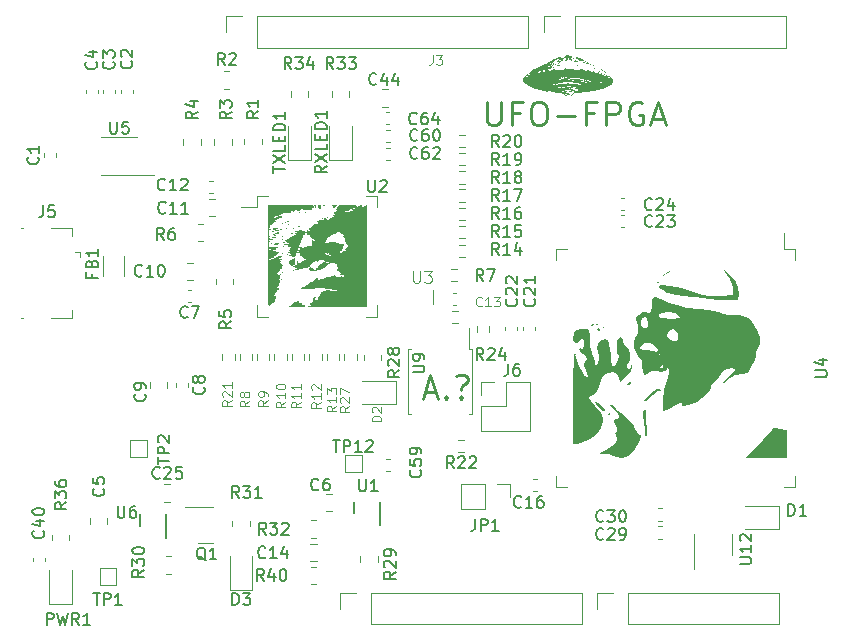
<source format=gbr>
%TF.GenerationSoftware,KiCad,Pcbnew,7.0.1*%
%TF.CreationDate,2023-05-12T19:52:32+02:00*%
%TF.ProjectId,UFO-FPGA,55464f2d-4650-4474-912e-6b696361645f,V0.8*%
%TF.SameCoordinates,Original*%
%TF.FileFunction,Legend,Top*%
%TF.FilePolarity,Positive*%
%FSLAX46Y46*%
G04 Gerber Fmt 4.6, Leading zero omitted, Abs format (unit mm)*
G04 Created by KiCad (PCBNEW 7.0.1) date 2023-05-12 19:52:32*
%MOMM*%
%LPD*%
G01*
G04 APERTURE LIST*
%ADD10C,0.250000*%
%ADD11C,0.150000*%
%ADD12C,0.125000*%
%ADD13C,0.300000*%
%ADD14C,0.100000*%
%ADD15C,0.120000*%
G04 APERTURE END LIST*
D10*
X145780952Y-81163809D02*
X146733333Y-81163809D01*
X145590476Y-81735238D02*
X146257142Y-79735238D01*
X146257142Y-79735238D02*
X146923809Y-81735238D01*
X147590476Y-81544761D02*
X147685714Y-81640000D01*
X147685714Y-81640000D02*
X147590476Y-81735238D01*
X147590476Y-81735238D02*
X147495238Y-81640000D01*
X147495238Y-81640000D02*
X147590476Y-81544761D01*
X147590476Y-81544761D02*
X147590476Y-81735238D01*
X148828571Y-81544761D02*
X148923809Y-81640000D01*
X148923809Y-81640000D02*
X148828571Y-81735238D01*
X148828571Y-81735238D02*
X148733333Y-81640000D01*
X148733333Y-81640000D02*
X148828571Y-81544761D01*
X148828571Y-81544761D02*
X148828571Y-81735238D01*
X148447619Y-79830476D02*
X148638095Y-79735238D01*
X148638095Y-79735238D02*
X149114286Y-79735238D01*
X149114286Y-79735238D02*
X149304762Y-79830476D01*
X149304762Y-79830476D02*
X149400000Y-80020952D01*
X149400000Y-80020952D02*
X149400000Y-80211428D01*
X149400000Y-80211428D02*
X149304762Y-80401904D01*
X149304762Y-80401904D02*
X149209524Y-80497142D01*
X149209524Y-80497142D02*
X149019047Y-80592380D01*
X149019047Y-80592380D02*
X148923809Y-80687619D01*
X148923809Y-80687619D02*
X148828571Y-80878095D01*
X148828571Y-80878095D02*
X148828571Y-80973333D01*
D11*
%TO.C,R4*%
X126537619Y-57416666D02*
X126061428Y-57749999D01*
X126537619Y-57988094D02*
X125537619Y-57988094D01*
X125537619Y-57988094D02*
X125537619Y-57607142D01*
X125537619Y-57607142D02*
X125585238Y-57511904D01*
X125585238Y-57511904D02*
X125632857Y-57464285D01*
X125632857Y-57464285D02*
X125728095Y-57416666D01*
X125728095Y-57416666D02*
X125870952Y-57416666D01*
X125870952Y-57416666D02*
X125966190Y-57464285D01*
X125966190Y-57464285D02*
X126013809Y-57511904D01*
X126013809Y-57511904D02*
X126061428Y-57607142D01*
X126061428Y-57607142D02*
X126061428Y-57988094D01*
X125870952Y-56559523D02*
X126537619Y-56559523D01*
X125490000Y-56797618D02*
X126204285Y-57035713D01*
X126204285Y-57035713D02*
X126204285Y-56416666D01*
%TO.C,R34*%
X134485142Y-53802619D02*
X134151809Y-53326428D01*
X133913714Y-53802619D02*
X133913714Y-52802619D01*
X133913714Y-52802619D02*
X134294666Y-52802619D01*
X134294666Y-52802619D02*
X134389904Y-52850238D01*
X134389904Y-52850238D02*
X134437523Y-52897857D01*
X134437523Y-52897857D02*
X134485142Y-52993095D01*
X134485142Y-52993095D02*
X134485142Y-53135952D01*
X134485142Y-53135952D02*
X134437523Y-53231190D01*
X134437523Y-53231190D02*
X134389904Y-53278809D01*
X134389904Y-53278809D02*
X134294666Y-53326428D01*
X134294666Y-53326428D02*
X133913714Y-53326428D01*
X134818476Y-52802619D02*
X135437523Y-52802619D01*
X135437523Y-52802619D02*
X135104190Y-53183571D01*
X135104190Y-53183571D02*
X135247047Y-53183571D01*
X135247047Y-53183571D02*
X135342285Y-53231190D01*
X135342285Y-53231190D02*
X135389904Y-53278809D01*
X135389904Y-53278809D02*
X135437523Y-53374047D01*
X135437523Y-53374047D02*
X135437523Y-53612142D01*
X135437523Y-53612142D02*
X135389904Y-53707380D01*
X135389904Y-53707380D02*
X135342285Y-53755000D01*
X135342285Y-53755000D02*
X135247047Y-53802619D01*
X135247047Y-53802619D02*
X134961333Y-53802619D01*
X134961333Y-53802619D02*
X134866095Y-53755000D01*
X134866095Y-53755000D02*
X134818476Y-53707380D01*
X136294666Y-53135952D02*
X136294666Y-53802619D01*
X136056571Y-52755000D02*
X135818476Y-53469285D01*
X135818476Y-53469285D02*
X136437523Y-53469285D01*
%TO.C,C3*%
X119417380Y-53191666D02*
X119465000Y-53239285D01*
X119465000Y-53239285D02*
X119512619Y-53382142D01*
X119512619Y-53382142D02*
X119512619Y-53477380D01*
X119512619Y-53477380D02*
X119465000Y-53620237D01*
X119465000Y-53620237D02*
X119369761Y-53715475D01*
X119369761Y-53715475D02*
X119274523Y-53763094D01*
X119274523Y-53763094D02*
X119084047Y-53810713D01*
X119084047Y-53810713D02*
X118941190Y-53810713D01*
X118941190Y-53810713D02*
X118750714Y-53763094D01*
X118750714Y-53763094D02*
X118655476Y-53715475D01*
X118655476Y-53715475D02*
X118560238Y-53620237D01*
X118560238Y-53620237D02*
X118512619Y-53477380D01*
X118512619Y-53477380D02*
X118512619Y-53382142D01*
X118512619Y-53382142D02*
X118560238Y-53239285D01*
X118560238Y-53239285D02*
X118607857Y-53191666D01*
X118512619Y-52858332D02*
X118512619Y-52239285D01*
X118512619Y-52239285D02*
X118893571Y-52572618D01*
X118893571Y-52572618D02*
X118893571Y-52429761D01*
X118893571Y-52429761D02*
X118941190Y-52334523D01*
X118941190Y-52334523D02*
X118988809Y-52286904D01*
X118988809Y-52286904D02*
X119084047Y-52239285D01*
X119084047Y-52239285D02*
X119322142Y-52239285D01*
X119322142Y-52239285D02*
X119417380Y-52286904D01*
X119417380Y-52286904D02*
X119465000Y-52334523D01*
X119465000Y-52334523D02*
X119512619Y-52429761D01*
X119512619Y-52429761D02*
X119512619Y-52715475D01*
X119512619Y-52715475D02*
X119465000Y-52810713D01*
X119465000Y-52810713D02*
X119417380Y-52858332D01*
%TO.C,RXLED1*%
X137462619Y-62000000D02*
X136986428Y-62333333D01*
X137462619Y-62571428D02*
X136462619Y-62571428D01*
X136462619Y-62571428D02*
X136462619Y-62190476D01*
X136462619Y-62190476D02*
X136510238Y-62095238D01*
X136510238Y-62095238D02*
X136557857Y-62047619D01*
X136557857Y-62047619D02*
X136653095Y-62000000D01*
X136653095Y-62000000D02*
X136795952Y-62000000D01*
X136795952Y-62000000D02*
X136891190Y-62047619D01*
X136891190Y-62047619D02*
X136938809Y-62095238D01*
X136938809Y-62095238D02*
X136986428Y-62190476D01*
X136986428Y-62190476D02*
X136986428Y-62571428D01*
X136462619Y-61666666D02*
X137462619Y-61000000D01*
X136462619Y-61000000D02*
X137462619Y-61666666D01*
X137462619Y-60142857D02*
X137462619Y-60619047D01*
X137462619Y-60619047D02*
X136462619Y-60619047D01*
X136938809Y-59809523D02*
X136938809Y-59476190D01*
X137462619Y-59333333D02*
X137462619Y-59809523D01*
X137462619Y-59809523D02*
X136462619Y-59809523D01*
X136462619Y-59809523D02*
X136462619Y-59333333D01*
X137462619Y-58904761D02*
X136462619Y-58904761D01*
X136462619Y-58904761D02*
X136462619Y-58666666D01*
X136462619Y-58666666D02*
X136510238Y-58523809D01*
X136510238Y-58523809D02*
X136605476Y-58428571D01*
X136605476Y-58428571D02*
X136700714Y-58380952D01*
X136700714Y-58380952D02*
X136891190Y-58333333D01*
X136891190Y-58333333D02*
X137034047Y-58333333D01*
X137034047Y-58333333D02*
X137224523Y-58380952D01*
X137224523Y-58380952D02*
X137319761Y-58428571D01*
X137319761Y-58428571D02*
X137415000Y-58523809D01*
X137415000Y-58523809D02*
X137462619Y-58666666D01*
X137462619Y-58666666D02*
X137462619Y-58904761D01*
X137462619Y-57380952D02*
X137462619Y-57952380D01*
X137462619Y-57666666D02*
X136462619Y-57666666D01*
X136462619Y-57666666D02*
X136605476Y-57761904D01*
X136605476Y-57761904D02*
X136700714Y-57857142D01*
X136700714Y-57857142D02*
X136748333Y-57952380D01*
%TO.C,C8*%
X127047380Y-80752918D02*
X127095000Y-80800537D01*
X127095000Y-80800537D02*
X127142619Y-80943394D01*
X127142619Y-80943394D02*
X127142619Y-81038632D01*
X127142619Y-81038632D02*
X127095000Y-81181489D01*
X127095000Y-81181489D02*
X126999761Y-81276727D01*
X126999761Y-81276727D02*
X126904523Y-81324346D01*
X126904523Y-81324346D02*
X126714047Y-81371965D01*
X126714047Y-81371965D02*
X126571190Y-81371965D01*
X126571190Y-81371965D02*
X126380714Y-81324346D01*
X126380714Y-81324346D02*
X126285476Y-81276727D01*
X126285476Y-81276727D02*
X126190238Y-81181489D01*
X126190238Y-81181489D02*
X126142619Y-81038632D01*
X126142619Y-81038632D02*
X126142619Y-80943394D01*
X126142619Y-80943394D02*
X126190238Y-80800537D01*
X126190238Y-80800537D02*
X126237857Y-80752918D01*
X126571190Y-80181489D02*
X126523571Y-80276727D01*
X126523571Y-80276727D02*
X126475952Y-80324346D01*
X126475952Y-80324346D02*
X126380714Y-80371965D01*
X126380714Y-80371965D02*
X126333095Y-80371965D01*
X126333095Y-80371965D02*
X126237857Y-80324346D01*
X126237857Y-80324346D02*
X126190238Y-80276727D01*
X126190238Y-80276727D02*
X126142619Y-80181489D01*
X126142619Y-80181489D02*
X126142619Y-79991013D01*
X126142619Y-79991013D02*
X126190238Y-79895775D01*
X126190238Y-79895775D02*
X126237857Y-79848156D01*
X126237857Y-79848156D02*
X126333095Y-79800537D01*
X126333095Y-79800537D02*
X126380714Y-79800537D01*
X126380714Y-79800537D02*
X126475952Y-79848156D01*
X126475952Y-79848156D02*
X126523571Y-79895775D01*
X126523571Y-79895775D02*
X126571190Y-79991013D01*
X126571190Y-79991013D02*
X126571190Y-80181489D01*
X126571190Y-80181489D02*
X126618809Y-80276727D01*
X126618809Y-80276727D02*
X126666428Y-80324346D01*
X126666428Y-80324346D02*
X126761666Y-80371965D01*
X126761666Y-80371965D02*
X126952142Y-80371965D01*
X126952142Y-80371965D02*
X127047380Y-80324346D01*
X127047380Y-80324346D02*
X127095000Y-80276727D01*
X127095000Y-80276727D02*
X127142619Y-80181489D01*
X127142619Y-80181489D02*
X127142619Y-79991013D01*
X127142619Y-79991013D02*
X127095000Y-79895775D01*
X127095000Y-79895775D02*
X127047380Y-79848156D01*
X127047380Y-79848156D02*
X126952142Y-79800537D01*
X126952142Y-79800537D02*
X126761666Y-79800537D01*
X126761666Y-79800537D02*
X126666428Y-79848156D01*
X126666428Y-79848156D02*
X126618809Y-79895775D01*
X126618809Y-79895775D02*
X126571190Y-79991013D01*
D12*
%TO.C,R11*%
X135270095Y-82014285D02*
X134889142Y-82280952D01*
X135270095Y-82471428D02*
X134470095Y-82471428D01*
X134470095Y-82471428D02*
X134470095Y-82166666D01*
X134470095Y-82166666D02*
X134508190Y-82090476D01*
X134508190Y-82090476D02*
X134546285Y-82052381D01*
X134546285Y-82052381D02*
X134622476Y-82014285D01*
X134622476Y-82014285D02*
X134736761Y-82014285D01*
X134736761Y-82014285D02*
X134812952Y-82052381D01*
X134812952Y-82052381D02*
X134851047Y-82090476D01*
X134851047Y-82090476D02*
X134889142Y-82166666D01*
X134889142Y-82166666D02*
X134889142Y-82471428D01*
X135270095Y-81252381D02*
X135270095Y-81709524D01*
X135270095Y-81480952D02*
X134470095Y-81480952D01*
X134470095Y-81480952D02*
X134584380Y-81557143D01*
X134584380Y-81557143D02*
X134660571Y-81633333D01*
X134660571Y-81633333D02*
X134698666Y-81709524D01*
X135270095Y-80490476D02*
X135270095Y-80947619D01*
X135270095Y-80719047D02*
X134470095Y-80719047D01*
X134470095Y-80719047D02*
X134584380Y-80795238D01*
X134584380Y-80795238D02*
X134660571Y-80871428D01*
X134660571Y-80871428D02*
X134698666Y-80947619D01*
D11*
%TO.C,TXLED1*%
X132962619Y-62595237D02*
X132962619Y-62023809D01*
X133962619Y-62309523D02*
X132962619Y-62309523D01*
X132962619Y-61785713D02*
X133962619Y-61119047D01*
X132962619Y-61119047D02*
X133962619Y-61785713D01*
X133962619Y-60261904D02*
X133962619Y-60738094D01*
X133962619Y-60738094D02*
X132962619Y-60738094D01*
X133438809Y-59928570D02*
X133438809Y-59595237D01*
X133962619Y-59452380D02*
X133962619Y-59928570D01*
X133962619Y-59928570D02*
X132962619Y-59928570D01*
X132962619Y-59928570D02*
X132962619Y-59452380D01*
X133962619Y-59023808D02*
X132962619Y-59023808D01*
X132962619Y-59023808D02*
X132962619Y-58785713D01*
X132962619Y-58785713D02*
X133010238Y-58642856D01*
X133010238Y-58642856D02*
X133105476Y-58547618D01*
X133105476Y-58547618D02*
X133200714Y-58499999D01*
X133200714Y-58499999D02*
X133391190Y-58452380D01*
X133391190Y-58452380D02*
X133534047Y-58452380D01*
X133534047Y-58452380D02*
X133724523Y-58499999D01*
X133724523Y-58499999D02*
X133819761Y-58547618D01*
X133819761Y-58547618D02*
X133915000Y-58642856D01*
X133915000Y-58642856D02*
X133962619Y-58785713D01*
X133962619Y-58785713D02*
X133962619Y-59023808D01*
X133962619Y-57499999D02*
X133962619Y-58071427D01*
X133962619Y-57785713D02*
X132962619Y-57785713D01*
X132962619Y-57785713D02*
X133105476Y-57880951D01*
X133105476Y-57880951D02*
X133200714Y-57976189D01*
X133200714Y-57976189D02*
X133248333Y-58071427D01*
%TO.C,C4*%
X117942380Y-53216666D02*
X117990000Y-53264285D01*
X117990000Y-53264285D02*
X118037619Y-53407142D01*
X118037619Y-53407142D02*
X118037619Y-53502380D01*
X118037619Y-53502380D02*
X117990000Y-53645237D01*
X117990000Y-53645237D02*
X117894761Y-53740475D01*
X117894761Y-53740475D02*
X117799523Y-53788094D01*
X117799523Y-53788094D02*
X117609047Y-53835713D01*
X117609047Y-53835713D02*
X117466190Y-53835713D01*
X117466190Y-53835713D02*
X117275714Y-53788094D01*
X117275714Y-53788094D02*
X117180476Y-53740475D01*
X117180476Y-53740475D02*
X117085238Y-53645237D01*
X117085238Y-53645237D02*
X117037619Y-53502380D01*
X117037619Y-53502380D02*
X117037619Y-53407142D01*
X117037619Y-53407142D02*
X117085238Y-53264285D01*
X117085238Y-53264285D02*
X117132857Y-53216666D01*
X117370952Y-52359523D02*
X118037619Y-52359523D01*
X116990000Y-52597618D02*
X117704285Y-52835713D01*
X117704285Y-52835713D02*
X117704285Y-52216666D01*
%TO.C,C10*%
X121837142Y-71297380D02*
X121789523Y-71345000D01*
X121789523Y-71345000D02*
X121646666Y-71392619D01*
X121646666Y-71392619D02*
X121551428Y-71392619D01*
X121551428Y-71392619D02*
X121408571Y-71345000D01*
X121408571Y-71345000D02*
X121313333Y-71249761D01*
X121313333Y-71249761D02*
X121265714Y-71154523D01*
X121265714Y-71154523D02*
X121218095Y-70964047D01*
X121218095Y-70964047D02*
X121218095Y-70821190D01*
X121218095Y-70821190D02*
X121265714Y-70630714D01*
X121265714Y-70630714D02*
X121313333Y-70535476D01*
X121313333Y-70535476D02*
X121408571Y-70440238D01*
X121408571Y-70440238D02*
X121551428Y-70392619D01*
X121551428Y-70392619D02*
X121646666Y-70392619D01*
X121646666Y-70392619D02*
X121789523Y-70440238D01*
X121789523Y-70440238D02*
X121837142Y-70487857D01*
X122789523Y-71392619D02*
X122218095Y-71392619D01*
X122503809Y-71392619D02*
X122503809Y-70392619D01*
X122503809Y-70392619D02*
X122408571Y-70535476D01*
X122408571Y-70535476D02*
X122313333Y-70630714D01*
X122313333Y-70630714D02*
X122218095Y-70678333D01*
X123408571Y-70392619D02*
X123503809Y-70392619D01*
X123503809Y-70392619D02*
X123599047Y-70440238D01*
X123599047Y-70440238D02*
X123646666Y-70487857D01*
X123646666Y-70487857D02*
X123694285Y-70583095D01*
X123694285Y-70583095D02*
X123741904Y-70773571D01*
X123741904Y-70773571D02*
X123741904Y-71011666D01*
X123741904Y-71011666D02*
X123694285Y-71202142D01*
X123694285Y-71202142D02*
X123646666Y-71297380D01*
X123646666Y-71297380D02*
X123599047Y-71345000D01*
X123599047Y-71345000D02*
X123503809Y-71392619D01*
X123503809Y-71392619D02*
X123408571Y-71392619D01*
X123408571Y-71392619D02*
X123313333Y-71345000D01*
X123313333Y-71345000D02*
X123265714Y-71297380D01*
X123265714Y-71297380D02*
X123218095Y-71202142D01*
X123218095Y-71202142D02*
X123170476Y-71011666D01*
X123170476Y-71011666D02*
X123170476Y-70773571D01*
X123170476Y-70773571D02*
X123218095Y-70583095D01*
X123218095Y-70583095D02*
X123265714Y-70487857D01*
X123265714Y-70487857D02*
X123313333Y-70440238D01*
X123313333Y-70440238D02*
X123408571Y-70392619D01*
%TO.C,C7*%
X125695833Y-74797380D02*
X125648214Y-74845000D01*
X125648214Y-74845000D02*
X125505357Y-74892619D01*
X125505357Y-74892619D02*
X125410119Y-74892619D01*
X125410119Y-74892619D02*
X125267262Y-74845000D01*
X125267262Y-74845000D02*
X125172024Y-74749761D01*
X125172024Y-74749761D02*
X125124405Y-74654523D01*
X125124405Y-74654523D02*
X125076786Y-74464047D01*
X125076786Y-74464047D02*
X125076786Y-74321190D01*
X125076786Y-74321190D02*
X125124405Y-74130714D01*
X125124405Y-74130714D02*
X125172024Y-74035476D01*
X125172024Y-74035476D02*
X125267262Y-73940238D01*
X125267262Y-73940238D02*
X125410119Y-73892619D01*
X125410119Y-73892619D02*
X125505357Y-73892619D01*
X125505357Y-73892619D02*
X125648214Y-73940238D01*
X125648214Y-73940238D02*
X125695833Y-73987857D01*
X126029167Y-73892619D02*
X126695833Y-73892619D01*
X126695833Y-73892619D02*
X126267262Y-74892619D01*
%TO.C,C5*%
X118547380Y-89336666D02*
X118595000Y-89384285D01*
X118595000Y-89384285D02*
X118642619Y-89527142D01*
X118642619Y-89527142D02*
X118642619Y-89622380D01*
X118642619Y-89622380D02*
X118595000Y-89765237D01*
X118595000Y-89765237D02*
X118499761Y-89860475D01*
X118499761Y-89860475D02*
X118404523Y-89908094D01*
X118404523Y-89908094D02*
X118214047Y-89955713D01*
X118214047Y-89955713D02*
X118071190Y-89955713D01*
X118071190Y-89955713D02*
X117880714Y-89908094D01*
X117880714Y-89908094D02*
X117785476Y-89860475D01*
X117785476Y-89860475D02*
X117690238Y-89765237D01*
X117690238Y-89765237D02*
X117642619Y-89622380D01*
X117642619Y-89622380D02*
X117642619Y-89527142D01*
X117642619Y-89527142D02*
X117690238Y-89384285D01*
X117690238Y-89384285D02*
X117737857Y-89336666D01*
X117642619Y-88431904D02*
X117642619Y-88908094D01*
X117642619Y-88908094D02*
X118118809Y-88955713D01*
X118118809Y-88955713D02*
X118071190Y-88908094D01*
X118071190Y-88908094D02*
X118023571Y-88812856D01*
X118023571Y-88812856D02*
X118023571Y-88574761D01*
X118023571Y-88574761D02*
X118071190Y-88479523D01*
X118071190Y-88479523D02*
X118118809Y-88431904D01*
X118118809Y-88431904D02*
X118214047Y-88384285D01*
X118214047Y-88384285D02*
X118452142Y-88384285D01*
X118452142Y-88384285D02*
X118547380Y-88431904D01*
X118547380Y-88431904D02*
X118595000Y-88479523D01*
X118595000Y-88479523D02*
X118642619Y-88574761D01*
X118642619Y-88574761D02*
X118642619Y-88812856D01*
X118642619Y-88812856D02*
X118595000Y-88908094D01*
X118595000Y-88908094D02*
X118547380Y-88955713D01*
D13*
%TO.C,G\u002A\u002A\u002A*%
X166053572Y-77890357D02*
X165910715Y-77818928D01*
X165910715Y-77818928D02*
X165696429Y-77818928D01*
X165696429Y-77818928D02*
X165482143Y-77890357D01*
X165482143Y-77890357D02*
X165339286Y-78033214D01*
X165339286Y-78033214D02*
X165267857Y-78176071D01*
X165267857Y-78176071D02*
X165196429Y-78461785D01*
X165196429Y-78461785D02*
X165196429Y-78676071D01*
X165196429Y-78676071D02*
X165267857Y-78961785D01*
X165267857Y-78961785D02*
X165339286Y-79104642D01*
X165339286Y-79104642D02*
X165482143Y-79247500D01*
X165482143Y-79247500D02*
X165696429Y-79318928D01*
X165696429Y-79318928D02*
X165839286Y-79318928D01*
X165839286Y-79318928D02*
X166053572Y-79247500D01*
X166053572Y-79247500D02*
X166125000Y-79176071D01*
X166125000Y-79176071D02*
X166125000Y-78676071D01*
X166125000Y-78676071D02*
X165839286Y-78676071D01*
X166982143Y-77818928D02*
X166982143Y-78176071D01*
X166625000Y-78033214D02*
X166982143Y-78176071D01*
X166982143Y-78176071D02*
X167339286Y-78033214D01*
X166767857Y-78461785D02*
X166982143Y-78176071D01*
X166982143Y-78176071D02*
X167196429Y-78461785D01*
X168125000Y-77818928D02*
X168125000Y-78176071D01*
X167767857Y-78033214D02*
X168125000Y-78176071D01*
X168125000Y-78176071D02*
X168482143Y-78033214D01*
X167910714Y-78461785D02*
X168125000Y-78176071D01*
X168125000Y-78176071D02*
X168339286Y-78461785D01*
X169267857Y-77818928D02*
X169267857Y-78176071D01*
X168910714Y-78033214D02*
X169267857Y-78176071D01*
X169267857Y-78176071D02*
X169625000Y-78033214D01*
X169053571Y-78461785D02*
X169267857Y-78176071D01*
X169267857Y-78176071D02*
X169482143Y-78461785D01*
D12*
%TO.C,J3*%
X146433333Y-52645095D02*
X146433333Y-53216523D01*
X146433333Y-53216523D02*
X146395238Y-53330809D01*
X146395238Y-53330809D02*
X146319047Y-53407000D01*
X146319047Y-53407000D02*
X146204762Y-53445095D01*
X146204762Y-53445095D02*
X146128571Y-53445095D01*
X146738095Y-52645095D02*
X147233333Y-52645095D01*
X147233333Y-52645095D02*
X146966667Y-52949857D01*
X146966667Y-52949857D02*
X147080952Y-52949857D01*
X147080952Y-52949857D02*
X147157143Y-52987952D01*
X147157143Y-52987952D02*
X147195238Y-53026047D01*
X147195238Y-53026047D02*
X147233333Y-53102238D01*
X147233333Y-53102238D02*
X147233333Y-53292714D01*
X147233333Y-53292714D02*
X147195238Y-53368904D01*
X147195238Y-53368904D02*
X147157143Y-53407000D01*
X147157143Y-53407000D02*
X147080952Y-53445095D01*
X147080952Y-53445095D02*
X146852381Y-53445095D01*
X146852381Y-53445095D02*
X146776190Y-53407000D01*
X146776190Y-53407000D02*
X146738095Y-53368904D01*
D14*
%TO.C,U3*%
X144788095Y-70912619D02*
X144788095Y-71722142D01*
X144788095Y-71722142D02*
X144835714Y-71817380D01*
X144835714Y-71817380D02*
X144883333Y-71865000D01*
X144883333Y-71865000D02*
X144978571Y-71912619D01*
X144978571Y-71912619D02*
X145169047Y-71912619D01*
X145169047Y-71912619D02*
X145264285Y-71865000D01*
X145264285Y-71865000D02*
X145311904Y-71817380D01*
X145311904Y-71817380D02*
X145359523Y-71722142D01*
X145359523Y-71722142D02*
X145359523Y-70912619D01*
X145740476Y-70912619D02*
X146359523Y-70912619D01*
X146359523Y-70912619D02*
X146026190Y-71293571D01*
X146026190Y-71293571D02*
X146169047Y-71293571D01*
X146169047Y-71293571D02*
X146264285Y-71341190D01*
X146264285Y-71341190D02*
X146311904Y-71388809D01*
X146311904Y-71388809D02*
X146359523Y-71484047D01*
X146359523Y-71484047D02*
X146359523Y-71722142D01*
X146359523Y-71722142D02*
X146311904Y-71817380D01*
X146311904Y-71817380D02*
X146264285Y-71865000D01*
X146264285Y-71865000D02*
X146169047Y-71912619D01*
X146169047Y-71912619D02*
X145883333Y-71912619D01*
X145883333Y-71912619D02*
X145788095Y-71865000D01*
X145788095Y-71865000D02*
X145740476Y-71817380D01*
D11*
%TO.C,TP12*%
X137991905Y-85234619D02*
X138563333Y-85234619D01*
X138277619Y-86234619D02*
X138277619Y-85234619D01*
X138896667Y-86234619D02*
X138896667Y-85234619D01*
X138896667Y-85234619D02*
X139277619Y-85234619D01*
X139277619Y-85234619D02*
X139372857Y-85282238D01*
X139372857Y-85282238D02*
X139420476Y-85329857D01*
X139420476Y-85329857D02*
X139468095Y-85425095D01*
X139468095Y-85425095D02*
X139468095Y-85567952D01*
X139468095Y-85567952D02*
X139420476Y-85663190D01*
X139420476Y-85663190D02*
X139372857Y-85710809D01*
X139372857Y-85710809D02*
X139277619Y-85758428D01*
X139277619Y-85758428D02*
X138896667Y-85758428D01*
X140420476Y-86234619D02*
X139849048Y-86234619D01*
X140134762Y-86234619D02*
X140134762Y-85234619D01*
X140134762Y-85234619D02*
X140039524Y-85377476D01*
X140039524Y-85377476D02*
X139944286Y-85472714D01*
X139944286Y-85472714D02*
X139849048Y-85520333D01*
X140801429Y-85329857D02*
X140849048Y-85282238D01*
X140849048Y-85282238D02*
X140944286Y-85234619D01*
X140944286Y-85234619D02*
X141182381Y-85234619D01*
X141182381Y-85234619D02*
X141277619Y-85282238D01*
X141277619Y-85282238D02*
X141325238Y-85329857D01*
X141325238Y-85329857D02*
X141372857Y-85425095D01*
X141372857Y-85425095D02*
X141372857Y-85520333D01*
X141372857Y-85520333D02*
X141325238Y-85663190D01*
X141325238Y-85663190D02*
X140753810Y-86234619D01*
X140753810Y-86234619D02*
X141372857Y-86234619D01*
D10*
%TO.C,G\u002A\u002A\u002A*%
X151047190Y-56582238D02*
X151047190Y-58201285D01*
X151047190Y-58201285D02*
X151142428Y-58391761D01*
X151142428Y-58391761D02*
X151237666Y-58487000D01*
X151237666Y-58487000D02*
X151428142Y-58582238D01*
X151428142Y-58582238D02*
X151809095Y-58582238D01*
X151809095Y-58582238D02*
X151999571Y-58487000D01*
X151999571Y-58487000D02*
X152094809Y-58391761D01*
X152094809Y-58391761D02*
X152190047Y-58201285D01*
X152190047Y-58201285D02*
X152190047Y-56582238D01*
X153809095Y-57534619D02*
X153142428Y-57534619D01*
X153142428Y-58582238D02*
X153142428Y-56582238D01*
X153142428Y-56582238D02*
X154094809Y-56582238D01*
X155237666Y-56582238D02*
X155618619Y-56582238D01*
X155618619Y-56582238D02*
X155809095Y-56677476D01*
X155809095Y-56677476D02*
X155999571Y-56867952D01*
X155999571Y-56867952D02*
X156094809Y-57248904D01*
X156094809Y-57248904D02*
X156094809Y-57915571D01*
X156094809Y-57915571D02*
X155999571Y-58296523D01*
X155999571Y-58296523D02*
X155809095Y-58487000D01*
X155809095Y-58487000D02*
X155618619Y-58582238D01*
X155618619Y-58582238D02*
X155237666Y-58582238D01*
X155237666Y-58582238D02*
X155047190Y-58487000D01*
X155047190Y-58487000D02*
X154856714Y-58296523D01*
X154856714Y-58296523D02*
X154761476Y-57915571D01*
X154761476Y-57915571D02*
X154761476Y-57248904D01*
X154761476Y-57248904D02*
X154856714Y-56867952D01*
X154856714Y-56867952D02*
X155047190Y-56677476D01*
X155047190Y-56677476D02*
X155237666Y-56582238D01*
X156951952Y-57820333D02*
X158475762Y-57820333D01*
X160094809Y-57534619D02*
X159428142Y-57534619D01*
X159428142Y-58582238D02*
X159428142Y-56582238D01*
X159428142Y-56582238D02*
X160380523Y-56582238D01*
X161142428Y-58582238D02*
X161142428Y-56582238D01*
X161142428Y-56582238D02*
X161904333Y-56582238D01*
X161904333Y-56582238D02*
X162094809Y-56677476D01*
X162094809Y-56677476D02*
X162190047Y-56772714D01*
X162190047Y-56772714D02*
X162285285Y-56963190D01*
X162285285Y-56963190D02*
X162285285Y-57248904D01*
X162285285Y-57248904D02*
X162190047Y-57439380D01*
X162190047Y-57439380D02*
X162094809Y-57534619D01*
X162094809Y-57534619D02*
X161904333Y-57629857D01*
X161904333Y-57629857D02*
X161142428Y-57629857D01*
X164190047Y-56677476D02*
X163999571Y-56582238D01*
X163999571Y-56582238D02*
X163713857Y-56582238D01*
X163713857Y-56582238D02*
X163428142Y-56677476D01*
X163428142Y-56677476D02*
X163237666Y-56867952D01*
X163237666Y-56867952D02*
X163142428Y-57058428D01*
X163142428Y-57058428D02*
X163047190Y-57439380D01*
X163047190Y-57439380D02*
X163047190Y-57725095D01*
X163047190Y-57725095D02*
X163142428Y-58106047D01*
X163142428Y-58106047D02*
X163237666Y-58296523D01*
X163237666Y-58296523D02*
X163428142Y-58487000D01*
X163428142Y-58487000D02*
X163713857Y-58582238D01*
X163713857Y-58582238D02*
X163904333Y-58582238D01*
X163904333Y-58582238D02*
X164190047Y-58487000D01*
X164190047Y-58487000D02*
X164285285Y-58391761D01*
X164285285Y-58391761D02*
X164285285Y-57725095D01*
X164285285Y-57725095D02*
X163904333Y-57725095D01*
X165047190Y-58010809D02*
X165999571Y-58010809D01*
X164856714Y-58582238D02*
X165523380Y-56582238D01*
X165523380Y-56582238D02*
X166190047Y-58582238D01*
D11*
%TO.C,C30*%
X160901142Y-92061380D02*
X160853523Y-92109000D01*
X160853523Y-92109000D02*
X160710666Y-92156619D01*
X160710666Y-92156619D02*
X160615428Y-92156619D01*
X160615428Y-92156619D02*
X160472571Y-92109000D01*
X160472571Y-92109000D02*
X160377333Y-92013761D01*
X160377333Y-92013761D02*
X160329714Y-91918523D01*
X160329714Y-91918523D02*
X160282095Y-91728047D01*
X160282095Y-91728047D02*
X160282095Y-91585190D01*
X160282095Y-91585190D02*
X160329714Y-91394714D01*
X160329714Y-91394714D02*
X160377333Y-91299476D01*
X160377333Y-91299476D02*
X160472571Y-91204238D01*
X160472571Y-91204238D02*
X160615428Y-91156619D01*
X160615428Y-91156619D02*
X160710666Y-91156619D01*
X160710666Y-91156619D02*
X160853523Y-91204238D01*
X160853523Y-91204238D02*
X160901142Y-91251857D01*
X161234476Y-91156619D02*
X161853523Y-91156619D01*
X161853523Y-91156619D02*
X161520190Y-91537571D01*
X161520190Y-91537571D02*
X161663047Y-91537571D01*
X161663047Y-91537571D02*
X161758285Y-91585190D01*
X161758285Y-91585190D02*
X161805904Y-91632809D01*
X161805904Y-91632809D02*
X161853523Y-91728047D01*
X161853523Y-91728047D02*
X161853523Y-91966142D01*
X161853523Y-91966142D02*
X161805904Y-92061380D01*
X161805904Y-92061380D02*
X161758285Y-92109000D01*
X161758285Y-92109000D02*
X161663047Y-92156619D01*
X161663047Y-92156619D02*
X161377333Y-92156619D01*
X161377333Y-92156619D02*
X161282095Y-92109000D01*
X161282095Y-92109000D02*
X161234476Y-92061380D01*
X162472571Y-91156619D02*
X162567809Y-91156619D01*
X162567809Y-91156619D02*
X162663047Y-91204238D01*
X162663047Y-91204238D02*
X162710666Y-91251857D01*
X162710666Y-91251857D02*
X162758285Y-91347095D01*
X162758285Y-91347095D02*
X162805904Y-91537571D01*
X162805904Y-91537571D02*
X162805904Y-91775666D01*
X162805904Y-91775666D02*
X162758285Y-91966142D01*
X162758285Y-91966142D02*
X162710666Y-92061380D01*
X162710666Y-92061380D02*
X162663047Y-92109000D01*
X162663047Y-92109000D02*
X162567809Y-92156619D01*
X162567809Y-92156619D02*
X162472571Y-92156619D01*
X162472571Y-92156619D02*
X162377333Y-92109000D01*
X162377333Y-92109000D02*
X162329714Y-92061380D01*
X162329714Y-92061380D02*
X162282095Y-91966142D01*
X162282095Y-91966142D02*
X162234476Y-91775666D01*
X162234476Y-91775666D02*
X162234476Y-91537571D01*
X162234476Y-91537571D02*
X162282095Y-91347095D01*
X162282095Y-91347095D02*
X162329714Y-91251857D01*
X162329714Y-91251857D02*
X162377333Y-91204238D01*
X162377333Y-91204238D02*
X162472571Y-91156619D01*
%TO.C,D1*%
X176553905Y-91648619D02*
X176553905Y-90648619D01*
X176553905Y-90648619D02*
X176792000Y-90648619D01*
X176792000Y-90648619D02*
X176934857Y-90696238D01*
X176934857Y-90696238D02*
X177030095Y-90791476D01*
X177030095Y-90791476D02*
X177077714Y-90886714D01*
X177077714Y-90886714D02*
X177125333Y-91077190D01*
X177125333Y-91077190D02*
X177125333Y-91220047D01*
X177125333Y-91220047D02*
X177077714Y-91410523D01*
X177077714Y-91410523D02*
X177030095Y-91505761D01*
X177030095Y-91505761D02*
X176934857Y-91601000D01*
X176934857Y-91601000D02*
X176792000Y-91648619D01*
X176792000Y-91648619D02*
X176553905Y-91648619D01*
X178077714Y-91648619D02*
X177506286Y-91648619D01*
X177792000Y-91648619D02*
X177792000Y-90648619D01*
X177792000Y-90648619D02*
X177696762Y-90791476D01*
X177696762Y-90791476D02*
X177601524Y-90886714D01*
X177601524Y-90886714D02*
X177506286Y-90934333D01*
%TO.C,C44*%
X141677142Y-55067380D02*
X141629523Y-55115000D01*
X141629523Y-55115000D02*
X141486666Y-55162619D01*
X141486666Y-55162619D02*
X141391428Y-55162619D01*
X141391428Y-55162619D02*
X141248571Y-55115000D01*
X141248571Y-55115000D02*
X141153333Y-55019761D01*
X141153333Y-55019761D02*
X141105714Y-54924523D01*
X141105714Y-54924523D02*
X141058095Y-54734047D01*
X141058095Y-54734047D02*
X141058095Y-54591190D01*
X141058095Y-54591190D02*
X141105714Y-54400714D01*
X141105714Y-54400714D02*
X141153333Y-54305476D01*
X141153333Y-54305476D02*
X141248571Y-54210238D01*
X141248571Y-54210238D02*
X141391428Y-54162619D01*
X141391428Y-54162619D02*
X141486666Y-54162619D01*
X141486666Y-54162619D02*
X141629523Y-54210238D01*
X141629523Y-54210238D02*
X141677142Y-54257857D01*
X142534285Y-54495952D02*
X142534285Y-55162619D01*
X142296190Y-54115000D02*
X142058095Y-54829285D01*
X142058095Y-54829285D02*
X142677142Y-54829285D01*
X143486666Y-54495952D02*
X143486666Y-55162619D01*
X143248571Y-54115000D02*
X143010476Y-54829285D01*
X143010476Y-54829285D02*
X143629523Y-54829285D01*
%TO.C,C23*%
X165032142Y-67092380D02*
X164984523Y-67140000D01*
X164984523Y-67140000D02*
X164841666Y-67187619D01*
X164841666Y-67187619D02*
X164746428Y-67187619D01*
X164746428Y-67187619D02*
X164603571Y-67140000D01*
X164603571Y-67140000D02*
X164508333Y-67044761D01*
X164508333Y-67044761D02*
X164460714Y-66949523D01*
X164460714Y-66949523D02*
X164413095Y-66759047D01*
X164413095Y-66759047D02*
X164413095Y-66616190D01*
X164413095Y-66616190D02*
X164460714Y-66425714D01*
X164460714Y-66425714D02*
X164508333Y-66330476D01*
X164508333Y-66330476D02*
X164603571Y-66235238D01*
X164603571Y-66235238D02*
X164746428Y-66187619D01*
X164746428Y-66187619D02*
X164841666Y-66187619D01*
X164841666Y-66187619D02*
X164984523Y-66235238D01*
X164984523Y-66235238D02*
X165032142Y-66282857D01*
X165413095Y-66282857D02*
X165460714Y-66235238D01*
X165460714Y-66235238D02*
X165555952Y-66187619D01*
X165555952Y-66187619D02*
X165794047Y-66187619D01*
X165794047Y-66187619D02*
X165889285Y-66235238D01*
X165889285Y-66235238D02*
X165936904Y-66282857D01*
X165936904Y-66282857D02*
X165984523Y-66378095D01*
X165984523Y-66378095D02*
X165984523Y-66473333D01*
X165984523Y-66473333D02*
X165936904Y-66616190D01*
X165936904Y-66616190D02*
X165365476Y-67187619D01*
X165365476Y-67187619D02*
X165984523Y-67187619D01*
X166317857Y-66187619D02*
X166936904Y-66187619D01*
X166936904Y-66187619D02*
X166603571Y-66568571D01*
X166603571Y-66568571D02*
X166746428Y-66568571D01*
X166746428Y-66568571D02*
X166841666Y-66616190D01*
X166841666Y-66616190D02*
X166889285Y-66663809D01*
X166889285Y-66663809D02*
X166936904Y-66759047D01*
X166936904Y-66759047D02*
X166936904Y-66997142D01*
X166936904Y-66997142D02*
X166889285Y-67092380D01*
X166889285Y-67092380D02*
X166841666Y-67140000D01*
X166841666Y-67140000D02*
X166746428Y-67187619D01*
X166746428Y-67187619D02*
X166460714Y-67187619D01*
X166460714Y-67187619D02*
X166365476Y-67140000D01*
X166365476Y-67140000D02*
X166317857Y-67092380D01*
%TO.C,C16*%
X153927142Y-90867380D02*
X153879523Y-90915000D01*
X153879523Y-90915000D02*
X153736666Y-90962619D01*
X153736666Y-90962619D02*
X153641428Y-90962619D01*
X153641428Y-90962619D02*
X153498571Y-90915000D01*
X153498571Y-90915000D02*
X153403333Y-90819761D01*
X153403333Y-90819761D02*
X153355714Y-90724523D01*
X153355714Y-90724523D02*
X153308095Y-90534047D01*
X153308095Y-90534047D02*
X153308095Y-90391190D01*
X153308095Y-90391190D02*
X153355714Y-90200714D01*
X153355714Y-90200714D02*
X153403333Y-90105476D01*
X153403333Y-90105476D02*
X153498571Y-90010238D01*
X153498571Y-90010238D02*
X153641428Y-89962619D01*
X153641428Y-89962619D02*
X153736666Y-89962619D01*
X153736666Y-89962619D02*
X153879523Y-90010238D01*
X153879523Y-90010238D02*
X153927142Y-90057857D01*
X154879523Y-90962619D02*
X154308095Y-90962619D01*
X154593809Y-90962619D02*
X154593809Y-89962619D01*
X154593809Y-89962619D02*
X154498571Y-90105476D01*
X154498571Y-90105476D02*
X154403333Y-90200714D01*
X154403333Y-90200714D02*
X154308095Y-90248333D01*
X155736666Y-89962619D02*
X155546190Y-89962619D01*
X155546190Y-89962619D02*
X155450952Y-90010238D01*
X155450952Y-90010238D02*
X155403333Y-90057857D01*
X155403333Y-90057857D02*
X155308095Y-90200714D01*
X155308095Y-90200714D02*
X155260476Y-90391190D01*
X155260476Y-90391190D02*
X155260476Y-90772142D01*
X155260476Y-90772142D02*
X155308095Y-90867380D01*
X155308095Y-90867380D02*
X155355714Y-90915000D01*
X155355714Y-90915000D02*
X155450952Y-90962619D01*
X155450952Y-90962619D02*
X155641428Y-90962619D01*
X155641428Y-90962619D02*
X155736666Y-90915000D01*
X155736666Y-90915000D02*
X155784285Y-90867380D01*
X155784285Y-90867380D02*
X155831904Y-90772142D01*
X155831904Y-90772142D02*
X155831904Y-90534047D01*
X155831904Y-90534047D02*
X155784285Y-90438809D01*
X155784285Y-90438809D02*
X155736666Y-90391190D01*
X155736666Y-90391190D02*
X155641428Y-90343571D01*
X155641428Y-90343571D02*
X155450952Y-90343571D01*
X155450952Y-90343571D02*
X155355714Y-90391190D01*
X155355714Y-90391190D02*
X155308095Y-90438809D01*
X155308095Y-90438809D02*
X155260476Y-90534047D01*
%TO.C,C9*%
X122067380Y-81341666D02*
X122115000Y-81389285D01*
X122115000Y-81389285D02*
X122162619Y-81532142D01*
X122162619Y-81532142D02*
X122162619Y-81627380D01*
X122162619Y-81627380D02*
X122115000Y-81770237D01*
X122115000Y-81770237D02*
X122019761Y-81865475D01*
X122019761Y-81865475D02*
X121924523Y-81913094D01*
X121924523Y-81913094D02*
X121734047Y-81960713D01*
X121734047Y-81960713D02*
X121591190Y-81960713D01*
X121591190Y-81960713D02*
X121400714Y-81913094D01*
X121400714Y-81913094D02*
X121305476Y-81865475D01*
X121305476Y-81865475D02*
X121210238Y-81770237D01*
X121210238Y-81770237D02*
X121162619Y-81627380D01*
X121162619Y-81627380D02*
X121162619Y-81532142D01*
X121162619Y-81532142D02*
X121210238Y-81389285D01*
X121210238Y-81389285D02*
X121257857Y-81341666D01*
X122162619Y-80865475D02*
X122162619Y-80674999D01*
X122162619Y-80674999D02*
X122115000Y-80579761D01*
X122115000Y-80579761D02*
X122067380Y-80532142D01*
X122067380Y-80532142D02*
X121924523Y-80436904D01*
X121924523Y-80436904D02*
X121734047Y-80389285D01*
X121734047Y-80389285D02*
X121353095Y-80389285D01*
X121353095Y-80389285D02*
X121257857Y-80436904D01*
X121257857Y-80436904D02*
X121210238Y-80484523D01*
X121210238Y-80484523D02*
X121162619Y-80579761D01*
X121162619Y-80579761D02*
X121162619Y-80770237D01*
X121162619Y-80770237D02*
X121210238Y-80865475D01*
X121210238Y-80865475D02*
X121257857Y-80913094D01*
X121257857Y-80913094D02*
X121353095Y-80960713D01*
X121353095Y-80960713D02*
X121591190Y-80960713D01*
X121591190Y-80960713D02*
X121686428Y-80913094D01*
X121686428Y-80913094D02*
X121734047Y-80865475D01*
X121734047Y-80865475D02*
X121781666Y-80770237D01*
X121781666Y-80770237D02*
X121781666Y-80579761D01*
X121781666Y-80579761D02*
X121734047Y-80484523D01*
X121734047Y-80484523D02*
X121686428Y-80436904D01*
X121686428Y-80436904D02*
X121591190Y-80389285D01*
%TO.C,R3*%
X129412619Y-57416666D02*
X128936428Y-57749999D01*
X129412619Y-57988094D02*
X128412619Y-57988094D01*
X128412619Y-57988094D02*
X128412619Y-57607142D01*
X128412619Y-57607142D02*
X128460238Y-57511904D01*
X128460238Y-57511904D02*
X128507857Y-57464285D01*
X128507857Y-57464285D02*
X128603095Y-57416666D01*
X128603095Y-57416666D02*
X128745952Y-57416666D01*
X128745952Y-57416666D02*
X128841190Y-57464285D01*
X128841190Y-57464285D02*
X128888809Y-57511904D01*
X128888809Y-57511904D02*
X128936428Y-57607142D01*
X128936428Y-57607142D02*
X128936428Y-57988094D01*
X128412619Y-57083332D02*
X128412619Y-56464285D01*
X128412619Y-56464285D02*
X128793571Y-56797618D01*
X128793571Y-56797618D02*
X128793571Y-56654761D01*
X128793571Y-56654761D02*
X128841190Y-56559523D01*
X128841190Y-56559523D02*
X128888809Y-56511904D01*
X128888809Y-56511904D02*
X128984047Y-56464285D01*
X128984047Y-56464285D02*
X129222142Y-56464285D01*
X129222142Y-56464285D02*
X129317380Y-56511904D01*
X129317380Y-56511904D02*
X129365000Y-56559523D01*
X129365000Y-56559523D02*
X129412619Y-56654761D01*
X129412619Y-56654761D02*
X129412619Y-56940475D01*
X129412619Y-56940475D02*
X129365000Y-57035713D01*
X129365000Y-57035713D02*
X129317380Y-57083332D01*
%TO.C,J5*%
X113466666Y-65362619D02*
X113466666Y-66076904D01*
X113466666Y-66076904D02*
X113419047Y-66219761D01*
X113419047Y-66219761D02*
X113323809Y-66315000D01*
X113323809Y-66315000D02*
X113180952Y-66362619D01*
X113180952Y-66362619D02*
X113085714Y-66362619D01*
X114419047Y-65362619D02*
X113942857Y-65362619D01*
X113942857Y-65362619D02*
X113895238Y-65838809D01*
X113895238Y-65838809D02*
X113942857Y-65791190D01*
X113942857Y-65791190D02*
X114038095Y-65743571D01*
X114038095Y-65743571D02*
X114276190Y-65743571D01*
X114276190Y-65743571D02*
X114371428Y-65791190D01*
X114371428Y-65791190D02*
X114419047Y-65838809D01*
X114419047Y-65838809D02*
X114466666Y-65934047D01*
X114466666Y-65934047D02*
X114466666Y-66172142D01*
X114466666Y-66172142D02*
X114419047Y-66267380D01*
X114419047Y-66267380D02*
X114371428Y-66315000D01*
X114371428Y-66315000D02*
X114276190Y-66362619D01*
X114276190Y-66362619D02*
X114038095Y-66362619D01*
X114038095Y-66362619D02*
X113942857Y-66315000D01*
X113942857Y-66315000D02*
X113895238Y-66267380D01*
%TO.C,R2*%
X128833333Y-53462619D02*
X128500000Y-52986428D01*
X128261905Y-53462619D02*
X128261905Y-52462619D01*
X128261905Y-52462619D02*
X128642857Y-52462619D01*
X128642857Y-52462619D02*
X128738095Y-52510238D01*
X128738095Y-52510238D02*
X128785714Y-52557857D01*
X128785714Y-52557857D02*
X128833333Y-52653095D01*
X128833333Y-52653095D02*
X128833333Y-52795952D01*
X128833333Y-52795952D02*
X128785714Y-52891190D01*
X128785714Y-52891190D02*
X128738095Y-52938809D01*
X128738095Y-52938809D02*
X128642857Y-52986428D01*
X128642857Y-52986428D02*
X128261905Y-52986428D01*
X129214286Y-52557857D02*
X129261905Y-52510238D01*
X129261905Y-52510238D02*
X129357143Y-52462619D01*
X129357143Y-52462619D02*
X129595238Y-52462619D01*
X129595238Y-52462619D02*
X129690476Y-52510238D01*
X129690476Y-52510238D02*
X129738095Y-52557857D01*
X129738095Y-52557857D02*
X129785714Y-52653095D01*
X129785714Y-52653095D02*
X129785714Y-52748333D01*
X129785714Y-52748333D02*
X129738095Y-52891190D01*
X129738095Y-52891190D02*
X129166667Y-53462619D01*
X129166667Y-53462619D02*
X129785714Y-53462619D01*
%TO.C,R19*%
X152047142Y-61930619D02*
X151713809Y-61454428D01*
X151475714Y-61930619D02*
X151475714Y-60930619D01*
X151475714Y-60930619D02*
X151856666Y-60930619D01*
X151856666Y-60930619D02*
X151951904Y-60978238D01*
X151951904Y-60978238D02*
X151999523Y-61025857D01*
X151999523Y-61025857D02*
X152047142Y-61121095D01*
X152047142Y-61121095D02*
X152047142Y-61263952D01*
X152047142Y-61263952D02*
X151999523Y-61359190D01*
X151999523Y-61359190D02*
X151951904Y-61406809D01*
X151951904Y-61406809D02*
X151856666Y-61454428D01*
X151856666Y-61454428D02*
X151475714Y-61454428D01*
X152999523Y-61930619D02*
X152428095Y-61930619D01*
X152713809Y-61930619D02*
X152713809Y-60930619D01*
X152713809Y-60930619D02*
X152618571Y-61073476D01*
X152618571Y-61073476D02*
X152523333Y-61168714D01*
X152523333Y-61168714D02*
X152428095Y-61216333D01*
X153475714Y-61930619D02*
X153666190Y-61930619D01*
X153666190Y-61930619D02*
X153761428Y-61883000D01*
X153761428Y-61883000D02*
X153809047Y-61835380D01*
X153809047Y-61835380D02*
X153904285Y-61692523D01*
X153904285Y-61692523D02*
X153951904Y-61502047D01*
X153951904Y-61502047D02*
X153951904Y-61121095D01*
X153951904Y-61121095D02*
X153904285Y-61025857D01*
X153904285Y-61025857D02*
X153856666Y-60978238D01*
X153856666Y-60978238D02*
X153761428Y-60930619D01*
X153761428Y-60930619D02*
X153570952Y-60930619D01*
X153570952Y-60930619D02*
X153475714Y-60978238D01*
X153475714Y-60978238D02*
X153428095Y-61025857D01*
X153428095Y-61025857D02*
X153380476Y-61121095D01*
X153380476Y-61121095D02*
X153380476Y-61359190D01*
X153380476Y-61359190D02*
X153428095Y-61454428D01*
X153428095Y-61454428D02*
X153475714Y-61502047D01*
X153475714Y-61502047D02*
X153570952Y-61549666D01*
X153570952Y-61549666D02*
X153761428Y-61549666D01*
X153761428Y-61549666D02*
X153856666Y-61502047D01*
X153856666Y-61502047D02*
X153904285Y-61454428D01*
X153904285Y-61454428D02*
X153951904Y-61359190D01*
%TO.C,R36*%
X115432619Y-90512857D02*
X114956428Y-90846190D01*
X115432619Y-91084285D02*
X114432619Y-91084285D01*
X114432619Y-91084285D02*
X114432619Y-90703333D01*
X114432619Y-90703333D02*
X114480238Y-90608095D01*
X114480238Y-90608095D02*
X114527857Y-90560476D01*
X114527857Y-90560476D02*
X114623095Y-90512857D01*
X114623095Y-90512857D02*
X114765952Y-90512857D01*
X114765952Y-90512857D02*
X114861190Y-90560476D01*
X114861190Y-90560476D02*
X114908809Y-90608095D01*
X114908809Y-90608095D02*
X114956428Y-90703333D01*
X114956428Y-90703333D02*
X114956428Y-91084285D01*
X114432619Y-90179523D02*
X114432619Y-89560476D01*
X114432619Y-89560476D02*
X114813571Y-89893809D01*
X114813571Y-89893809D02*
X114813571Y-89750952D01*
X114813571Y-89750952D02*
X114861190Y-89655714D01*
X114861190Y-89655714D02*
X114908809Y-89608095D01*
X114908809Y-89608095D02*
X115004047Y-89560476D01*
X115004047Y-89560476D02*
X115242142Y-89560476D01*
X115242142Y-89560476D02*
X115337380Y-89608095D01*
X115337380Y-89608095D02*
X115385000Y-89655714D01*
X115385000Y-89655714D02*
X115432619Y-89750952D01*
X115432619Y-89750952D02*
X115432619Y-90036666D01*
X115432619Y-90036666D02*
X115385000Y-90131904D01*
X115385000Y-90131904D02*
X115337380Y-90179523D01*
X114432619Y-88703333D02*
X114432619Y-88893809D01*
X114432619Y-88893809D02*
X114480238Y-88989047D01*
X114480238Y-88989047D02*
X114527857Y-89036666D01*
X114527857Y-89036666D02*
X114670714Y-89131904D01*
X114670714Y-89131904D02*
X114861190Y-89179523D01*
X114861190Y-89179523D02*
X115242142Y-89179523D01*
X115242142Y-89179523D02*
X115337380Y-89131904D01*
X115337380Y-89131904D02*
X115385000Y-89084285D01*
X115385000Y-89084285D02*
X115432619Y-88989047D01*
X115432619Y-88989047D02*
X115432619Y-88798571D01*
X115432619Y-88798571D02*
X115385000Y-88703333D01*
X115385000Y-88703333D02*
X115337380Y-88655714D01*
X115337380Y-88655714D02*
X115242142Y-88608095D01*
X115242142Y-88608095D02*
X115004047Y-88608095D01*
X115004047Y-88608095D02*
X114908809Y-88655714D01*
X114908809Y-88655714D02*
X114861190Y-88703333D01*
X114861190Y-88703333D02*
X114813571Y-88798571D01*
X114813571Y-88798571D02*
X114813571Y-88989047D01*
X114813571Y-88989047D02*
X114861190Y-89084285D01*
X114861190Y-89084285D02*
X114908809Y-89131904D01*
X114908809Y-89131904D02*
X115004047Y-89179523D01*
D12*
%TO.C,R9*%
X132470095Y-81883332D02*
X132089142Y-82149999D01*
X132470095Y-82340475D02*
X131670095Y-82340475D01*
X131670095Y-82340475D02*
X131670095Y-82035713D01*
X131670095Y-82035713D02*
X131708190Y-81959523D01*
X131708190Y-81959523D02*
X131746285Y-81921428D01*
X131746285Y-81921428D02*
X131822476Y-81883332D01*
X131822476Y-81883332D02*
X131936761Y-81883332D01*
X131936761Y-81883332D02*
X132012952Y-81921428D01*
X132012952Y-81921428D02*
X132051047Y-81959523D01*
X132051047Y-81959523D02*
X132089142Y-82035713D01*
X132089142Y-82035713D02*
X132089142Y-82340475D01*
X132470095Y-81502380D02*
X132470095Y-81349999D01*
X132470095Y-81349999D02*
X132432000Y-81273809D01*
X132432000Y-81273809D02*
X132393904Y-81235713D01*
X132393904Y-81235713D02*
X132279619Y-81159523D01*
X132279619Y-81159523D02*
X132127238Y-81121428D01*
X132127238Y-81121428D02*
X131822476Y-81121428D01*
X131822476Y-81121428D02*
X131746285Y-81159523D01*
X131746285Y-81159523D02*
X131708190Y-81197618D01*
X131708190Y-81197618D02*
X131670095Y-81273809D01*
X131670095Y-81273809D02*
X131670095Y-81426190D01*
X131670095Y-81426190D02*
X131708190Y-81502380D01*
X131708190Y-81502380D02*
X131746285Y-81540475D01*
X131746285Y-81540475D02*
X131822476Y-81578571D01*
X131822476Y-81578571D02*
X132012952Y-81578571D01*
X132012952Y-81578571D02*
X132089142Y-81540475D01*
X132089142Y-81540475D02*
X132127238Y-81502380D01*
X132127238Y-81502380D02*
X132165333Y-81426190D01*
X132165333Y-81426190D02*
X132165333Y-81273809D01*
X132165333Y-81273809D02*
X132127238Y-81197618D01*
X132127238Y-81197618D02*
X132089142Y-81159523D01*
X132089142Y-81159523D02*
X132012952Y-81121428D01*
%TO.C,R12*%
X136970095Y-82039285D02*
X136589142Y-82305952D01*
X136970095Y-82496428D02*
X136170095Y-82496428D01*
X136170095Y-82496428D02*
X136170095Y-82191666D01*
X136170095Y-82191666D02*
X136208190Y-82115476D01*
X136208190Y-82115476D02*
X136246285Y-82077381D01*
X136246285Y-82077381D02*
X136322476Y-82039285D01*
X136322476Y-82039285D02*
X136436761Y-82039285D01*
X136436761Y-82039285D02*
X136512952Y-82077381D01*
X136512952Y-82077381D02*
X136551047Y-82115476D01*
X136551047Y-82115476D02*
X136589142Y-82191666D01*
X136589142Y-82191666D02*
X136589142Y-82496428D01*
X136970095Y-81277381D02*
X136970095Y-81734524D01*
X136970095Y-81505952D02*
X136170095Y-81505952D01*
X136170095Y-81505952D02*
X136284380Y-81582143D01*
X136284380Y-81582143D02*
X136360571Y-81658333D01*
X136360571Y-81658333D02*
X136398666Y-81734524D01*
X136246285Y-80972619D02*
X136208190Y-80934523D01*
X136208190Y-80934523D02*
X136170095Y-80858333D01*
X136170095Y-80858333D02*
X136170095Y-80667857D01*
X136170095Y-80667857D02*
X136208190Y-80591666D01*
X136208190Y-80591666D02*
X136246285Y-80553571D01*
X136246285Y-80553571D02*
X136322476Y-80515476D01*
X136322476Y-80515476D02*
X136398666Y-80515476D01*
X136398666Y-80515476D02*
X136512952Y-80553571D01*
X136512952Y-80553571D02*
X136970095Y-81010714D01*
X136970095Y-81010714D02*
X136970095Y-80515476D01*
D11*
%TO.C,U2*%
X140988095Y-63212619D02*
X140988095Y-64022142D01*
X140988095Y-64022142D02*
X141035714Y-64117380D01*
X141035714Y-64117380D02*
X141083333Y-64165000D01*
X141083333Y-64165000D02*
X141178571Y-64212619D01*
X141178571Y-64212619D02*
X141369047Y-64212619D01*
X141369047Y-64212619D02*
X141464285Y-64165000D01*
X141464285Y-64165000D02*
X141511904Y-64117380D01*
X141511904Y-64117380D02*
X141559523Y-64022142D01*
X141559523Y-64022142D02*
X141559523Y-63212619D01*
X141988095Y-63307857D02*
X142035714Y-63260238D01*
X142035714Y-63260238D02*
X142130952Y-63212619D01*
X142130952Y-63212619D02*
X142369047Y-63212619D01*
X142369047Y-63212619D02*
X142464285Y-63260238D01*
X142464285Y-63260238D02*
X142511904Y-63307857D01*
X142511904Y-63307857D02*
X142559523Y-63403095D01*
X142559523Y-63403095D02*
X142559523Y-63498333D01*
X142559523Y-63498333D02*
X142511904Y-63641190D01*
X142511904Y-63641190D02*
X141940476Y-64212619D01*
X141940476Y-64212619D02*
X142559523Y-64212619D01*
%TO.C,U12*%
X172436619Y-95726094D02*
X173246142Y-95726094D01*
X173246142Y-95726094D02*
X173341380Y-95678475D01*
X173341380Y-95678475D02*
X173389000Y-95630856D01*
X173389000Y-95630856D02*
X173436619Y-95535618D01*
X173436619Y-95535618D02*
X173436619Y-95345142D01*
X173436619Y-95345142D02*
X173389000Y-95249904D01*
X173389000Y-95249904D02*
X173341380Y-95202285D01*
X173341380Y-95202285D02*
X173246142Y-95154666D01*
X173246142Y-95154666D02*
X172436619Y-95154666D01*
X173436619Y-94154666D02*
X173436619Y-94726094D01*
X173436619Y-94440380D02*
X172436619Y-94440380D01*
X172436619Y-94440380D02*
X172579476Y-94535618D01*
X172579476Y-94535618D02*
X172674714Y-94630856D01*
X172674714Y-94630856D02*
X172722333Y-94726094D01*
X172531857Y-93773713D02*
X172484238Y-93726094D01*
X172484238Y-93726094D02*
X172436619Y-93630856D01*
X172436619Y-93630856D02*
X172436619Y-93392761D01*
X172436619Y-93392761D02*
X172484238Y-93297523D01*
X172484238Y-93297523D02*
X172531857Y-93249904D01*
X172531857Y-93249904D02*
X172627095Y-93202285D01*
X172627095Y-93202285D02*
X172722333Y-93202285D01*
X172722333Y-93202285D02*
X172865190Y-93249904D01*
X172865190Y-93249904D02*
X173436619Y-93821332D01*
X173436619Y-93821332D02*
X173436619Y-93202285D01*
%TO.C,U6*%
X119778095Y-90812619D02*
X119778095Y-91622142D01*
X119778095Y-91622142D02*
X119825714Y-91717380D01*
X119825714Y-91717380D02*
X119873333Y-91765000D01*
X119873333Y-91765000D02*
X119968571Y-91812619D01*
X119968571Y-91812619D02*
X120159047Y-91812619D01*
X120159047Y-91812619D02*
X120254285Y-91765000D01*
X120254285Y-91765000D02*
X120301904Y-91717380D01*
X120301904Y-91717380D02*
X120349523Y-91622142D01*
X120349523Y-91622142D02*
X120349523Y-90812619D01*
X121254285Y-90812619D02*
X121063809Y-90812619D01*
X121063809Y-90812619D02*
X120968571Y-90860238D01*
X120968571Y-90860238D02*
X120920952Y-90907857D01*
X120920952Y-90907857D02*
X120825714Y-91050714D01*
X120825714Y-91050714D02*
X120778095Y-91241190D01*
X120778095Y-91241190D02*
X120778095Y-91622142D01*
X120778095Y-91622142D02*
X120825714Y-91717380D01*
X120825714Y-91717380D02*
X120873333Y-91765000D01*
X120873333Y-91765000D02*
X120968571Y-91812619D01*
X120968571Y-91812619D02*
X121159047Y-91812619D01*
X121159047Y-91812619D02*
X121254285Y-91765000D01*
X121254285Y-91765000D02*
X121301904Y-91717380D01*
X121301904Y-91717380D02*
X121349523Y-91622142D01*
X121349523Y-91622142D02*
X121349523Y-91384047D01*
X121349523Y-91384047D02*
X121301904Y-91288809D01*
X121301904Y-91288809D02*
X121254285Y-91241190D01*
X121254285Y-91241190D02*
X121159047Y-91193571D01*
X121159047Y-91193571D02*
X120968571Y-91193571D01*
X120968571Y-91193571D02*
X120873333Y-91241190D01*
X120873333Y-91241190D02*
X120825714Y-91288809D01*
X120825714Y-91288809D02*
X120778095Y-91384047D01*
%TO.C,C24*%
X165007142Y-65667380D02*
X164959523Y-65715000D01*
X164959523Y-65715000D02*
X164816666Y-65762619D01*
X164816666Y-65762619D02*
X164721428Y-65762619D01*
X164721428Y-65762619D02*
X164578571Y-65715000D01*
X164578571Y-65715000D02*
X164483333Y-65619761D01*
X164483333Y-65619761D02*
X164435714Y-65524523D01*
X164435714Y-65524523D02*
X164388095Y-65334047D01*
X164388095Y-65334047D02*
X164388095Y-65191190D01*
X164388095Y-65191190D02*
X164435714Y-65000714D01*
X164435714Y-65000714D02*
X164483333Y-64905476D01*
X164483333Y-64905476D02*
X164578571Y-64810238D01*
X164578571Y-64810238D02*
X164721428Y-64762619D01*
X164721428Y-64762619D02*
X164816666Y-64762619D01*
X164816666Y-64762619D02*
X164959523Y-64810238D01*
X164959523Y-64810238D02*
X165007142Y-64857857D01*
X165388095Y-64857857D02*
X165435714Y-64810238D01*
X165435714Y-64810238D02*
X165530952Y-64762619D01*
X165530952Y-64762619D02*
X165769047Y-64762619D01*
X165769047Y-64762619D02*
X165864285Y-64810238D01*
X165864285Y-64810238D02*
X165911904Y-64857857D01*
X165911904Y-64857857D02*
X165959523Y-64953095D01*
X165959523Y-64953095D02*
X165959523Y-65048333D01*
X165959523Y-65048333D02*
X165911904Y-65191190D01*
X165911904Y-65191190D02*
X165340476Y-65762619D01*
X165340476Y-65762619D02*
X165959523Y-65762619D01*
X166816666Y-65095952D02*
X166816666Y-65762619D01*
X166578571Y-64715000D02*
X166340476Y-65429285D01*
X166340476Y-65429285D02*
X166959523Y-65429285D01*
%TO.C,J6*%
X152828666Y-78782619D02*
X152828666Y-79496904D01*
X152828666Y-79496904D02*
X152781047Y-79639761D01*
X152781047Y-79639761D02*
X152685809Y-79735000D01*
X152685809Y-79735000D02*
X152542952Y-79782619D01*
X152542952Y-79782619D02*
X152447714Y-79782619D01*
X153733428Y-78782619D02*
X153542952Y-78782619D01*
X153542952Y-78782619D02*
X153447714Y-78830238D01*
X153447714Y-78830238D02*
X153400095Y-78877857D01*
X153400095Y-78877857D02*
X153304857Y-79020714D01*
X153304857Y-79020714D02*
X153257238Y-79211190D01*
X153257238Y-79211190D02*
X153257238Y-79592142D01*
X153257238Y-79592142D02*
X153304857Y-79687380D01*
X153304857Y-79687380D02*
X153352476Y-79735000D01*
X153352476Y-79735000D02*
X153447714Y-79782619D01*
X153447714Y-79782619D02*
X153638190Y-79782619D01*
X153638190Y-79782619D02*
X153733428Y-79735000D01*
X153733428Y-79735000D02*
X153781047Y-79687380D01*
X153781047Y-79687380D02*
X153828666Y-79592142D01*
X153828666Y-79592142D02*
X153828666Y-79354047D01*
X153828666Y-79354047D02*
X153781047Y-79258809D01*
X153781047Y-79258809D02*
X153733428Y-79211190D01*
X153733428Y-79211190D02*
X153638190Y-79163571D01*
X153638190Y-79163571D02*
X153447714Y-79163571D01*
X153447714Y-79163571D02*
X153352476Y-79211190D01*
X153352476Y-79211190D02*
X153304857Y-79258809D01*
X153304857Y-79258809D02*
X153257238Y-79354047D01*
%TO.C,FB1*%
X117563809Y-71145833D02*
X117563809Y-71479166D01*
X118087619Y-71479166D02*
X117087619Y-71479166D01*
X117087619Y-71479166D02*
X117087619Y-71002976D01*
X117563809Y-70288690D02*
X117611428Y-70145833D01*
X117611428Y-70145833D02*
X117659047Y-70098214D01*
X117659047Y-70098214D02*
X117754285Y-70050595D01*
X117754285Y-70050595D02*
X117897142Y-70050595D01*
X117897142Y-70050595D02*
X117992380Y-70098214D01*
X117992380Y-70098214D02*
X118040000Y-70145833D01*
X118040000Y-70145833D02*
X118087619Y-70241071D01*
X118087619Y-70241071D02*
X118087619Y-70622023D01*
X118087619Y-70622023D02*
X117087619Y-70622023D01*
X117087619Y-70622023D02*
X117087619Y-70288690D01*
X117087619Y-70288690D02*
X117135238Y-70193452D01*
X117135238Y-70193452D02*
X117182857Y-70145833D01*
X117182857Y-70145833D02*
X117278095Y-70098214D01*
X117278095Y-70098214D02*
X117373333Y-70098214D01*
X117373333Y-70098214D02*
X117468571Y-70145833D01*
X117468571Y-70145833D02*
X117516190Y-70193452D01*
X117516190Y-70193452D02*
X117563809Y-70288690D01*
X117563809Y-70288690D02*
X117563809Y-70622023D01*
X118087619Y-69098214D02*
X118087619Y-69669642D01*
X118087619Y-69383928D02*
X117087619Y-69383928D01*
X117087619Y-69383928D02*
X117230476Y-69479166D01*
X117230476Y-69479166D02*
X117325714Y-69574404D01*
X117325714Y-69574404D02*
X117373333Y-69669642D01*
%TO.C,JP1*%
X150042666Y-91918619D02*
X150042666Y-92632904D01*
X150042666Y-92632904D02*
X149995047Y-92775761D01*
X149995047Y-92775761D02*
X149899809Y-92871000D01*
X149899809Y-92871000D02*
X149756952Y-92918619D01*
X149756952Y-92918619D02*
X149661714Y-92918619D01*
X150518857Y-92918619D02*
X150518857Y-91918619D01*
X150518857Y-91918619D02*
X150899809Y-91918619D01*
X150899809Y-91918619D02*
X150995047Y-91966238D01*
X150995047Y-91966238D02*
X151042666Y-92013857D01*
X151042666Y-92013857D02*
X151090285Y-92109095D01*
X151090285Y-92109095D02*
X151090285Y-92251952D01*
X151090285Y-92251952D02*
X151042666Y-92347190D01*
X151042666Y-92347190D02*
X150995047Y-92394809D01*
X150995047Y-92394809D02*
X150899809Y-92442428D01*
X150899809Y-92442428D02*
X150518857Y-92442428D01*
X152042666Y-92918619D02*
X151471238Y-92918619D01*
X151756952Y-92918619D02*
X151756952Y-91918619D01*
X151756952Y-91918619D02*
X151661714Y-92061476D01*
X151661714Y-92061476D02*
X151566476Y-92156714D01*
X151566476Y-92156714D02*
X151471238Y-92204333D01*
%TO.C,C11*%
X123827142Y-65957380D02*
X123779523Y-66005000D01*
X123779523Y-66005000D02*
X123636666Y-66052619D01*
X123636666Y-66052619D02*
X123541428Y-66052619D01*
X123541428Y-66052619D02*
X123398571Y-66005000D01*
X123398571Y-66005000D02*
X123303333Y-65909761D01*
X123303333Y-65909761D02*
X123255714Y-65814523D01*
X123255714Y-65814523D02*
X123208095Y-65624047D01*
X123208095Y-65624047D02*
X123208095Y-65481190D01*
X123208095Y-65481190D02*
X123255714Y-65290714D01*
X123255714Y-65290714D02*
X123303333Y-65195476D01*
X123303333Y-65195476D02*
X123398571Y-65100238D01*
X123398571Y-65100238D02*
X123541428Y-65052619D01*
X123541428Y-65052619D02*
X123636666Y-65052619D01*
X123636666Y-65052619D02*
X123779523Y-65100238D01*
X123779523Y-65100238D02*
X123827142Y-65147857D01*
X124779523Y-66052619D02*
X124208095Y-66052619D01*
X124493809Y-66052619D02*
X124493809Y-65052619D01*
X124493809Y-65052619D02*
X124398571Y-65195476D01*
X124398571Y-65195476D02*
X124303333Y-65290714D01*
X124303333Y-65290714D02*
X124208095Y-65338333D01*
X125731904Y-66052619D02*
X125160476Y-66052619D01*
X125446190Y-66052619D02*
X125446190Y-65052619D01*
X125446190Y-65052619D02*
X125350952Y-65195476D01*
X125350952Y-65195476D02*
X125255714Y-65290714D01*
X125255714Y-65290714D02*
X125160476Y-65338333D01*
D12*
%TO.C,C13*%
X150585714Y-73843904D02*
X150547618Y-73882000D01*
X150547618Y-73882000D02*
X150433333Y-73920095D01*
X150433333Y-73920095D02*
X150357142Y-73920095D01*
X150357142Y-73920095D02*
X150242856Y-73882000D01*
X150242856Y-73882000D02*
X150166666Y-73805809D01*
X150166666Y-73805809D02*
X150128571Y-73729619D01*
X150128571Y-73729619D02*
X150090475Y-73577238D01*
X150090475Y-73577238D02*
X150090475Y-73462952D01*
X150090475Y-73462952D02*
X150128571Y-73310571D01*
X150128571Y-73310571D02*
X150166666Y-73234380D01*
X150166666Y-73234380D02*
X150242856Y-73158190D01*
X150242856Y-73158190D02*
X150357142Y-73120095D01*
X150357142Y-73120095D02*
X150433333Y-73120095D01*
X150433333Y-73120095D02*
X150547618Y-73158190D01*
X150547618Y-73158190D02*
X150585714Y-73196285D01*
X151347618Y-73920095D02*
X150890475Y-73920095D01*
X151119047Y-73920095D02*
X151119047Y-73120095D01*
X151119047Y-73120095D02*
X151042856Y-73234380D01*
X151042856Y-73234380D02*
X150966666Y-73310571D01*
X150966666Y-73310571D02*
X150890475Y-73348666D01*
X151614285Y-73120095D02*
X152109523Y-73120095D01*
X152109523Y-73120095D02*
X151842857Y-73424857D01*
X151842857Y-73424857D02*
X151957142Y-73424857D01*
X151957142Y-73424857D02*
X152033333Y-73462952D01*
X152033333Y-73462952D02*
X152071428Y-73501047D01*
X152071428Y-73501047D02*
X152109523Y-73577238D01*
X152109523Y-73577238D02*
X152109523Y-73767714D01*
X152109523Y-73767714D02*
X152071428Y-73843904D01*
X152071428Y-73843904D02*
X152033333Y-73882000D01*
X152033333Y-73882000D02*
X151957142Y-73920095D01*
X151957142Y-73920095D02*
X151728571Y-73920095D01*
X151728571Y-73920095D02*
X151652380Y-73882000D01*
X151652380Y-73882000D02*
X151614285Y-73843904D01*
D11*
%TO.C,PWR1*%
X113770476Y-100880119D02*
X113770476Y-99880119D01*
X113770476Y-99880119D02*
X114151428Y-99880119D01*
X114151428Y-99880119D02*
X114246666Y-99927738D01*
X114246666Y-99927738D02*
X114294285Y-99975357D01*
X114294285Y-99975357D02*
X114341904Y-100070595D01*
X114341904Y-100070595D02*
X114341904Y-100213452D01*
X114341904Y-100213452D02*
X114294285Y-100308690D01*
X114294285Y-100308690D02*
X114246666Y-100356309D01*
X114246666Y-100356309D02*
X114151428Y-100403928D01*
X114151428Y-100403928D02*
X113770476Y-100403928D01*
X114675238Y-99880119D02*
X114913333Y-100880119D01*
X114913333Y-100880119D02*
X115103809Y-100165833D01*
X115103809Y-100165833D02*
X115294285Y-100880119D01*
X115294285Y-100880119D02*
X115532381Y-99880119D01*
X116484761Y-100880119D02*
X116151428Y-100403928D01*
X115913333Y-100880119D02*
X115913333Y-99880119D01*
X115913333Y-99880119D02*
X116294285Y-99880119D01*
X116294285Y-99880119D02*
X116389523Y-99927738D01*
X116389523Y-99927738D02*
X116437142Y-99975357D01*
X116437142Y-99975357D02*
X116484761Y-100070595D01*
X116484761Y-100070595D02*
X116484761Y-100213452D01*
X116484761Y-100213452D02*
X116437142Y-100308690D01*
X116437142Y-100308690D02*
X116389523Y-100356309D01*
X116389523Y-100356309D02*
X116294285Y-100403928D01*
X116294285Y-100403928D02*
X115913333Y-100403928D01*
X117437142Y-100880119D02*
X116865714Y-100880119D01*
X117151428Y-100880119D02*
X117151428Y-99880119D01*
X117151428Y-99880119D02*
X117056190Y-100022976D01*
X117056190Y-100022976D02*
X116960952Y-100118214D01*
X116960952Y-100118214D02*
X116865714Y-100165833D01*
D12*
%TO.C,R13*%
X138295095Y-82339285D02*
X137914142Y-82605952D01*
X138295095Y-82796428D02*
X137495095Y-82796428D01*
X137495095Y-82796428D02*
X137495095Y-82491666D01*
X137495095Y-82491666D02*
X137533190Y-82415476D01*
X137533190Y-82415476D02*
X137571285Y-82377381D01*
X137571285Y-82377381D02*
X137647476Y-82339285D01*
X137647476Y-82339285D02*
X137761761Y-82339285D01*
X137761761Y-82339285D02*
X137837952Y-82377381D01*
X137837952Y-82377381D02*
X137876047Y-82415476D01*
X137876047Y-82415476D02*
X137914142Y-82491666D01*
X137914142Y-82491666D02*
X137914142Y-82796428D01*
X138295095Y-81577381D02*
X138295095Y-82034524D01*
X138295095Y-81805952D02*
X137495095Y-81805952D01*
X137495095Y-81805952D02*
X137609380Y-81882143D01*
X137609380Y-81882143D02*
X137685571Y-81958333D01*
X137685571Y-81958333D02*
X137723666Y-82034524D01*
X137495095Y-81310714D02*
X137495095Y-80815476D01*
X137495095Y-80815476D02*
X137799857Y-81082142D01*
X137799857Y-81082142D02*
X137799857Y-80967857D01*
X137799857Y-80967857D02*
X137837952Y-80891666D01*
X137837952Y-80891666D02*
X137876047Y-80853571D01*
X137876047Y-80853571D02*
X137952238Y-80815476D01*
X137952238Y-80815476D02*
X138142714Y-80815476D01*
X138142714Y-80815476D02*
X138218904Y-80853571D01*
X138218904Y-80853571D02*
X138257000Y-80891666D01*
X138257000Y-80891666D02*
X138295095Y-80967857D01*
X138295095Y-80967857D02*
X138295095Y-81196428D01*
X138295095Y-81196428D02*
X138257000Y-81272619D01*
X138257000Y-81272619D02*
X138218904Y-81310714D01*
D11*
%TO.C,U9*%
X144750619Y-79501904D02*
X145560142Y-79501904D01*
X145560142Y-79501904D02*
X145655380Y-79454285D01*
X145655380Y-79454285D02*
X145703000Y-79406666D01*
X145703000Y-79406666D02*
X145750619Y-79311428D01*
X145750619Y-79311428D02*
X145750619Y-79120952D01*
X145750619Y-79120952D02*
X145703000Y-79025714D01*
X145703000Y-79025714D02*
X145655380Y-78978095D01*
X145655380Y-78978095D02*
X145560142Y-78930476D01*
X145560142Y-78930476D02*
X144750619Y-78930476D01*
X145750619Y-78406666D02*
X145750619Y-78216190D01*
X145750619Y-78216190D02*
X145703000Y-78120952D01*
X145703000Y-78120952D02*
X145655380Y-78073333D01*
X145655380Y-78073333D02*
X145512523Y-77978095D01*
X145512523Y-77978095D02*
X145322047Y-77930476D01*
X145322047Y-77930476D02*
X144941095Y-77930476D01*
X144941095Y-77930476D02*
X144845857Y-77978095D01*
X144845857Y-77978095D02*
X144798238Y-78025714D01*
X144798238Y-78025714D02*
X144750619Y-78120952D01*
X144750619Y-78120952D02*
X144750619Y-78311428D01*
X144750619Y-78311428D02*
X144798238Y-78406666D01*
X144798238Y-78406666D02*
X144845857Y-78454285D01*
X144845857Y-78454285D02*
X144941095Y-78501904D01*
X144941095Y-78501904D02*
X145179190Y-78501904D01*
X145179190Y-78501904D02*
X145274428Y-78454285D01*
X145274428Y-78454285D02*
X145322047Y-78406666D01*
X145322047Y-78406666D02*
X145369666Y-78311428D01*
X145369666Y-78311428D02*
X145369666Y-78120952D01*
X145369666Y-78120952D02*
X145322047Y-78025714D01*
X145322047Y-78025714D02*
X145274428Y-77978095D01*
X145274428Y-77978095D02*
X145179190Y-77930476D01*
%TO.C,C25*%
X123337142Y-88407380D02*
X123289523Y-88455000D01*
X123289523Y-88455000D02*
X123146666Y-88502619D01*
X123146666Y-88502619D02*
X123051428Y-88502619D01*
X123051428Y-88502619D02*
X122908571Y-88455000D01*
X122908571Y-88455000D02*
X122813333Y-88359761D01*
X122813333Y-88359761D02*
X122765714Y-88264523D01*
X122765714Y-88264523D02*
X122718095Y-88074047D01*
X122718095Y-88074047D02*
X122718095Y-87931190D01*
X122718095Y-87931190D02*
X122765714Y-87740714D01*
X122765714Y-87740714D02*
X122813333Y-87645476D01*
X122813333Y-87645476D02*
X122908571Y-87550238D01*
X122908571Y-87550238D02*
X123051428Y-87502619D01*
X123051428Y-87502619D02*
X123146666Y-87502619D01*
X123146666Y-87502619D02*
X123289523Y-87550238D01*
X123289523Y-87550238D02*
X123337142Y-87597857D01*
X123718095Y-87597857D02*
X123765714Y-87550238D01*
X123765714Y-87550238D02*
X123860952Y-87502619D01*
X123860952Y-87502619D02*
X124099047Y-87502619D01*
X124099047Y-87502619D02*
X124194285Y-87550238D01*
X124194285Y-87550238D02*
X124241904Y-87597857D01*
X124241904Y-87597857D02*
X124289523Y-87693095D01*
X124289523Y-87693095D02*
X124289523Y-87788333D01*
X124289523Y-87788333D02*
X124241904Y-87931190D01*
X124241904Y-87931190D02*
X123670476Y-88502619D01*
X123670476Y-88502619D02*
X124289523Y-88502619D01*
X125194285Y-87502619D02*
X124718095Y-87502619D01*
X124718095Y-87502619D02*
X124670476Y-87978809D01*
X124670476Y-87978809D02*
X124718095Y-87931190D01*
X124718095Y-87931190D02*
X124813333Y-87883571D01*
X124813333Y-87883571D02*
X125051428Y-87883571D01*
X125051428Y-87883571D02*
X125146666Y-87931190D01*
X125146666Y-87931190D02*
X125194285Y-87978809D01*
X125194285Y-87978809D02*
X125241904Y-88074047D01*
X125241904Y-88074047D02*
X125241904Y-88312142D01*
X125241904Y-88312142D02*
X125194285Y-88407380D01*
X125194285Y-88407380D02*
X125146666Y-88455000D01*
X125146666Y-88455000D02*
X125051428Y-88502619D01*
X125051428Y-88502619D02*
X124813333Y-88502619D01*
X124813333Y-88502619D02*
X124718095Y-88455000D01*
X124718095Y-88455000D02*
X124670476Y-88407380D01*
%TO.C,R30*%
X122012619Y-96222857D02*
X121536428Y-96556190D01*
X122012619Y-96794285D02*
X121012619Y-96794285D01*
X121012619Y-96794285D02*
X121012619Y-96413333D01*
X121012619Y-96413333D02*
X121060238Y-96318095D01*
X121060238Y-96318095D02*
X121107857Y-96270476D01*
X121107857Y-96270476D02*
X121203095Y-96222857D01*
X121203095Y-96222857D02*
X121345952Y-96222857D01*
X121345952Y-96222857D02*
X121441190Y-96270476D01*
X121441190Y-96270476D02*
X121488809Y-96318095D01*
X121488809Y-96318095D02*
X121536428Y-96413333D01*
X121536428Y-96413333D02*
X121536428Y-96794285D01*
X121012619Y-95889523D02*
X121012619Y-95270476D01*
X121012619Y-95270476D02*
X121393571Y-95603809D01*
X121393571Y-95603809D02*
X121393571Y-95460952D01*
X121393571Y-95460952D02*
X121441190Y-95365714D01*
X121441190Y-95365714D02*
X121488809Y-95318095D01*
X121488809Y-95318095D02*
X121584047Y-95270476D01*
X121584047Y-95270476D02*
X121822142Y-95270476D01*
X121822142Y-95270476D02*
X121917380Y-95318095D01*
X121917380Y-95318095D02*
X121965000Y-95365714D01*
X121965000Y-95365714D02*
X122012619Y-95460952D01*
X122012619Y-95460952D02*
X122012619Y-95746666D01*
X122012619Y-95746666D02*
X121965000Y-95841904D01*
X121965000Y-95841904D02*
X121917380Y-95889523D01*
X121012619Y-94651428D02*
X121012619Y-94556190D01*
X121012619Y-94556190D02*
X121060238Y-94460952D01*
X121060238Y-94460952D02*
X121107857Y-94413333D01*
X121107857Y-94413333D02*
X121203095Y-94365714D01*
X121203095Y-94365714D02*
X121393571Y-94318095D01*
X121393571Y-94318095D02*
X121631666Y-94318095D01*
X121631666Y-94318095D02*
X121822142Y-94365714D01*
X121822142Y-94365714D02*
X121917380Y-94413333D01*
X121917380Y-94413333D02*
X121965000Y-94460952D01*
X121965000Y-94460952D02*
X122012619Y-94556190D01*
X122012619Y-94556190D02*
X122012619Y-94651428D01*
X122012619Y-94651428D02*
X121965000Y-94746666D01*
X121965000Y-94746666D02*
X121917380Y-94794285D01*
X121917380Y-94794285D02*
X121822142Y-94841904D01*
X121822142Y-94841904D02*
X121631666Y-94889523D01*
X121631666Y-94889523D02*
X121393571Y-94889523D01*
X121393571Y-94889523D02*
X121203095Y-94841904D01*
X121203095Y-94841904D02*
X121107857Y-94794285D01*
X121107857Y-94794285D02*
X121060238Y-94746666D01*
X121060238Y-94746666D02*
X121012619Y-94651428D01*
%TO.C,R28*%
X143632619Y-79332857D02*
X143156428Y-79666190D01*
X143632619Y-79904285D02*
X142632619Y-79904285D01*
X142632619Y-79904285D02*
X142632619Y-79523333D01*
X142632619Y-79523333D02*
X142680238Y-79428095D01*
X142680238Y-79428095D02*
X142727857Y-79380476D01*
X142727857Y-79380476D02*
X142823095Y-79332857D01*
X142823095Y-79332857D02*
X142965952Y-79332857D01*
X142965952Y-79332857D02*
X143061190Y-79380476D01*
X143061190Y-79380476D02*
X143108809Y-79428095D01*
X143108809Y-79428095D02*
X143156428Y-79523333D01*
X143156428Y-79523333D02*
X143156428Y-79904285D01*
X142727857Y-78951904D02*
X142680238Y-78904285D01*
X142680238Y-78904285D02*
X142632619Y-78809047D01*
X142632619Y-78809047D02*
X142632619Y-78570952D01*
X142632619Y-78570952D02*
X142680238Y-78475714D01*
X142680238Y-78475714D02*
X142727857Y-78428095D01*
X142727857Y-78428095D02*
X142823095Y-78380476D01*
X142823095Y-78380476D02*
X142918333Y-78380476D01*
X142918333Y-78380476D02*
X143061190Y-78428095D01*
X143061190Y-78428095D02*
X143632619Y-78999523D01*
X143632619Y-78999523D02*
X143632619Y-78380476D01*
X143061190Y-77809047D02*
X143013571Y-77904285D01*
X143013571Y-77904285D02*
X142965952Y-77951904D01*
X142965952Y-77951904D02*
X142870714Y-77999523D01*
X142870714Y-77999523D02*
X142823095Y-77999523D01*
X142823095Y-77999523D02*
X142727857Y-77951904D01*
X142727857Y-77951904D02*
X142680238Y-77904285D01*
X142680238Y-77904285D02*
X142632619Y-77809047D01*
X142632619Y-77809047D02*
X142632619Y-77618571D01*
X142632619Y-77618571D02*
X142680238Y-77523333D01*
X142680238Y-77523333D02*
X142727857Y-77475714D01*
X142727857Y-77475714D02*
X142823095Y-77428095D01*
X142823095Y-77428095D02*
X142870714Y-77428095D01*
X142870714Y-77428095D02*
X142965952Y-77475714D01*
X142965952Y-77475714D02*
X143013571Y-77523333D01*
X143013571Y-77523333D02*
X143061190Y-77618571D01*
X143061190Y-77618571D02*
X143061190Y-77809047D01*
X143061190Y-77809047D02*
X143108809Y-77904285D01*
X143108809Y-77904285D02*
X143156428Y-77951904D01*
X143156428Y-77951904D02*
X143251666Y-77999523D01*
X143251666Y-77999523D02*
X143442142Y-77999523D01*
X143442142Y-77999523D02*
X143537380Y-77951904D01*
X143537380Y-77951904D02*
X143585000Y-77904285D01*
X143585000Y-77904285D02*
X143632619Y-77809047D01*
X143632619Y-77809047D02*
X143632619Y-77618571D01*
X143632619Y-77618571D02*
X143585000Y-77523333D01*
X143585000Y-77523333D02*
X143537380Y-77475714D01*
X143537380Y-77475714D02*
X143442142Y-77428095D01*
X143442142Y-77428095D02*
X143251666Y-77428095D01*
X143251666Y-77428095D02*
X143156428Y-77475714D01*
X143156428Y-77475714D02*
X143108809Y-77523333D01*
X143108809Y-77523333D02*
X143061190Y-77618571D01*
%TO.C,C62*%
X145153142Y-61327380D02*
X145105523Y-61375000D01*
X145105523Y-61375000D02*
X144962666Y-61422619D01*
X144962666Y-61422619D02*
X144867428Y-61422619D01*
X144867428Y-61422619D02*
X144724571Y-61375000D01*
X144724571Y-61375000D02*
X144629333Y-61279761D01*
X144629333Y-61279761D02*
X144581714Y-61184523D01*
X144581714Y-61184523D02*
X144534095Y-60994047D01*
X144534095Y-60994047D02*
X144534095Y-60851190D01*
X144534095Y-60851190D02*
X144581714Y-60660714D01*
X144581714Y-60660714D02*
X144629333Y-60565476D01*
X144629333Y-60565476D02*
X144724571Y-60470238D01*
X144724571Y-60470238D02*
X144867428Y-60422619D01*
X144867428Y-60422619D02*
X144962666Y-60422619D01*
X144962666Y-60422619D02*
X145105523Y-60470238D01*
X145105523Y-60470238D02*
X145153142Y-60517857D01*
X146010285Y-60422619D02*
X145819809Y-60422619D01*
X145819809Y-60422619D02*
X145724571Y-60470238D01*
X145724571Y-60470238D02*
X145676952Y-60517857D01*
X145676952Y-60517857D02*
X145581714Y-60660714D01*
X145581714Y-60660714D02*
X145534095Y-60851190D01*
X145534095Y-60851190D02*
X145534095Y-61232142D01*
X145534095Y-61232142D02*
X145581714Y-61327380D01*
X145581714Y-61327380D02*
X145629333Y-61375000D01*
X145629333Y-61375000D02*
X145724571Y-61422619D01*
X145724571Y-61422619D02*
X145915047Y-61422619D01*
X145915047Y-61422619D02*
X146010285Y-61375000D01*
X146010285Y-61375000D02*
X146057904Y-61327380D01*
X146057904Y-61327380D02*
X146105523Y-61232142D01*
X146105523Y-61232142D02*
X146105523Y-60994047D01*
X146105523Y-60994047D02*
X146057904Y-60898809D01*
X146057904Y-60898809D02*
X146010285Y-60851190D01*
X146010285Y-60851190D02*
X145915047Y-60803571D01*
X145915047Y-60803571D02*
X145724571Y-60803571D01*
X145724571Y-60803571D02*
X145629333Y-60851190D01*
X145629333Y-60851190D02*
X145581714Y-60898809D01*
X145581714Y-60898809D02*
X145534095Y-60994047D01*
X146486476Y-60517857D02*
X146534095Y-60470238D01*
X146534095Y-60470238D02*
X146629333Y-60422619D01*
X146629333Y-60422619D02*
X146867428Y-60422619D01*
X146867428Y-60422619D02*
X146962666Y-60470238D01*
X146962666Y-60470238D02*
X147010285Y-60517857D01*
X147010285Y-60517857D02*
X147057904Y-60613095D01*
X147057904Y-60613095D02*
X147057904Y-60708333D01*
X147057904Y-60708333D02*
X147010285Y-60851190D01*
X147010285Y-60851190D02*
X146438857Y-61422619D01*
X146438857Y-61422619D02*
X147057904Y-61422619D01*
%TO.C,R15*%
X152047142Y-68026619D02*
X151713809Y-67550428D01*
X151475714Y-68026619D02*
X151475714Y-67026619D01*
X151475714Y-67026619D02*
X151856666Y-67026619D01*
X151856666Y-67026619D02*
X151951904Y-67074238D01*
X151951904Y-67074238D02*
X151999523Y-67121857D01*
X151999523Y-67121857D02*
X152047142Y-67217095D01*
X152047142Y-67217095D02*
X152047142Y-67359952D01*
X152047142Y-67359952D02*
X151999523Y-67455190D01*
X151999523Y-67455190D02*
X151951904Y-67502809D01*
X151951904Y-67502809D02*
X151856666Y-67550428D01*
X151856666Y-67550428D02*
X151475714Y-67550428D01*
X152999523Y-68026619D02*
X152428095Y-68026619D01*
X152713809Y-68026619D02*
X152713809Y-67026619D01*
X152713809Y-67026619D02*
X152618571Y-67169476D01*
X152618571Y-67169476D02*
X152523333Y-67264714D01*
X152523333Y-67264714D02*
X152428095Y-67312333D01*
X153904285Y-67026619D02*
X153428095Y-67026619D01*
X153428095Y-67026619D02*
X153380476Y-67502809D01*
X153380476Y-67502809D02*
X153428095Y-67455190D01*
X153428095Y-67455190D02*
X153523333Y-67407571D01*
X153523333Y-67407571D02*
X153761428Y-67407571D01*
X153761428Y-67407571D02*
X153856666Y-67455190D01*
X153856666Y-67455190D02*
X153904285Y-67502809D01*
X153904285Y-67502809D02*
X153951904Y-67598047D01*
X153951904Y-67598047D02*
X153951904Y-67836142D01*
X153951904Y-67836142D02*
X153904285Y-67931380D01*
X153904285Y-67931380D02*
X153856666Y-67979000D01*
X153856666Y-67979000D02*
X153761428Y-68026619D01*
X153761428Y-68026619D02*
X153523333Y-68026619D01*
X153523333Y-68026619D02*
X153428095Y-67979000D01*
X153428095Y-67979000D02*
X153380476Y-67931380D01*
%TO.C,U4*%
X178812619Y-79902904D02*
X179622142Y-79902904D01*
X179622142Y-79902904D02*
X179717380Y-79855285D01*
X179717380Y-79855285D02*
X179765000Y-79807666D01*
X179765000Y-79807666D02*
X179812619Y-79712428D01*
X179812619Y-79712428D02*
X179812619Y-79521952D01*
X179812619Y-79521952D02*
X179765000Y-79426714D01*
X179765000Y-79426714D02*
X179717380Y-79379095D01*
X179717380Y-79379095D02*
X179622142Y-79331476D01*
X179622142Y-79331476D02*
X178812619Y-79331476D01*
X179145952Y-78426714D02*
X179812619Y-78426714D01*
X178765000Y-78664809D02*
X179479285Y-78902904D01*
X179479285Y-78902904D02*
X179479285Y-78283857D01*
%TO.C,C2*%
X120917380Y-53154166D02*
X120965000Y-53201785D01*
X120965000Y-53201785D02*
X121012619Y-53344642D01*
X121012619Y-53344642D02*
X121012619Y-53439880D01*
X121012619Y-53439880D02*
X120965000Y-53582737D01*
X120965000Y-53582737D02*
X120869761Y-53677975D01*
X120869761Y-53677975D02*
X120774523Y-53725594D01*
X120774523Y-53725594D02*
X120584047Y-53773213D01*
X120584047Y-53773213D02*
X120441190Y-53773213D01*
X120441190Y-53773213D02*
X120250714Y-53725594D01*
X120250714Y-53725594D02*
X120155476Y-53677975D01*
X120155476Y-53677975D02*
X120060238Y-53582737D01*
X120060238Y-53582737D02*
X120012619Y-53439880D01*
X120012619Y-53439880D02*
X120012619Y-53344642D01*
X120012619Y-53344642D02*
X120060238Y-53201785D01*
X120060238Y-53201785D02*
X120107857Y-53154166D01*
X120107857Y-52773213D02*
X120060238Y-52725594D01*
X120060238Y-52725594D02*
X120012619Y-52630356D01*
X120012619Y-52630356D02*
X120012619Y-52392261D01*
X120012619Y-52392261D02*
X120060238Y-52297023D01*
X120060238Y-52297023D02*
X120107857Y-52249404D01*
X120107857Y-52249404D02*
X120203095Y-52201785D01*
X120203095Y-52201785D02*
X120298333Y-52201785D01*
X120298333Y-52201785D02*
X120441190Y-52249404D01*
X120441190Y-52249404D02*
X121012619Y-52820832D01*
X121012619Y-52820832D02*
X121012619Y-52201785D01*
%TO.C,R5*%
X129387619Y-75191666D02*
X128911428Y-75524999D01*
X129387619Y-75763094D02*
X128387619Y-75763094D01*
X128387619Y-75763094D02*
X128387619Y-75382142D01*
X128387619Y-75382142D02*
X128435238Y-75286904D01*
X128435238Y-75286904D02*
X128482857Y-75239285D01*
X128482857Y-75239285D02*
X128578095Y-75191666D01*
X128578095Y-75191666D02*
X128720952Y-75191666D01*
X128720952Y-75191666D02*
X128816190Y-75239285D01*
X128816190Y-75239285D02*
X128863809Y-75286904D01*
X128863809Y-75286904D02*
X128911428Y-75382142D01*
X128911428Y-75382142D02*
X128911428Y-75763094D01*
X128387619Y-74286904D02*
X128387619Y-74763094D01*
X128387619Y-74763094D02*
X128863809Y-74810713D01*
X128863809Y-74810713D02*
X128816190Y-74763094D01*
X128816190Y-74763094D02*
X128768571Y-74667856D01*
X128768571Y-74667856D02*
X128768571Y-74429761D01*
X128768571Y-74429761D02*
X128816190Y-74334523D01*
X128816190Y-74334523D02*
X128863809Y-74286904D01*
X128863809Y-74286904D02*
X128959047Y-74239285D01*
X128959047Y-74239285D02*
X129197142Y-74239285D01*
X129197142Y-74239285D02*
X129292380Y-74286904D01*
X129292380Y-74286904D02*
X129340000Y-74334523D01*
X129340000Y-74334523D02*
X129387619Y-74429761D01*
X129387619Y-74429761D02*
X129387619Y-74667856D01*
X129387619Y-74667856D02*
X129340000Y-74763094D01*
X129340000Y-74763094D02*
X129292380Y-74810713D01*
%TO.C,R7*%
X150733333Y-71762619D02*
X150400000Y-71286428D01*
X150161905Y-71762619D02*
X150161905Y-70762619D01*
X150161905Y-70762619D02*
X150542857Y-70762619D01*
X150542857Y-70762619D02*
X150638095Y-70810238D01*
X150638095Y-70810238D02*
X150685714Y-70857857D01*
X150685714Y-70857857D02*
X150733333Y-70953095D01*
X150733333Y-70953095D02*
X150733333Y-71095952D01*
X150733333Y-71095952D02*
X150685714Y-71191190D01*
X150685714Y-71191190D02*
X150638095Y-71238809D01*
X150638095Y-71238809D02*
X150542857Y-71286428D01*
X150542857Y-71286428D02*
X150161905Y-71286428D01*
X151066667Y-70762619D02*
X151733333Y-70762619D01*
X151733333Y-70762619D02*
X151304762Y-71762619D01*
%TO.C,R32*%
X132347142Y-93232619D02*
X132013809Y-92756428D01*
X131775714Y-93232619D02*
X131775714Y-92232619D01*
X131775714Y-92232619D02*
X132156666Y-92232619D01*
X132156666Y-92232619D02*
X132251904Y-92280238D01*
X132251904Y-92280238D02*
X132299523Y-92327857D01*
X132299523Y-92327857D02*
X132347142Y-92423095D01*
X132347142Y-92423095D02*
X132347142Y-92565952D01*
X132347142Y-92565952D02*
X132299523Y-92661190D01*
X132299523Y-92661190D02*
X132251904Y-92708809D01*
X132251904Y-92708809D02*
X132156666Y-92756428D01*
X132156666Y-92756428D02*
X131775714Y-92756428D01*
X132680476Y-92232619D02*
X133299523Y-92232619D01*
X133299523Y-92232619D02*
X132966190Y-92613571D01*
X132966190Y-92613571D02*
X133109047Y-92613571D01*
X133109047Y-92613571D02*
X133204285Y-92661190D01*
X133204285Y-92661190D02*
X133251904Y-92708809D01*
X133251904Y-92708809D02*
X133299523Y-92804047D01*
X133299523Y-92804047D02*
X133299523Y-93042142D01*
X133299523Y-93042142D02*
X133251904Y-93137380D01*
X133251904Y-93137380D02*
X133204285Y-93185000D01*
X133204285Y-93185000D02*
X133109047Y-93232619D01*
X133109047Y-93232619D02*
X132823333Y-93232619D01*
X132823333Y-93232619D02*
X132728095Y-93185000D01*
X132728095Y-93185000D02*
X132680476Y-93137380D01*
X133680476Y-92327857D02*
X133728095Y-92280238D01*
X133728095Y-92280238D02*
X133823333Y-92232619D01*
X133823333Y-92232619D02*
X134061428Y-92232619D01*
X134061428Y-92232619D02*
X134156666Y-92280238D01*
X134156666Y-92280238D02*
X134204285Y-92327857D01*
X134204285Y-92327857D02*
X134251904Y-92423095D01*
X134251904Y-92423095D02*
X134251904Y-92518333D01*
X134251904Y-92518333D02*
X134204285Y-92661190D01*
X134204285Y-92661190D02*
X133632857Y-93232619D01*
X133632857Y-93232619D02*
X134251904Y-93232619D01*
%TO.C,R20*%
X152047142Y-60406619D02*
X151713809Y-59930428D01*
X151475714Y-60406619D02*
X151475714Y-59406619D01*
X151475714Y-59406619D02*
X151856666Y-59406619D01*
X151856666Y-59406619D02*
X151951904Y-59454238D01*
X151951904Y-59454238D02*
X151999523Y-59501857D01*
X151999523Y-59501857D02*
X152047142Y-59597095D01*
X152047142Y-59597095D02*
X152047142Y-59739952D01*
X152047142Y-59739952D02*
X151999523Y-59835190D01*
X151999523Y-59835190D02*
X151951904Y-59882809D01*
X151951904Y-59882809D02*
X151856666Y-59930428D01*
X151856666Y-59930428D02*
X151475714Y-59930428D01*
X152428095Y-59501857D02*
X152475714Y-59454238D01*
X152475714Y-59454238D02*
X152570952Y-59406619D01*
X152570952Y-59406619D02*
X152809047Y-59406619D01*
X152809047Y-59406619D02*
X152904285Y-59454238D01*
X152904285Y-59454238D02*
X152951904Y-59501857D01*
X152951904Y-59501857D02*
X152999523Y-59597095D01*
X152999523Y-59597095D02*
X152999523Y-59692333D01*
X152999523Y-59692333D02*
X152951904Y-59835190D01*
X152951904Y-59835190D02*
X152380476Y-60406619D01*
X152380476Y-60406619D02*
X152999523Y-60406619D01*
X153618571Y-59406619D02*
X153713809Y-59406619D01*
X153713809Y-59406619D02*
X153809047Y-59454238D01*
X153809047Y-59454238D02*
X153856666Y-59501857D01*
X153856666Y-59501857D02*
X153904285Y-59597095D01*
X153904285Y-59597095D02*
X153951904Y-59787571D01*
X153951904Y-59787571D02*
X153951904Y-60025666D01*
X153951904Y-60025666D02*
X153904285Y-60216142D01*
X153904285Y-60216142D02*
X153856666Y-60311380D01*
X153856666Y-60311380D02*
X153809047Y-60359000D01*
X153809047Y-60359000D02*
X153713809Y-60406619D01*
X153713809Y-60406619D02*
X153618571Y-60406619D01*
X153618571Y-60406619D02*
X153523333Y-60359000D01*
X153523333Y-60359000D02*
X153475714Y-60311380D01*
X153475714Y-60311380D02*
X153428095Y-60216142D01*
X153428095Y-60216142D02*
X153380476Y-60025666D01*
X153380476Y-60025666D02*
X153380476Y-59787571D01*
X153380476Y-59787571D02*
X153428095Y-59597095D01*
X153428095Y-59597095D02*
X153475714Y-59501857D01*
X153475714Y-59501857D02*
X153523333Y-59454238D01*
X153523333Y-59454238D02*
X153618571Y-59406619D01*
%TO.C,R18*%
X152047142Y-63454619D02*
X151713809Y-62978428D01*
X151475714Y-63454619D02*
X151475714Y-62454619D01*
X151475714Y-62454619D02*
X151856666Y-62454619D01*
X151856666Y-62454619D02*
X151951904Y-62502238D01*
X151951904Y-62502238D02*
X151999523Y-62549857D01*
X151999523Y-62549857D02*
X152047142Y-62645095D01*
X152047142Y-62645095D02*
X152047142Y-62787952D01*
X152047142Y-62787952D02*
X151999523Y-62883190D01*
X151999523Y-62883190D02*
X151951904Y-62930809D01*
X151951904Y-62930809D02*
X151856666Y-62978428D01*
X151856666Y-62978428D02*
X151475714Y-62978428D01*
X152999523Y-63454619D02*
X152428095Y-63454619D01*
X152713809Y-63454619D02*
X152713809Y-62454619D01*
X152713809Y-62454619D02*
X152618571Y-62597476D01*
X152618571Y-62597476D02*
X152523333Y-62692714D01*
X152523333Y-62692714D02*
X152428095Y-62740333D01*
X153570952Y-62883190D02*
X153475714Y-62835571D01*
X153475714Y-62835571D02*
X153428095Y-62787952D01*
X153428095Y-62787952D02*
X153380476Y-62692714D01*
X153380476Y-62692714D02*
X153380476Y-62645095D01*
X153380476Y-62645095D02*
X153428095Y-62549857D01*
X153428095Y-62549857D02*
X153475714Y-62502238D01*
X153475714Y-62502238D02*
X153570952Y-62454619D01*
X153570952Y-62454619D02*
X153761428Y-62454619D01*
X153761428Y-62454619D02*
X153856666Y-62502238D01*
X153856666Y-62502238D02*
X153904285Y-62549857D01*
X153904285Y-62549857D02*
X153951904Y-62645095D01*
X153951904Y-62645095D02*
X153951904Y-62692714D01*
X153951904Y-62692714D02*
X153904285Y-62787952D01*
X153904285Y-62787952D02*
X153856666Y-62835571D01*
X153856666Y-62835571D02*
X153761428Y-62883190D01*
X153761428Y-62883190D02*
X153570952Y-62883190D01*
X153570952Y-62883190D02*
X153475714Y-62930809D01*
X153475714Y-62930809D02*
X153428095Y-62978428D01*
X153428095Y-62978428D02*
X153380476Y-63073666D01*
X153380476Y-63073666D02*
X153380476Y-63264142D01*
X153380476Y-63264142D02*
X153428095Y-63359380D01*
X153428095Y-63359380D02*
X153475714Y-63407000D01*
X153475714Y-63407000D02*
X153570952Y-63454619D01*
X153570952Y-63454619D02*
X153761428Y-63454619D01*
X153761428Y-63454619D02*
X153856666Y-63407000D01*
X153856666Y-63407000D02*
X153904285Y-63359380D01*
X153904285Y-63359380D02*
X153951904Y-63264142D01*
X153951904Y-63264142D02*
X153951904Y-63073666D01*
X153951904Y-63073666D02*
X153904285Y-62978428D01*
X153904285Y-62978428D02*
X153856666Y-62930809D01*
X153856666Y-62930809D02*
X153761428Y-62883190D01*
%TO.C,C1*%
X113012380Y-61279166D02*
X113060000Y-61326785D01*
X113060000Y-61326785D02*
X113107619Y-61469642D01*
X113107619Y-61469642D02*
X113107619Y-61564880D01*
X113107619Y-61564880D02*
X113060000Y-61707737D01*
X113060000Y-61707737D02*
X112964761Y-61802975D01*
X112964761Y-61802975D02*
X112869523Y-61850594D01*
X112869523Y-61850594D02*
X112679047Y-61898213D01*
X112679047Y-61898213D02*
X112536190Y-61898213D01*
X112536190Y-61898213D02*
X112345714Y-61850594D01*
X112345714Y-61850594D02*
X112250476Y-61802975D01*
X112250476Y-61802975D02*
X112155238Y-61707737D01*
X112155238Y-61707737D02*
X112107619Y-61564880D01*
X112107619Y-61564880D02*
X112107619Y-61469642D01*
X112107619Y-61469642D02*
X112155238Y-61326785D01*
X112155238Y-61326785D02*
X112202857Y-61279166D01*
X113107619Y-60326785D02*
X113107619Y-60898213D01*
X113107619Y-60612499D02*
X112107619Y-60612499D01*
X112107619Y-60612499D02*
X112250476Y-60707737D01*
X112250476Y-60707737D02*
X112345714Y-60802975D01*
X112345714Y-60802975D02*
X112393333Y-60898213D01*
%TO.C,C29*%
X160901142Y-93585380D02*
X160853523Y-93633000D01*
X160853523Y-93633000D02*
X160710666Y-93680619D01*
X160710666Y-93680619D02*
X160615428Y-93680619D01*
X160615428Y-93680619D02*
X160472571Y-93633000D01*
X160472571Y-93633000D02*
X160377333Y-93537761D01*
X160377333Y-93537761D02*
X160329714Y-93442523D01*
X160329714Y-93442523D02*
X160282095Y-93252047D01*
X160282095Y-93252047D02*
X160282095Y-93109190D01*
X160282095Y-93109190D02*
X160329714Y-92918714D01*
X160329714Y-92918714D02*
X160377333Y-92823476D01*
X160377333Y-92823476D02*
X160472571Y-92728238D01*
X160472571Y-92728238D02*
X160615428Y-92680619D01*
X160615428Y-92680619D02*
X160710666Y-92680619D01*
X160710666Y-92680619D02*
X160853523Y-92728238D01*
X160853523Y-92728238D02*
X160901142Y-92775857D01*
X161282095Y-92775857D02*
X161329714Y-92728238D01*
X161329714Y-92728238D02*
X161424952Y-92680619D01*
X161424952Y-92680619D02*
X161663047Y-92680619D01*
X161663047Y-92680619D02*
X161758285Y-92728238D01*
X161758285Y-92728238D02*
X161805904Y-92775857D01*
X161805904Y-92775857D02*
X161853523Y-92871095D01*
X161853523Y-92871095D02*
X161853523Y-92966333D01*
X161853523Y-92966333D02*
X161805904Y-93109190D01*
X161805904Y-93109190D02*
X161234476Y-93680619D01*
X161234476Y-93680619D02*
X161853523Y-93680619D01*
X162329714Y-93680619D02*
X162520190Y-93680619D01*
X162520190Y-93680619D02*
X162615428Y-93633000D01*
X162615428Y-93633000D02*
X162663047Y-93585380D01*
X162663047Y-93585380D02*
X162758285Y-93442523D01*
X162758285Y-93442523D02*
X162805904Y-93252047D01*
X162805904Y-93252047D02*
X162805904Y-92871095D01*
X162805904Y-92871095D02*
X162758285Y-92775857D01*
X162758285Y-92775857D02*
X162710666Y-92728238D01*
X162710666Y-92728238D02*
X162615428Y-92680619D01*
X162615428Y-92680619D02*
X162424952Y-92680619D01*
X162424952Y-92680619D02*
X162329714Y-92728238D01*
X162329714Y-92728238D02*
X162282095Y-92775857D01*
X162282095Y-92775857D02*
X162234476Y-92871095D01*
X162234476Y-92871095D02*
X162234476Y-93109190D01*
X162234476Y-93109190D02*
X162282095Y-93204428D01*
X162282095Y-93204428D02*
X162329714Y-93252047D01*
X162329714Y-93252047D02*
X162424952Y-93299666D01*
X162424952Y-93299666D02*
X162615428Y-93299666D01*
X162615428Y-93299666D02*
X162710666Y-93252047D01*
X162710666Y-93252047D02*
X162758285Y-93204428D01*
X162758285Y-93204428D02*
X162805904Y-93109190D01*
%TO.C,C64*%
X145077142Y-58407380D02*
X145029523Y-58455000D01*
X145029523Y-58455000D02*
X144886666Y-58502619D01*
X144886666Y-58502619D02*
X144791428Y-58502619D01*
X144791428Y-58502619D02*
X144648571Y-58455000D01*
X144648571Y-58455000D02*
X144553333Y-58359761D01*
X144553333Y-58359761D02*
X144505714Y-58264523D01*
X144505714Y-58264523D02*
X144458095Y-58074047D01*
X144458095Y-58074047D02*
X144458095Y-57931190D01*
X144458095Y-57931190D02*
X144505714Y-57740714D01*
X144505714Y-57740714D02*
X144553333Y-57645476D01*
X144553333Y-57645476D02*
X144648571Y-57550238D01*
X144648571Y-57550238D02*
X144791428Y-57502619D01*
X144791428Y-57502619D02*
X144886666Y-57502619D01*
X144886666Y-57502619D02*
X145029523Y-57550238D01*
X145029523Y-57550238D02*
X145077142Y-57597857D01*
X145934285Y-57502619D02*
X145743809Y-57502619D01*
X145743809Y-57502619D02*
X145648571Y-57550238D01*
X145648571Y-57550238D02*
X145600952Y-57597857D01*
X145600952Y-57597857D02*
X145505714Y-57740714D01*
X145505714Y-57740714D02*
X145458095Y-57931190D01*
X145458095Y-57931190D02*
X145458095Y-58312142D01*
X145458095Y-58312142D02*
X145505714Y-58407380D01*
X145505714Y-58407380D02*
X145553333Y-58455000D01*
X145553333Y-58455000D02*
X145648571Y-58502619D01*
X145648571Y-58502619D02*
X145839047Y-58502619D01*
X145839047Y-58502619D02*
X145934285Y-58455000D01*
X145934285Y-58455000D02*
X145981904Y-58407380D01*
X145981904Y-58407380D02*
X146029523Y-58312142D01*
X146029523Y-58312142D02*
X146029523Y-58074047D01*
X146029523Y-58074047D02*
X145981904Y-57978809D01*
X145981904Y-57978809D02*
X145934285Y-57931190D01*
X145934285Y-57931190D02*
X145839047Y-57883571D01*
X145839047Y-57883571D02*
X145648571Y-57883571D01*
X145648571Y-57883571D02*
X145553333Y-57931190D01*
X145553333Y-57931190D02*
X145505714Y-57978809D01*
X145505714Y-57978809D02*
X145458095Y-58074047D01*
X146886666Y-57835952D02*
X146886666Y-58502619D01*
X146648571Y-57455000D02*
X146410476Y-58169285D01*
X146410476Y-58169285D02*
X147029523Y-58169285D01*
%TO.C,R31*%
X130057142Y-90132619D02*
X129723809Y-89656428D01*
X129485714Y-90132619D02*
X129485714Y-89132619D01*
X129485714Y-89132619D02*
X129866666Y-89132619D01*
X129866666Y-89132619D02*
X129961904Y-89180238D01*
X129961904Y-89180238D02*
X130009523Y-89227857D01*
X130009523Y-89227857D02*
X130057142Y-89323095D01*
X130057142Y-89323095D02*
X130057142Y-89465952D01*
X130057142Y-89465952D02*
X130009523Y-89561190D01*
X130009523Y-89561190D02*
X129961904Y-89608809D01*
X129961904Y-89608809D02*
X129866666Y-89656428D01*
X129866666Y-89656428D02*
X129485714Y-89656428D01*
X130390476Y-89132619D02*
X131009523Y-89132619D01*
X131009523Y-89132619D02*
X130676190Y-89513571D01*
X130676190Y-89513571D02*
X130819047Y-89513571D01*
X130819047Y-89513571D02*
X130914285Y-89561190D01*
X130914285Y-89561190D02*
X130961904Y-89608809D01*
X130961904Y-89608809D02*
X131009523Y-89704047D01*
X131009523Y-89704047D02*
X131009523Y-89942142D01*
X131009523Y-89942142D02*
X130961904Y-90037380D01*
X130961904Y-90037380D02*
X130914285Y-90085000D01*
X130914285Y-90085000D02*
X130819047Y-90132619D01*
X130819047Y-90132619D02*
X130533333Y-90132619D01*
X130533333Y-90132619D02*
X130438095Y-90085000D01*
X130438095Y-90085000D02*
X130390476Y-90037380D01*
X131961904Y-90132619D02*
X131390476Y-90132619D01*
X131676190Y-90132619D02*
X131676190Y-89132619D01*
X131676190Y-89132619D02*
X131580952Y-89275476D01*
X131580952Y-89275476D02*
X131485714Y-89370714D01*
X131485714Y-89370714D02*
X131390476Y-89418333D01*
%TO.C,C22*%
X153529380Y-73286857D02*
X153577000Y-73334476D01*
X153577000Y-73334476D02*
X153624619Y-73477333D01*
X153624619Y-73477333D02*
X153624619Y-73572571D01*
X153624619Y-73572571D02*
X153577000Y-73715428D01*
X153577000Y-73715428D02*
X153481761Y-73810666D01*
X153481761Y-73810666D02*
X153386523Y-73858285D01*
X153386523Y-73858285D02*
X153196047Y-73905904D01*
X153196047Y-73905904D02*
X153053190Y-73905904D01*
X153053190Y-73905904D02*
X152862714Y-73858285D01*
X152862714Y-73858285D02*
X152767476Y-73810666D01*
X152767476Y-73810666D02*
X152672238Y-73715428D01*
X152672238Y-73715428D02*
X152624619Y-73572571D01*
X152624619Y-73572571D02*
X152624619Y-73477333D01*
X152624619Y-73477333D02*
X152672238Y-73334476D01*
X152672238Y-73334476D02*
X152719857Y-73286857D01*
X152719857Y-72905904D02*
X152672238Y-72858285D01*
X152672238Y-72858285D02*
X152624619Y-72763047D01*
X152624619Y-72763047D02*
X152624619Y-72524952D01*
X152624619Y-72524952D02*
X152672238Y-72429714D01*
X152672238Y-72429714D02*
X152719857Y-72382095D01*
X152719857Y-72382095D02*
X152815095Y-72334476D01*
X152815095Y-72334476D02*
X152910333Y-72334476D01*
X152910333Y-72334476D02*
X153053190Y-72382095D01*
X153053190Y-72382095D02*
X153624619Y-72953523D01*
X153624619Y-72953523D02*
X153624619Y-72334476D01*
X152719857Y-71953523D02*
X152672238Y-71905904D01*
X152672238Y-71905904D02*
X152624619Y-71810666D01*
X152624619Y-71810666D02*
X152624619Y-71572571D01*
X152624619Y-71572571D02*
X152672238Y-71477333D01*
X152672238Y-71477333D02*
X152719857Y-71429714D01*
X152719857Y-71429714D02*
X152815095Y-71382095D01*
X152815095Y-71382095D02*
X152910333Y-71382095D01*
X152910333Y-71382095D02*
X153053190Y-71429714D01*
X153053190Y-71429714D02*
X153624619Y-72001142D01*
X153624619Y-72001142D02*
X153624619Y-71382095D01*
%TO.C,R29*%
X143312619Y-96392857D02*
X142836428Y-96726190D01*
X143312619Y-96964285D02*
X142312619Y-96964285D01*
X142312619Y-96964285D02*
X142312619Y-96583333D01*
X142312619Y-96583333D02*
X142360238Y-96488095D01*
X142360238Y-96488095D02*
X142407857Y-96440476D01*
X142407857Y-96440476D02*
X142503095Y-96392857D01*
X142503095Y-96392857D02*
X142645952Y-96392857D01*
X142645952Y-96392857D02*
X142741190Y-96440476D01*
X142741190Y-96440476D02*
X142788809Y-96488095D01*
X142788809Y-96488095D02*
X142836428Y-96583333D01*
X142836428Y-96583333D02*
X142836428Y-96964285D01*
X142407857Y-96011904D02*
X142360238Y-95964285D01*
X142360238Y-95964285D02*
X142312619Y-95869047D01*
X142312619Y-95869047D02*
X142312619Y-95630952D01*
X142312619Y-95630952D02*
X142360238Y-95535714D01*
X142360238Y-95535714D02*
X142407857Y-95488095D01*
X142407857Y-95488095D02*
X142503095Y-95440476D01*
X142503095Y-95440476D02*
X142598333Y-95440476D01*
X142598333Y-95440476D02*
X142741190Y-95488095D01*
X142741190Y-95488095D02*
X143312619Y-96059523D01*
X143312619Y-96059523D02*
X143312619Y-95440476D01*
X143312619Y-94964285D02*
X143312619Y-94773809D01*
X143312619Y-94773809D02*
X143265000Y-94678571D01*
X143265000Y-94678571D02*
X143217380Y-94630952D01*
X143217380Y-94630952D02*
X143074523Y-94535714D01*
X143074523Y-94535714D02*
X142884047Y-94488095D01*
X142884047Y-94488095D02*
X142503095Y-94488095D01*
X142503095Y-94488095D02*
X142407857Y-94535714D01*
X142407857Y-94535714D02*
X142360238Y-94583333D01*
X142360238Y-94583333D02*
X142312619Y-94678571D01*
X142312619Y-94678571D02*
X142312619Y-94869047D01*
X142312619Y-94869047D02*
X142360238Y-94964285D01*
X142360238Y-94964285D02*
X142407857Y-95011904D01*
X142407857Y-95011904D02*
X142503095Y-95059523D01*
X142503095Y-95059523D02*
X142741190Y-95059523D01*
X142741190Y-95059523D02*
X142836428Y-95011904D01*
X142836428Y-95011904D02*
X142884047Y-94964285D01*
X142884047Y-94964285D02*
X142931666Y-94869047D01*
X142931666Y-94869047D02*
X142931666Y-94678571D01*
X142931666Y-94678571D02*
X142884047Y-94583333D01*
X142884047Y-94583333D02*
X142836428Y-94535714D01*
X142836428Y-94535714D02*
X142741190Y-94488095D01*
D12*
%TO.C,R27*%
X139395095Y-82364285D02*
X139014142Y-82630952D01*
X139395095Y-82821428D02*
X138595095Y-82821428D01*
X138595095Y-82821428D02*
X138595095Y-82516666D01*
X138595095Y-82516666D02*
X138633190Y-82440476D01*
X138633190Y-82440476D02*
X138671285Y-82402381D01*
X138671285Y-82402381D02*
X138747476Y-82364285D01*
X138747476Y-82364285D02*
X138861761Y-82364285D01*
X138861761Y-82364285D02*
X138937952Y-82402381D01*
X138937952Y-82402381D02*
X138976047Y-82440476D01*
X138976047Y-82440476D02*
X139014142Y-82516666D01*
X139014142Y-82516666D02*
X139014142Y-82821428D01*
X138671285Y-82059524D02*
X138633190Y-82021428D01*
X138633190Y-82021428D02*
X138595095Y-81945238D01*
X138595095Y-81945238D02*
X138595095Y-81754762D01*
X138595095Y-81754762D02*
X138633190Y-81678571D01*
X138633190Y-81678571D02*
X138671285Y-81640476D01*
X138671285Y-81640476D02*
X138747476Y-81602381D01*
X138747476Y-81602381D02*
X138823666Y-81602381D01*
X138823666Y-81602381D02*
X138937952Y-81640476D01*
X138937952Y-81640476D02*
X139395095Y-82097619D01*
X139395095Y-82097619D02*
X139395095Y-81602381D01*
X138595095Y-81335714D02*
X138595095Y-80802380D01*
X138595095Y-80802380D02*
X139395095Y-81145238D01*
D11*
%TO.C,R17*%
X152047142Y-64978619D02*
X151713809Y-64502428D01*
X151475714Y-64978619D02*
X151475714Y-63978619D01*
X151475714Y-63978619D02*
X151856666Y-63978619D01*
X151856666Y-63978619D02*
X151951904Y-64026238D01*
X151951904Y-64026238D02*
X151999523Y-64073857D01*
X151999523Y-64073857D02*
X152047142Y-64169095D01*
X152047142Y-64169095D02*
X152047142Y-64311952D01*
X152047142Y-64311952D02*
X151999523Y-64407190D01*
X151999523Y-64407190D02*
X151951904Y-64454809D01*
X151951904Y-64454809D02*
X151856666Y-64502428D01*
X151856666Y-64502428D02*
X151475714Y-64502428D01*
X152999523Y-64978619D02*
X152428095Y-64978619D01*
X152713809Y-64978619D02*
X152713809Y-63978619D01*
X152713809Y-63978619D02*
X152618571Y-64121476D01*
X152618571Y-64121476D02*
X152523333Y-64216714D01*
X152523333Y-64216714D02*
X152428095Y-64264333D01*
X153332857Y-63978619D02*
X153999523Y-63978619D01*
X153999523Y-63978619D02*
X153570952Y-64978619D01*
D12*
%TO.C,D2*%
X142102095Y-83648475D02*
X141302095Y-83648475D01*
X141302095Y-83648475D02*
X141302095Y-83457999D01*
X141302095Y-83457999D02*
X141340190Y-83343713D01*
X141340190Y-83343713D02*
X141416380Y-83267523D01*
X141416380Y-83267523D02*
X141492571Y-83229428D01*
X141492571Y-83229428D02*
X141644952Y-83191332D01*
X141644952Y-83191332D02*
X141759238Y-83191332D01*
X141759238Y-83191332D02*
X141911619Y-83229428D01*
X141911619Y-83229428D02*
X141987809Y-83267523D01*
X141987809Y-83267523D02*
X142064000Y-83343713D01*
X142064000Y-83343713D02*
X142102095Y-83457999D01*
X142102095Y-83457999D02*
X142102095Y-83648475D01*
X141378285Y-82886571D02*
X141340190Y-82848475D01*
X141340190Y-82848475D02*
X141302095Y-82772285D01*
X141302095Y-82772285D02*
X141302095Y-82581809D01*
X141302095Y-82581809D02*
X141340190Y-82505618D01*
X141340190Y-82505618D02*
X141378285Y-82467523D01*
X141378285Y-82467523D02*
X141454476Y-82429428D01*
X141454476Y-82429428D02*
X141530666Y-82429428D01*
X141530666Y-82429428D02*
X141644952Y-82467523D01*
X141644952Y-82467523D02*
X142102095Y-82924666D01*
X142102095Y-82924666D02*
X142102095Y-82429428D01*
D11*
%TO.C,D3*%
X129481905Y-99192619D02*
X129481905Y-98192619D01*
X129481905Y-98192619D02*
X129720000Y-98192619D01*
X129720000Y-98192619D02*
X129862857Y-98240238D01*
X129862857Y-98240238D02*
X129958095Y-98335476D01*
X129958095Y-98335476D02*
X130005714Y-98430714D01*
X130005714Y-98430714D02*
X130053333Y-98621190D01*
X130053333Y-98621190D02*
X130053333Y-98764047D01*
X130053333Y-98764047D02*
X130005714Y-98954523D01*
X130005714Y-98954523D02*
X129958095Y-99049761D01*
X129958095Y-99049761D02*
X129862857Y-99145000D01*
X129862857Y-99145000D02*
X129720000Y-99192619D01*
X129720000Y-99192619D02*
X129481905Y-99192619D01*
X130386667Y-98192619D02*
X131005714Y-98192619D01*
X131005714Y-98192619D02*
X130672381Y-98573571D01*
X130672381Y-98573571D02*
X130815238Y-98573571D01*
X130815238Y-98573571D02*
X130910476Y-98621190D01*
X130910476Y-98621190D02*
X130958095Y-98668809D01*
X130958095Y-98668809D02*
X131005714Y-98764047D01*
X131005714Y-98764047D02*
X131005714Y-99002142D01*
X131005714Y-99002142D02*
X130958095Y-99097380D01*
X130958095Y-99097380D02*
X130910476Y-99145000D01*
X130910476Y-99145000D02*
X130815238Y-99192619D01*
X130815238Y-99192619D02*
X130529524Y-99192619D01*
X130529524Y-99192619D02*
X130434286Y-99145000D01*
X130434286Y-99145000D02*
X130386667Y-99097380D01*
D12*
%TO.C,R21*%
X129420095Y-81864285D02*
X129039142Y-82130952D01*
X129420095Y-82321428D02*
X128620095Y-82321428D01*
X128620095Y-82321428D02*
X128620095Y-82016666D01*
X128620095Y-82016666D02*
X128658190Y-81940476D01*
X128658190Y-81940476D02*
X128696285Y-81902381D01*
X128696285Y-81902381D02*
X128772476Y-81864285D01*
X128772476Y-81864285D02*
X128886761Y-81864285D01*
X128886761Y-81864285D02*
X128962952Y-81902381D01*
X128962952Y-81902381D02*
X129001047Y-81940476D01*
X129001047Y-81940476D02*
X129039142Y-82016666D01*
X129039142Y-82016666D02*
X129039142Y-82321428D01*
X128696285Y-81559524D02*
X128658190Y-81521428D01*
X128658190Y-81521428D02*
X128620095Y-81445238D01*
X128620095Y-81445238D02*
X128620095Y-81254762D01*
X128620095Y-81254762D02*
X128658190Y-81178571D01*
X128658190Y-81178571D02*
X128696285Y-81140476D01*
X128696285Y-81140476D02*
X128772476Y-81102381D01*
X128772476Y-81102381D02*
X128848666Y-81102381D01*
X128848666Y-81102381D02*
X128962952Y-81140476D01*
X128962952Y-81140476D02*
X129420095Y-81597619D01*
X129420095Y-81597619D02*
X129420095Y-81102381D01*
X129420095Y-80340476D02*
X129420095Y-80797619D01*
X129420095Y-80569047D02*
X128620095Y-80569047D01*
X128620095Y-80569047D02*
X128734380Y-80645238D01*
X128734380Y-80645238D02*
X128810571Y-80721428D01*
X128810571Y-80721428D02*
X128848666Y-80797619D01*
D11*
%TO.C,R14*%
X152047142Y-69550619D02*
X151713809Y-69074428D01*
X151475714Y-69550619D02*
X151475714Y-68550619D01*
X151475714Y-68550619D02*
X151856666Y-68550619D01*
X151856666Y-68550619D02*
X151951904Y-68598238D01*
X151951904Y-68598238D02*
X151999523Y-68645857D01*
X151999523Y-68645857D02*
X152047142Y-68741095D01*
X152047142Y-68741095D02*
X152047142Y-68883952D01*
X152047142Y-68883952D02*
X151999523Y-68979190D01*
X151999523Y-68979190D02*
X151951904Y-69026809D01*
X151951904Y-69026809D02*
X151856666Y-69074428D01*
X151856666Y-69074428D02*
X151475714Y-69074428D01*
X152999523Y-69550619D02*
X152428095Y-69550619D01*
X152713809Y-69550619D02*
X152713809Y-68550619D01*
X152713809Y-68550619D02*
X152618571Y-68693476D01*
X152618571Y-68693476D02*
X152523333Y-68788714D01*
X152523333Y-68788714D02*
X152428095Y-68836333D01*
X153856666Y-68883952D02*
X153856666Y-69550619D01*
X153618571Y-68503000D02*
X153380476Y-69217285D01*
X153380476Y-69217285D02*
X153999523Y-69217285D01*
%TO.C,C60*%
X145153142Y-59803380D02*
X145105523Y-59851000D01*
X145105523Y-59851000D02*
X144962666Y-59898619D01*
X144962666Y-59898619D02*
X144867428Y-59898619D01*
X144867428Y-59898619D02*
X144724571Y-59851000D01*
X144724571Y-59851000D02*
X144629333Y-59755761D01*
X144629333Y-59755761D02*
X144581714Y-59660523D01*
X144581714Y-59660523D02*
X144534095Y-59470047D01*
X144534095Y-59470047D02*
X144534095Y-59327190D01*
X144534095Y-59327190D02*
X144581714Y-59136714D01*
X144581714Y-59136714D02*
X144629333Y-59041476D01*
X144629333Y-59041476D02*
X144724571Y-58946238D01*
X144724571Y-58946238D02*
X144867428Y-58898619D01*
X144867428Y-58898619D02*
X144962666Y-58898619D01*
X144962666Y-58898619D02*
X145105523Y-58946238D01*
X145105523Y-58946238D02*
X145153142Y-58993857D01*
X146010285Y-58898619D02*
X145819809Y-58898619D01*
X145819809Y-58898619D02*
X145724571Y-58946238D01*
X145724571Y-58946238D02*
X145676952Y-58993857D01*
X145676952Y-58993857D02*
X145581714Y-59136714D01*
X145581714Y-59136714D02*
X145534095Y-59327190D01*
X145534095Y-59327190D02*
X145534095Y-59708142D01*
X145534095Y-59708142D02*
X145581714Y-59803380D01*
X145581714Y-59803380D02*
X145629333Y-59851000D01*
X145629333Y-59851000D02*
X145724571Y-59898619D01*
X145724571Y-59898619D02*
X145915047Y-59898619D01*
X145915047Y-59898619D02*
X146010285Y-59851000D01*
X146010285Y-59851000D02*
X146057904Y-59803380D01*
X146057904Y-59803380D02*
X146105523Y-59708142D01*
X146105523Y-59708142D02*
X146105523Y-59470047D01*
X146105523Y-59470047D02*
X146057904Y-59374809D01*
X146057904Y-59374809D02*
X146010285Y-59327190D01*
X146010285Y-59327190D02*
X145915047Y-59279571D01*
X145915047Y-59279571D02*
X145724571Y-59279571D01*
X145724571Y-59279571D02*
X145629333Y-59327190D01*
X145629333Y-59327190D02*
X145581714Y-59374809D01*
X145581714Y-59374809D02*
X145534095Y-59470047D01*
X146724571Y-58898619D02*
X146819809Y-58898619D01*
X146819809Y-58898619D02*
X146915047Y-58946238D01*
X146915047Y-58946238D02*
X146962666Y-58993857D01*
X146962666Y-58993857D02*
X147010285Y-59089095D01*
X147010285Y-59089095D02*
X147057904Y-59279571D01*
X147057904Y-59279571D02*
X147057904Y-59517666D01*
X147057904Y-59517666D02*
X147010285Y-59708142D01*
X147010285Y-59708142D02*
X146962666Y-59803380D01*
X146962666Y-59803380D02*
X146915047Y-59851000D01*
X146915047Y-59851000D02*
X146819809Y-59898619D01*
X146819809Y-59898619D02*
X146724571Y-59898619D01*
X146724571Y-59898619D02*
X146629333Y-59851000D01*
X146629333Y-59851000D02*
X146581714Y-59803380D01*
X146581714Y-59803380D02*
X146534095Y-59708142D01*
X146534095Y-59708142D02*
X146486476Y-59517666D01*
X146486476Y-59517666D02*
X146486476Y-59279571D01*
X146486476Y-59279571D02*
X146534095Y-59089095D01*
X146534095Y-59089095D02*
X146581714Y-58993857D01*
X146581714Y-58993857D02*
X146629333Y-58946238D01*
X146629333Y-58946238D02*
X146724571Y-58898619D01*
D12*
%TO.C,R10*%
X133974095Y-81989285D02*
X133593142Y-82255952D01*
X133974095Y-82446428D02*
X133174095Y-82446428D01*
X133174095Y-82446428D02*
X133174095Y-82141666D01*
X133174095Y-82141666D02*
X133212190Y-82065476D01*
X133212190Y-82065476D02*
X133250285Y-82027381D01*
X133250285Y-82027381D02*
X133326476Y-81989285D01*
X133326476Y-81989285D02*
X133440761Y-81989285D01*
X133440761Y-81989285D02*
X133516952Y-82027381D01*
X133516952Y-82027381D02*
X133555047Y-82065476D01*
X133555047Y-82065476D02*
X133593142Y-82141666D01*
X133593142Y-82141666D02*
X133593142Y-82446428D01*
X133974095Y-81227381D02*
X133974095Y-81684524D01*
X133974095Y-81455952D02*
X133174095Y-81455952D01*
X133174095Y-81455952D02*
X133288380Y-81532143D01*
X133288380Y-81532143D02*
X133364571Y-81608333D01*
X133364571Y-81608333D02*
X133402666Y-81684524D01*
X133174095Y-80732142D02*
X133174095Y-80655952D01*
X133174095Y-80655952D02*
X133212190Y-80579761D01*
X133212190Y-80579761D02*
X133250285Y-80541666D01*
X133250285Y-80541666D02*
X133326476Y-80503571D01*
X133326476Y-80503571D02*
X133478857Y-80465476D01*
X133478857Y-80465476D02*
X133669333Y-80465476D01*
X133669333Y-80465476D02*
X133821714Y-80503571D01*
X133821714Y-80503571D02*
X133897904Y-80541666D01*
X133897904Y-80541666D02*
X133936000Y-80579761D01*
X133936000Y-80579761D02*
X133974095Y-80655952D01*
X133974095Y-80655952D02*
X133974095Y-80732142D01*
X133974095Y-80732142D02*
X133936000Y-80808333D01*
X133936000Y-80808333D02*
X133897904Y-80846428D01*
X133897904Y-80846428D02*
X133821714Y-80884523D01*
X133821714Y-80884523D02*
X133669333Y-80922619D01*
X133669333Y-80922619D02*
X133478857Y-80922619D01*
X133478857Y-80922619D02*
X133326476Y-80884523D01*
X133326476Y-80884523D02*
X133250285Y-80846428D01*
X133250285Y-80846428D02*
X133212190Y-80808333D01*
X133212190Y-80808333D02*
X133174095Y-80732142D01*
D11*
%TO.C,R33*%
X138041142Y-53802619D02*
X137707809Y-53326428D01*
X137469714Y-53802619D02*
X137469714Y-52802619D01*
X137469714Y-52802619D02*
X137850666Y-52802619D01*
X137850666Y-52802619D02*
X137945904Y-52850238D01*
X137945904Y-52850238D02*
X137993523Y-52897857D01*
X137993523Y-52897857D02*
X138041142Y-52993095D01*
X138041142Y-52993095D02*
X138041142Y-53135952D01*
X138041142Y-53135952D02*
X137993523Y-53231190D01*
X137993523Y-53231190D02*
X137945904Y-53278809D01*
X137945904Y-53278809D02*
X137850666Y-53326428D01*
X137850666Y-53326428D02*
X137469714Y-53326428D01*
X138374476Y-52802619D02*
X138993523Y-52802619D01*
X138993523Y-52802619D02*
X138660190Y-53183571D01*
X138660190Y-53183571D02*
X138803047Y-53183571D01*
X138803047Y-53183571D02*
X138898285Y-53231190D01*
X138898285Y-53231190D02*
X138945904Y-53278809D01*
X138945904Y-53278809D02*
X138993523Y-53374047D01*
X138993523Y-53374047D02*
X138993523Y-53612142D01*
X138993523Y-53612142D02*
X138945904Y-53707380D01*
X138945904Y-53707380D02*
X138898285Y-53755000D01*
X138898285Y-53755000D02*
X138803047Y-53802619D01*
X138803047Y-53802619D02*
X138517333Y-53802619D01*
X138517333Y-53802619D02*
X138422095Y-53755000D01*
X138422095Y-53755000D02*
X138374476Y-53707380D01*
X139326857Y-52802619D02*
X139945904Y-52802619D01*
X139945904Y-52802619D02*
X139612571Y-53183571D01*
X139612571Y-53183571D02*
X139755428Y-53183571D01*
X139755428Y-53183571D02*
X139850666Y-53231190D01*
X139850666Y-53231190D02*
X139898285Y-53278809D01*
X139898285Y-53278809D02*
X139945904Y-53374047D01*
X139945904Y-53374047D02*
X139945904Y-53612142D01*
X139945904Y-53612142D02*
X139898285Y-53707380D01*
X139898285Y-53707380D02*
X139850666Y-53755000D01*
X139850666Y-53755000D02*
X139755428Y-53802619D01*
X139755428Y-53802619D02*
X139469714Y-53802619D01*
X139469714Y-53802619D02*
X139374476Y-53755000D01*
X139374476Y-53755000D02*
X139326857Y-53707380D01*
%TO.C,TP2*%
X123152619Y-87266904D02*
X123152619Y-86695476D01*
X124152619Y-86981190D02*
X123152619Y-86981190D01*
X124152619Y-86362142D02*
X123152619Y-86362142D01*
X123152619Y-86362142D02*
X123152619Y-85981190D01*
X123152619Y-85981190D02*
X123200238Y-85885952D01*
X123200238Y-85885952D02*
X123247857Y-85838333D01*
X123247857Y-85838333D02*
X123343095Y-85790714D01*
X123343095Y-85790714D02*
X123485952Y-85790714D01*
X123485952Y-85790714D02*
X123581190Y-85838333D01*
X123581190Y-85838333D02*
X123628809Y-85885952D01*
X123628809Y-85885952D02*
X123676428Y-85981190D01*
X123676428Y-85981190D02*
X123676428Y-86362142D01*
X123247857Y-85409761D02*
X123200238Y-85362142D01*
X123200238Y-85362142D02*
X123152619Y-85266904D01*
X123152619Y-85266904D02*
X123152619Y-85028809D01*
X123152619Y-85028809D02*
X123200238Y-84933571D01*
X123200238Y-84933571D02*
X123247857Y-84885952D01*
X123247857Y-84885952D02*
X123343095Y-84838333D01*
X123343095Y-84838333D02*
X123438333Y-84838333D01*
X123438333Y-84838333D02*
X123581190Y-84885952D01*
X123581190Y-84885952D02*
X124152619Y-85457380D01*
X124152619Y-85457380D02*
X124152619Y-84838333D01*
%TO.C,R16*%
X152047142Y-66502619D02*
X151713809Y-66026428D01*
X151475714Y-66502619D02*
X151475714Y-65502619D01*
X151475714Y-65502619D02*
X151856666Y-65502619D01*
X151856666Y-65502619D02*
X151951904Y-65550238D01*
X151951904Y-65550238D02*
X151999523Y-65597857D01*
X151999523Y-65597857D02*
X152047142Y-65693095D01*
X152047142Y-65693095D02*
X152047142Y-65835952D01*
X152047142Y-65835952D02*
X151999523Y-65931190D01*
X151999523Y-65931190D02*
X151951904Y-65978809D01*
X151951904Y-65978809D02*
X151856666Y-66026428D01*
X151856666Y-66026428D02*
X151475714Y-66026428D01*
X152999523Y-66502619D02*
X152428095Y-66502619D01*
X152713809Y-66502619D02*
X152713809Y-65502619D01*
X152713809Y-65502619D02*
X152618571Y-65645476D01*
X152618571Y-65645476D02*
X152523333Y-65740714D01*
X152523333Y-65740714D02*
X152428095Y-65788333D01*
X153856666Y-65502619D02*
X153666190Y-65502619D01*
X153666190Y-65502619D02*
X153570952Y-65550238D01*
X153570952Y-65550238D02*
X153523333Y-65597857D01*
X153523333Y-65597857D02*
X153428095Y-65740714D01*
X153428095Y-65740714D02*
X153380476Y-65931190D01*
X153380476Y-65931190D02*
X153380476Y-66312142D01*
X153380476Y-66312142D02*
X153428095Y-66407380D01*
X153428095Y-66407380D02*
X153475714Y-66455000D01*
X153475714Y-66455000D02*
X153570952Y-66502619D01*
X153570952Y-66502619D02*
X153761428Y-66502619D01*
X153761428Y-66502619D02*
X153856666Y-66455000D01*
X153856666Y-66455000D02*
X153904285Y-66407380D01*
X153904285Y-66407380D02*
X153951904Y-66312142D01*
X153951904Y-66312142D02*
X153951904Y-66074047D01*
X153951904Y-66074047D02*
X153904285Y-65978809D01*
X153904285Y-65978809D02*
X153856666Y-65931190D01*
X153856666Y-65931190D02*
X153761428Y-65883571D01*
X153761428Y-65883571D02*
X153570952Y-65883571D01*
X153570952Y-65883571D02*
X153475714Y-65931190D01*
X153475714Y-65931190D02*
X153428095Y-65978809D01*
X153428095Y-65978809D02*
X153380476Y-66074047D01*
D12*
%TO.C,R8*%
X130926095Y-81908332D02*
X130545142Y-82174999D01*
X130926095Y-82365475D02*
X130126095Y-82365475D01*
X130126095Y-82365475D02*
X130126095Y-82060713D01*
X130126095Y-82060713D02*
X130164190Y-81984523D01*
X130164190Y-81984523D02*
X130202285Y-81946428D01*
X130202285Y-81946428D02*
X130278476Y-81908332D01*
X130278476Y-81908332D02*
X130392761Y-81908332D01*
X130392761Y-81908332D02*
X130468952Y-81946428D01*
X130468952Y-81946428D02*
X130507047Y-81984523D01*
X130507047Y-81984523D02*
X130545142Y-82060713D01*
X130545142Y-82060713D02*
X130545142Y-82365475D01*
X130468952Y-81451190D02*
X130430857Y-81527380D01*
X130430857Y-81527380D02*
X130392761Y-81565475D01*
X130392761Y-81565475D02*
X130316571Y-81603571D01*
X130316571Y-81603571D02*
X130278476Y-81603571D01*
X130278476Y-81603571D02*
X130202285Y-81565475D01*
X130202285Y-81565475D02*
X130164190Y-81527380D01*
X130164190Y-81527380D02*
X130126095Y-81451190D01*
X130126095Y-81451190D02*
X130126095Y-81298809D01*
X130126095Y-81298809D02*
X130164190Y-81222618D01*
X130164190Y-81222618D02*
X130202285Y-81184523D01*
X130202285Y-81184523D02*
X130278476Y-81146428D01*
X130278476Y-81146428D02*
X130316571Y-81146428D01*
X130316571Y-81146428D02*
X130392761Y-81184523D01*
X130392761Y-81184523D02*
X130430857Y-81222618D01*
X130430857Y-81222618D02*
X130468952Y-81298809D01*
X130468952Y-81298809D02*
X130468952Y-81451190D01*
X130468952Y-81451190D02*
X130507047Y-81527380D01*
X130507047Y-81527380D02*
X130545142Y-81565475D01*
X130545142Y-81565475D02*
X130621333Y-81603571D01*
X130621333Y-81603571D02*
X130773714Y-81603571D01*
X130773714Y-81603571D02*
X130849904Y-81565475D01*
X130849904Y-81565475D02*
X130888000Y-81527380D01*
X130888000Y-81527380D02*
X130926095Y-81451190D01*
X130926095Y-81451190D02*
X130926095Y-81298809D01*
X130926095Y-81298809D02*
X130888000Y-81222618D01*
X130888000Y-81222618D02*
X130849904Y-81184523D01*
X130849904Y-81184523D02*
X130773714Y-81146428D01*
X130773714Y-81146428D02*
X130621333Y-81146428D01*
X130621333Y-81146428D02*
X130545142Y-81184523D01*
X130545142Y-81184523D02*
X130507047Y-81222618D01*
X130507047Y-81222618D02*
X130468952Y-81298809D01*
D11*
%TO.C,R40*%
X132147142Y-97152619D02*
X131813809Y-96676428D01*
X131575714Y-97152619D02*
X131575714Y-96152619D01*
X131575714Y-96152619D02*
X131956666Y-96152619D01*
X131956666Y-96152619D02*
X132051904Y-96200238D01*
X132051904Y-96200238D02*
X132099523Y-96247857D01*
X132099523Y-96247857D02*
X132147142Y-96343095D01*
X132147142Y-96343095D02*
X132147142Y-96485952D01*
X132147142Y-96485952D02*
X132099523Y-96581190D01*
X132099523Y-96581190D02*
X132051904Y-96628809D01*
X132051904Y-96628809D02*
X131956666Y-96676428D01*
X131956666Y-96676428D02*
X131575714Y-96676428D01*
X133004285Y-96485952D02*
X133004285Y-97152619D01*
X132766190Y-96105000D02*
X132528095Y-96819285D01*
X132528095Y-96819285D02*
X133147142Y-96819285D01*
X133718571Y-96152619D02*
X133813809Y-96152619D01*
X133813809Y-96152619D02*
X133909047Y-96200238D01*
X133909047Y-96200238D02*
X133956666Y-96247857D01*
X133956666Y-96247857D02*
X134004285Y-96343095D01*
X134004285Y-96343095D02*
X134051904Y-96533571D01*
X134051904Y-96533571D02*
X134051904Y-96771666D01*
X134051904Y-96771666D02*
X134004285Y-96962142D01*
X134004285Y-96962142D02*
X133956666Y-97057380D01*
X133956666Y-97057380D02*
X133909047Y-97105000D01*
X133909047Y-97105000D02*
X133813809Y-97152619D01*
X133813809Y-97152619D02*
X133718571Y-97152619D01*
X133718571Y-97152619D02*
X133623333Y-97105000D01*
X133623333Y-97105000D02*
X133575714Y-97057380D01*
X133575714Y-97057380D02*
X133528095Y-96962142D01*
X133528095Y-96962142D02*
X133480476Y-96771666D01*
X133480476Y-96771666D02*
X133480476Y-96533571D01*
X133480476Y-96533571D02*
X133528095Y-96343095D01*
X133528095Y-96343095D02*
X133575714Y-96247857D01*
X133575714Y-96247857D02*
X133623333Y-96200238D01*
X133623333Y-96200238D02*
X133718571Y-96152619D01*
%TO.C,C14*%
X132277142Y-95147380D02*
X132229523Y-95195000D01*
X132229523Y-95195000D02*
X132086666Y-95242619D01*
X132086666Y-95242619D02*
X131991428Y-95242619D01*
X131991428Y-95242619D02*
X131848571Y-95195000D01*
X131848571Y-95195000D02*
X131753333Y-95099761D01*
X131753333Y-95099761D02*
X131705714Y-95004523D01*
X131705714Y-95004523D02*
X131658095Y-94814047D01*
X131658095Y-94814047D02*
X131658095Y-94671190D01*
X131658095Y-94671190D02*
X131705714Y-94480714D01*
X131705714Y-94480714D02*
X131753333Y-94385476D01*
X131753333Y-94385476D02*
X131848571Y-94290238D01*
X131848571Y-94290238D02*
X131991428Y-94242619D01*
X131991428Y-94242619D02*
X132086666Y-94242619D01*
X132086666Y-94242619D02*
X132229523Y-94290238D01*
X132229523Y-94290238D02*
X132277142Y-94337857D01*
X133229523Y-95242619D02*
X132658095Y-95242619D01*
X132943809Y-95242619D02*
X132943809Y-94242619D01*
X132943809Y-94242619D02*
X132848571Y-94385476D01*
X132848571Y-94385476D02*
X132753333Y-94480714D01*
X132753333Y-94480714D02*
X132658095Y-94528333D01*
X134086666Y-94575952D02*
X134086666Y-95242619D01*
X133848571Y-94195000D02*
X133610476Y-94909285D01*
X133610476Y-94909285D02*
X134229523Y-94909285D01*
%TO.C,TP1*%
X117698095Y-98202619D02*
X118269523Y-98202619D01*
X117983809Y-99202619D02*
X117983809Y-98202619D01*
X118602857Y-99202619D02*
X118602857Y-98202619D01*
X118602857Y-98202619D02*
X118983809Y-98202619D01*
X118983809Y-98202619D02*
X119079047Y-98250238D01*
X119079047Y-98250238D02*
X119126666Y-98297857D01*
X119126666Y-98297857D02*
X119174285Y-98393095D01*
X119174285Y-98393095D02*
X119174285Y-98535952D01*
X119174285Y-98535952D02*
X119126666Y-98631190D01*
X119126666Y-98631190D02*
X119079047Y-98678809D01*
X119079047Y-98678809D02*
X118983809Y-98726428D01*
X118983809Y-98726428D02*
X118602857Y-98726428D01*
X120126666Y-99202619D02*
X119555238Y-99202619D01*
X119840952Y-99202619D02*
X119840952Y-98202619D01*
X119840952Y-98202619D02*
X119745714Y-98345476D01*
X119745714Y-98345476D02*
X119650476Y-98440714D01*
X119650476Y-98440714D02*
X119555238Y-98488333D01*
%TO.C,C40*%
X113457380Y-92922857D02*
X113505000Y-92970476D01*
X113505000Y-92970476D02*
X113552619Y-93113333D01*
X113552619Y-93113333D02*
X113552619Y-93208571D01*
X113552619Y-93208571D02*
X113505000Y-93351428D01*
X113505000Y-93351428D02*
X113409761Y-93446666D01*
X113409761Y-93446666D02*
X113314523Y-93494285D01*
X113314523Y-93494285D02*
X113124047Y-93541904D01*
X113124047Y-93541904D02*
X112981190Y-93541904D01*
X112981190Y-93541904D02*
X112790714Y-93494285D01*
X112790714Y-93494285D02*
X112695476Y-93446666D01*
X112695476Y-93446666D02*
X112600238Y-93351428D01*
X112600238Y-93351428D02*
X112552619Y-93208571D01*
X112552619Y-93208571D02*
X112552619Y-93113333D01*
X112552619Y-93113333D02*
X112600238Y-92970476D01*
X112600238Y-92970476D02*
X112647857Y-92922857D01*
X112885952Y-92065714D02*
X113552619Y-92065714D01*
X112505000Y-92303809D02*
X113219285Y-92541904D01*
X113219285Y-92541904D02*
X113219285Y-91922857D01*
X112552619Y-91351428D02*
X112552619Y-91256190D01*
X112552619Y-91256190D02*
X112600238Y-91160952D01*
X112600238Y-91160952D02*
X112647857Y-91113333D01*
X112647857Y-91113333D02*
X112743095Y-91065714D01*
X112743095Y-91065714D02*
X112933571Y-91018095D01*
X112933571Y-91018095D02*
X113171666Y-91018095D01*
X113171666Y-91018095D02*
X113362142Y-91065714D01*
X113362142Y-91065714D02*
X113457380Y-91113333D01*
X113457380Y-91113333D02*
X113505000Y-91160952D01*
X113505000Y-91160952D02*
X113552619Y-91256190D01*
X113552619Y-91256190D02*
X113552619Y-91351428D01*
X113552619Y-91351428D02*
X113505000Y-91446666D01*
X113505000Y-91446666D02*
X113457380Y-91494285D01*
X113457380Y-91494285D02*
X113362142Y-91541904D01*
X113362142Y-91541904D02*
X113171666Y-91589523D01*
X113171666Y-91589523D02*
X112933571Y-91589523D01*
X112933571Y-91589523D02*
X112743095Y-91541904D01*
X112743095Y-91541904D02*
X112647857Y-91494285D01*
X112647857Y-91494285D02*
X112600238Y-91446666D01*
X112600238Y-91446666D02*
X112552619Y-91351428D01*
%TO.C,Q1*%
X127224761Y-95427857D02*
X127129523Y-95380238D01*
X127129523Y-95380238D02*
X127034285Y-95285000D01*
X127034285Y-95285000D02*
X126891428Y-95142142D01*
X126891428Y-95142142D02*
X126796190Y-95094523D01*
X126796190Y-95094523D02*
X126700952Y-95094523D01*
X126748571Y-95332619D02*
X126653333Y-95285000D01*
X126653333Y-95285000D02*
X126558095Y-95189761D01*
X126558095Y-95189761D02*
X126510476Y-94999285D01*
X126510476Y-94999285D02*
X126510476Y-94665952D01*
X126510476Y-94665952D02*
X126558095Y-94475476D01*
X126558095Y-94475476D02*
X126653333Y-94380238D01*
X126653333Y-94380238D02*
X126748571Y-94332619D01*
X126748571Y-94332619D02*
X126939047Y-94332619D01*
X126939047Y-94332619D02*
X127034285Y-94380238D01*
X127034285Y-94380238D02*
X127129523Y-94475476D01*
X127129523Y-94475476D02*
X127177142Y-94665952D01*
X127177142Y-94665952D02*
X127177142Y-94999285D01*
X127177142Y-94999285D02*
X127129523Y-95189761D01*
X127129523Y-95189761D02*
X127034285Y-95285000D01*
X127034285Y-95285000D02*
X126939047Y-95332619D01*
X126939047Y-95332619D02*
X126748571Y-95332619D01*
X128129523Y-95332619D02*
X127558095Y-95332619D01*
X127843809Y-95332619D02*
X127843809Y-94332619D01*
X127843809Y-94332619D02*
X127748571Y-94475476D01*
X127748571Y-94475476D02*
X127653333Y-94570714D01*
X127653333Y-94570714D02*
X127558095Y-94618333D01*
%TO.C,C6*%
X136773333Y-89407380D02*
X136725714Y-89455000D01*
X136725714Y-89455000D02*
X136582857Y-89502619D01*
X136582857Y-89502619D02*
X136487619Y-89502619D01*
X136487619Y-89502619D02*
X136344762Y-89455000D01*
X136344762Y-89455000D02*
X136249524Y-89359761D01*
X136249524Y-89359761D02*
X136201905Y-89264523D01*
X136201905Y-89264523D02*
X136154286Y-89074047D01*
X136154286Y-89074047D02*
X136154286Y-88931190D01*
X136154286Y-88931190D02*
X136201905Y-88740714D01*
X136201905Y-88740714D02*
X136249524Y-88645476D01*
X136249524Y-88645476D02*
X136344762Y-88550238D01*
X136344762Y-88550238D02*
X136487619Y-88502619D01*
X136487619Y-88502619D02*
X136582857Y-88502619D01*
X136582857Y-88502619D02*
X136725714Y-88550238D01*
X136725714Y-88550238D02*
X136773333Y-88597857D01*
X137630476Y-88502619D02*
X137440000Y-88502619D01*
X137440000Y-88502619D02*
X137344762Y-88550238D01*
X137344762Y-88550238D02*
X137297143Y-88597857D01*
X137297143Y-88597857D02*
X137201905Y-88740714D01*
X137201905Y-88740714D02*
X137154286Y-88931190D01*
X137154286Y-88931190D02*
X137154286Y-89312142D01*
X137154286Y-89312142D02*
X137201905Y-89407380D01*
X137201905Y-89407380D02*
X137249524Y-89455000D01*
X137249524Y-89455000D02*
X137344762Y-89502619D01*
X137344762Y-89502619D02*
X137535238Y-89502619D01*
X137535238Y-89502619D02*
X137630476Y-89455000D01*
X137630476Y-89455000D02*
X137678095Y-89407380D01*
X137678095Y-89407380D02*
X137725714Y-89312142D01*
X137725714Y-89312142D02*
X137725714Y-89074047D01*
X137725714Y-89074047D02*
X137678095Y-88978809D01*
X137678095Y-88978809D02*
X137630476Y-88931190D01*
X137630476Y-88931190D02*
X137535238Y-88883571D01*
X137535238Y-88883571D02*
X137344762Y-88883571D01*
X137344762Y-88883571D02*
X137249524Y-88931190D01*
X137249524Y-88931190D02*
X137201905Y-88978809D01*
X137201905Y-88978809D02*
X137154286Y-89074047D01*
%TO.C,U1*%
X140218095Y-88562619D02*
X140218095Y-89372142D01*
X140218095Y-89372142D02*
X140265714Y-89467380D01*
X140265714Y-89467380D02*
X140313333Y-89515000D01*
X140313333Y-89515000D02*
X140408571Y-89562619D01*
X140408571Y-89562619D02*
X140599047Y-89562619D01*
X140599047Y-89562619D02*
X140694285Y-89515000D01*
X140694285Y-89515000D02*
X140741904Y-89467380D01*
X140741904Y-89467380D02*
X140789523Y-89372142D01*
X140789523Y-89372142D02*
X140789523Y-88562619D01*
X141789523Y-89562619D02*
X141218095Y-89562619D01*
X141503809Y-89562619D02*
X141503809Y-88562619D01*
X141503809Y-88562619D02*
X141408571Y-88705476D01*
X141408571Y-88705476D02*
X141313333Y-88800714D01*
X141313333Y-88800714D02*
X141218095Y-88848333D01*
%TO.C,R24*%
X150741142Y-78440619D02*
X150407809Y-77964428D01*
X150169714Y-78440619D02*
X150169714Y-77440619D01*
X150169714Y-77440619D02*
X150550666Y-77440619D01*
X150550666Y-77440619D02*
X150645904Y-77488238D01*
X150645904Y-77488238D02*
X150693523Y-77535857D01*
X150693523Y-77535857D02*
X150741142Y-77631095D01*
X150741142Y-77631095D02*
X150741142Y-77773952D01*
X150741142Y-77773952D02*
X150693523Y-77869190D01*
X150693523Y-77869190D02*
X150645904Y-77916809D01*
X150645904Y-77916809D02*
X150550666Y-77964428D01*
X150550666Y-77964428D02*
X150169714Y-77964428D01*
X151122095Y-77535857D02*
X151169714Y-77488238D01*
X151169714Y-77488238D02*
X151264952Y-77440619D01*
X151264952Y-77440619D02*
X151503047Y-77440619D01*
X151503047Y-77440619D02*
X151598285Y-77488238D01*
X151598285Y-77488238D02*
X151645904Y-77535857D01*
X151645904Y-77535857D02*
X151693523Y-77631095D01*
X151693523Y-77631095D02*
X151693523Y-77726333D01*
X151693523Y-77726333D02*
X151645904Y-77869190D01*
X151645904Y-77869190D02*
X151074476Y-78440619D01*
X151074476Y-78440619D02*
X151693523Y-78440619D01*
X152550666Y-77773952D02*
X152550666Y-78440619D01*
X152312571Y-77393000D02*
X152074476Y-78107285D01*
X152074476Y-78107285D02*
X152693523Y-78107285D01*
%TO.C,C21*%
X155053380Y-73286857D02*
X155101000Y-73334476D01*
X155101000Y-73334476D02*
X155148619Y-73477333D01*
X155148619Y-73477333D02*
X155148619Y-73572571D01*
X155148619Y-73572571D02*
X155101000Y-73715428D01*
X155101000Y-73715428D02*
X155005761Y-73810666D01*
X155005761Y-73810666D02*
X154910523Y-73858285D01*
X154910523Y-73858285D02*
X154720047Y-73905904D01*
X154720047Y-73905904D02*
X154577190Y-73905904D01*
X154577190Y-73905904D02*
X154386714Y-73858285D01*
X154386714Y-73858285D02*
X154291476Y-73810666D01*
X154291476Y-73810666D02*
X154196238Y-73715428D01*
X154196238Y-73715428D02*
X154148619Y-73572571D01*
X154148619Y-73572571D02*
X154148619Y-73477333D01*
X154148619Y-73477333D02*
X154196238Y-73334476D01*
X154196238Y-73334476D02*
X154243857Y-73286857D01*
X154243857Y-72905904D02*
X154196238Y-72858285D01*
X154196238Y-72858285D02*
X154148619Y-72763047D01*
X154148619Y-72763047D02*
X154148619Y-72524952D01*
X154148619Y-72524952D02*
X154196238Y-72429714D01*
X154196238Y-72429714D02*
X154243857Y-72382095D01*
X154243857Y-72382095D02*
X154339095Y-72334476D01*
X154339095Y-72334476D02*
X154434333Y-72334476D01*
X154434333Y-72334476D02*
X154577190Y-72382095D01*
X154577190Y-72382095D02*
X155148619Y-72953523D01*
X155148619Y-72953523D02*
X155148619Y-72334476D01*
X155148619Y-71382095D02*
X155148619Y-71953523D01*
X155148619Y-71667809D02*
X154148619Y-71667809D01*
X154148619Y-71667809D02*
X154291476Y-71763047D01*
X154291476Y-71763047D02*
X154386714Y-71858285D01*
X154386714Y-71858285D02*
X154434333Y-71953523D01*
%TO.C,C12*%
X123784642Y-63997380D02*
X123737023Y-64045000D01*
X123737023Y-64045000D02*
X123594166Y-64092619D01*
X123594166Y-64092619D02*
X123498928Y-64092619D01*
X123498928Y-64092619D02*
X123356071Y-64045000D01*
X123356071Y-64045000D02*
X123260833Y-63949761D01*
X123260833Y-63949761D02*
X123213214Y-63854523D01*
X123213214Y-63854523D02*
X123165595Y-63664047D01*
X123165595Y-63664047D02*
X123165595Y-63521190D01*
X123165595Y-63521190D02*
X123213214Y-63330714D01*
X123213214Y-63330714D02*
X123260833Y-63235476D01*
X123260833Y-63235476D02*
X123356071Y-63140238D01*
X123356071Y-63140238D02*
X123498928Y-63092619D01*
X123498928Y-63092619D02*
X123594166Y-63092619D01*
X123594166Y-63092619D02*
X123737023Y-63140238D01*
X123737023Y-63140238D02*
X123784642Y-63187857D01*
X124737023Y-64092619D02*
X124165595Y-64092619D01*
X124451309Y-64092619D02*
X124451309Y-63092619D01*
X124451309Y-63092619D02*
X124356071Y-63235476D01*
X124356071Y-63235476D02*
X124260833Y-63330714D01*
X124260833Y-63330714D02*
X124165595Y-63378333D01*
X125117976Y-63187857D02*
X125165595Y-63140238D01*
X125165595Y-63140238D02*
X125260833Y-63092619D01*
X125260833Y-63092619D02*
X125498928Y-63092619D01*
X125498928Y-63092619D02*
X125594166Y-63140238D01*
X125594166Y-63140238D02*
X125641785Y-63187857D01*
X125641785Y-63187857D02*
X125689404Y-63283095D01*
X125689404Y-63283095D02*
X125689404Y-63378333D01*
X125689404Y-63378333D02*
X125641785Y-63521190D01*
X125641785Y-63521190D02*
X125070357Y-64092619D01*
X125070357Y-64092619D02*
X125689404Y-64092619D01*
%TO.C,U5*%
X119138095Y-58287619D02*
X119138095Y-59097142D01*
X119138095Y-59097142D02*
X119185714Y-59192380D01*
X119185714Y-59192380D02*
X119233333Y-59240000D01*
X119233333Y-59240000D02*
X119328571Y-59287619D01*
X119328571Y-59287619D02*
X119519047Y-59287619D01*
X119519047Y-59287619D02*
X119614285Y-59240000D01*
X119614285Y-59240000D02*
X119661904Y-59192380D01*
X119661904Y-59192380D02*
X119709523Y-59097142D01*
X119709523Y-59097142D02*
X119709523Y-58287619D01*
X120661904Y-58287619D02*
X120185714Y-58287619D01*
X120185714Y-58287619D02*
X120138095Y-58763809D01*
X120138095Y-58763809D02*
X120185714Y-58716190D01*
X120185714Y-58716190D02*
X120280952Y-58668571D01*
X120280952Y-58668571D02*
X120519047Y-58668571D01*
X120519047Y-58668571D02*
X120614285Y-58716190D01*
X120614285Y-58716190D02*
X120661904Y-58763809D01*
X120661904Y-58763809D02*
X120709523Y-58859047D01*
X120709523Y-58859047D02*
X120709523Y-59097142D01*
X120709523Y-59097142D02*
X120661904Y-59192380D01*
X120661904Y-59192380D02*
X120614285Y-59240000D01*
X120614285Y-59240000D02*
X120519047Y-59287619D01*
X120519047Y-59287619D02*
X120280952Y-59287619D01*
X120280952Y-59287619D02*
X120185714Y-59240000D01*
X120185714Y-59240000D02*
X120138095Y-59192380D01*
%TO.C,R1*%
X131687619Y-57391666D02*
X131211428Y-57724999D01*
X131687619Y-57963094D02*
X130687619Y-57963094D01*
X130687619Y-57963094D02*
X130687619Y-57582142D01*
X130687619Y-57582142D02*
X130735238Y-57486904D01*
X130735238Y-57486904D02*
X130782857Y-57439285D01*
X130782857Y-57439285D02*
X130878095Y-57391666D01*
X130878095Y-57391666D02*
X131020952Y-57391666D01*
X131020952Y-57391666D02*
X131116190Y-57439285D01*
X131116190Y-57439285D02*
X131163809Y-57486904D01*
X131163809Y-57486904D02*
X131211428Y-57582142D01*
X131211428Y-57582142D02*
X131211428Y-57963094D01*
X131687619Y-56439285D02*
X131687619Y-57010713D01*
X131687619Y-56724999D02*
X130687619Y-56724999D01*
X130687619Y-56724999D02*
X130830476Y-56820237D01*
X130830476Y-56820237D02*
X130925714Y-56915475D01*
X130925714Y-56915475D02*
X130973333Y-57010713D01*
%TO.C,R22*%
X148232142Y-87617619D02*
X147898809Y-87141428D01*
X147660714Y-87617619D02*
X147660714Y-86617619D01*
X147660714Y-86617619D02*
X148041666Y-86617619D01*
X148041666Y-86617619D02*
X148136904Y-86665238D01*
X148136904Y-86665238D02*
X148184523Y-86712857D01*
X148184523Y-86712857D02*
X148232142Y-86808095D01*
X148232142Y-86808095D02*
X148232142Y-86950952D01*
X148232142Y-86950952D02*
X148184523Y-87046190D01*
X148184523Y-87046190D02*
X148136904Y-87093809D01*
X148136904Y-87093809D02*
X148041666Y-87141428D01*
X148041666Y-87141428D02*
X147660714Y-87141428D01*
X148613095Y-86712857D02*
X148660714Y-86665238D01*
X148660714Y-86665238D02*
X148755952Y-86617619D01*
X148755952Y-86617619D02*
X148994047Y-86617619D01*
X148994047Y-86617619D02*
X149089285Y-86665238D01*
X149089285Y-86665238D02*
X149136904Y-86712857D01*
X149136904Y-86712857D02*
X149184523Y-86808095D01*
X149184523Y-86808095D02*
X149184523Y-86903333D01*
X149184523Y-86903333D02*
X149136904Y-87046190D01*
X149136904Y-87046190D02*
X148565476Y-87617619D01*
X148565476Y-87617619D02*
X149184523Y-87617619D01*
X149565476Y-86712857D02*
X149613095Y-86665238D01*
X149613095Y-86665238D02*
X149708333Y-86617619D01*
X149708333Y-86617619D02*
X149946428Y-86617619D01*
X149946428Y-86617619D02*
X150041666Y-86665238D01*
X150041666Y-86665238D02*
X150089285Y-86712857D01*
X150089285Y-86712857D02*
X150136904Y-86808095D01*
X150136904Y-86808095D02*
X150136904Y-86903333D01*
X150136904Y-86903333D02*
X150089285Y-87046190D01*
X150089285Y-87046190D02*
X149517857Y-87617619D01*
X149517857Y-87617619D02*
X150136904Y-87617619D01*
%TO.C,R6*%
X123683333Y-68277619D02*
X123350000Y-67801428D01*
X123111905Y-68277619D02*
X123111905Y-67277619D01*
X123111905Y-67277619D02*
X123492857Y-67277619D01*
X123492857Y-67277619D02*
X123588095Y-67325238D01*
X123588095Y-67325238D02*
X123635714Y-67372857D01*
X123635714Y-67372857D02*
X123683333Y-67468095D01*
X123683333Y-67468095D02*
X123683333Y-67610952D01*
X123683333Y-67610952D02*
X123635714Y-67706190D01*
X123635714Y-67706190D02*
X123588095Y-67753809D01*
X123588095Y-67753809D02*
X123492857Y-67801428D01*
X123492857Y-67801428D02*
X123111905Y-67801428D01*
X124540476Y-67277619D02*
X124350000Y-67277619D01*
X124350000Y-67277619D02*
X124254762Y-67325238D01*
X124254762Y-67325238D02*
X124207143Y-67372857D01*
X124207143Y-67372857D02*
X124111905Y-67515714D01*
X124111905Y-67515714D02*
X124064286Y-67706190D01*
X124064286Y-67706190D02*
X124064286Y-68087142D01*
X124064286Y-68087142D02*
X124111905Y-68182380D01*
X124111905Y-68182380D02*
X124159524Y-68230000D01*
X124159524Y-68230000D02*
X124254762Y-68277619D01*
X124254762Y-68277619D02*
X124445238Y-68277619D01*
X124445238Y-68277619D02*
X124540476Y-68230000D01*
X124540476Y-68230000D02*
X124588095Y-68182380D01*
X124588095Y-68182380D02*
X124635714Y-68087142D01*
X124635714Y-68087142D02*
X124635714Y-67849047D01*
X124635714Y-67849047D02*
X124588095Y-67753809D01*
X124588095Y-67753809D02*
X124540476Y-67706190D01*
X124540476Y-67706190D02*
X124445238Y-67658571D01*
X124445238Y-67658571D02*
X124254762Y-67658571D01*
X124254762Y-67658571D02*
X124159524Y-67706190D01*
X124159524Y-67706190D02*
X124111905Y-67753809D01*
X124111905Y-67753809D02*
X124064286Y-67849047D01*
%TO.C,C59*%
X145389880Y-87772857D02*
X145437500Y-87820476D01*
X145437500Y-87820476D02*
X145485119Y-87963333D01*
X145485119Y-87963333D02*
X145485119Y-88058571D01*
X145485119Y-88058571D02*
X145437500Y-88201428D01*
X145437500Y-88201428D02*
X145342261Y-88296666D01*
X145342261Y-88296666D02*
X145247023Y-88344285D01*
X145247023Y-88344285D02*
X145056547Y-88391904D01*
X145056547Y-88391904D02*
X144913690Y-88391904D01*
X144913690Y-88391904D02*
X144723214Y-88344285D01*
X144723214Y-88344285D02*
X144627976Y-88296666D01*
X144627976Y-88296666D02*
X144532738Y-88201428D01*
X144532738Y-88201428D02*
X144485119Y-88058571D01*
X144485119Y-88058571D02*
X144485119Y-87963333D01*
X144485119Y-87963333D02*
X144532738Y-87820476D01*
X144532738Y-87820476D02*
X144580357Y-87772857D01*
X144485119Y-86868095D02*
X144485119Y-87344285D01*
X144485119Y-87344285D02*
X144961309Y-87391904D01*
X144961309Y-87391904D02*
X144913690Y-87344285D01*
X144913690Y-87344285D02*
X144866071Y-87249047D01*
X144866071Y-87249047D02*
X144866071Y-87010952D01*
X144866071Y-87010952D02*
X144913690Y-86915714D01*
X144913690Y-86915714D02*
X144961309Y-86868095D01*
X144961309Y-86868095D02*
X145056547Y-86820476D01*
X145056547Y-86820476D02*
X145294642Y-86820476D01*
X145294642Y-86820476D02*
X145389880Y-86868095D01*
X145389880Y-86868095D02*
X145437500Y-86915714D01*
X145437500Y-86915714D02*
X145485119Y-87010952D01*
X145485119Y-87010952D02*
X145485119Y-87249047D01*
X145485119Y-87249047D02*
X145437500Y-87344285D01*
X145437500Y-87344285D02*
X145389880Y-87391904D01*
X145485119Y-86344285D02*
X145485119Y-86153809D01*
X145485119Y-86153809D02*
X145437500Y-86058571D01*
X145437500Y-86058571D02*
X145389880Y-86010952D01*
X145389880Y-86010952D02*
X145247023Y-85915714D01*
X145247023Y-85915714D02*
X145056547Y-85868095D01*
X145056547Y-85868095D02*
X144675595Y-85868095D01*
X144675595Y-85868095D02*
X144580357Y-85915714D01*
X144580357Y-85915714D02*
X144532738Y-85963333D01*
X144532738Y-85963333D02*
X144485119Y-86058571D01*
X144485119Y-86058571D02*
X144485119Y-86249047D01*
X144485119Y-86249047D02*
X144532738Y-86344285D01*
X144532738Y-86344285D02*
X144580357Y-86391904D01*
X144580357Y-86391904D02*
X144675595Y-86439523D01*
X144675595Y-86439523D02*
X144913690Y-86439523D01*
X144913690Y-86439523D02*
X145008928Y-86391904D01*
X145008928Y-86391904D02*
X145056547Y-86344285D01*
X145056547Y-86344285D02*
X145104166Y-86249047D01*
X145104166Y-86249047D02*
X145104166Y-86058571D01*
X145104166Y-86058571D02*
X145056547Y-85963333D01*
X145056547Y-85963333D02*
X145008928Y-85915714D01*
X145008928Y-85915714D02*
X144913690Y-85868095D01*
D15*
%TO.C,R4*%
X125340000Y-60227064D02*
X125340000Y-59772936D01*
X126810000Y-60227064D02*
X126810000Y-59772936D01*
%TO.C,R34*%
X134415000Y-56167064D02*
X134415000Y-55712936D01*
X135885000Y-56167064D02*
X135885000Y-55712936D01*
%TO.C,C3*%
X119585000Y-55553733D02*
X119585000Y-55846267D01*
X118565000Y-55553733D02*
X118565000Y-55846267D01*
%TO.C,RXLED1*%
X137690000Y-61525000D02*
X139610000Y-61525000D01*
X139610000Y-61525000D02*
X139610000Y-58665000D01*
X137690000Y-58665000D02*
X137690000Y-61525000D01*
%TO.C,C8*%
X125760000Y-80439985D02*
X125760000Y-80732519D01*
X124740000Y-80439985D02*
X124740000Y-80732519D01*
%TO.C,R11*%
X134527500Y-78479724D02*
X134527500Y-77970276D01*
X135572500Y-78479724D02*
X135572500Y-77970276D01*
%TO.C,TXLED1*%
X134190000Y-61525000D02*
X136110000Y-61525000D01*
X136110000Y-61525000D02*
X136110000Y-58665000D01*
X134190000Y-58665000D02*
X134190000Y-61525000D01*
%TO.C,C4*%
X118085000Y-55553733D02*
X118085000Y-55846267D01*
X117065000Y-55553733D02*
X117065000Y-55846267D01*
%TO.C,C10*%
X126123752Y-71685000D02*
X125601248Y-71685000D01*
X126123752Y-70215000D02*
X125601248Y-70215000D01*
%TO.C,C7*%
X126008767Y-73510000D02*
X125716233Y-73510000D01*
X126008767Y-72490000D02*
X125716233Y-72490000D01*
%TO.C,J2*%
X162980000Y-100830000D02*
X175740000Y-100830000D01*
X162980000Y-100830000D02*
X162980000Y-98170000D01*
X175740000Y-100830000D02*
X175740000Y-98170000D01*
X160380000Y-99500000D02*
X160380000Y-98170000D01*
X160380000Y-98170000D02*
X161710000Y-98170000D01*
X162980000Y-98170000D02*
X175740000Y-98170000D01*
%TO.C,C5*%
X117425000Y-92371252D02*
X117425000Y-91848748D01*
X118895000Y-92371252D02*
X118895000Y-91848748D01*
%TO.C,G\u002A\u002A\u002A*%
G36*
X160435825Y-75417268D02*
G01*
X160370361Y-75482732D01*
X160304897Y-75417268D01*
X160370361Y-75351805D01*
X160435825Y-75417268D01*
G37*
G36*
X160959536Y-75679124D02*
G01*
X160894072Y-75744588D01*
X160828608Y-75679124D01*
X160894072Y-75613660D01*
X160959536Y-75679124D01*
G37*
G36*
X164232732Y-79868815D02*
G01*
X164167268Y-79934279D01*
X164101804Y-79868815D01*
X164167268Y-79803351D01*
X164232732Y-79868815D01*
G37*
G36*
X161439605Y-82989262D02*
G01*
X161421632Y-83067098D01*
X161352320Y-83076547D01*
X161244551Y-83028642D01*
X161265034Y-82989262D01*
X161420415Y-82973592D01*
X161439605Y-82989262D01*
G37*
G36*
X165629296Y-71860396D02*
G01*
X165611323Y-71938232D01*
X165542010Y-71947681D01*
X165434242Y-71899776D01*
X165454725Y-71860396D01*
X165610106Y-71844726D01*
X165629296Y-71860396D01*
G37*
G36*
X160107578Y-75484232D02*
G01*
X159967542Y-75592766D01*
X159817473Y-75610981D01*
X159781186Y-75562204D01*
X159883886Y-75478117D01*
X159984378Y-75432776D01*
X160119531Y-75423626D01*
X160107578Y-75484232D01*
G37*
G36*
X160605418Y-75839759D02*
G01*
X160632217Y-75875516D01*
X160602535Y-75987603D01*
X160509016Y-76006444D01*
X160329878Y-75938086D01*
X160304897Y-75875516D01*
X160398868Y-75748336D01*
X160428098Y-75744588D01*
X160605418Y-75839759D01*
G37*
G36*
X163255186Y-80332492D02*
G01*
X163239763Y-80374007D01*
X163122011Y-80534891D01*
X162982566Y-80603070D01*
X162923454Y-80539485D01*
X163010311Y-80426651D01*
X163122843Y-80324575D01*
X163264787Y-80229048D01*
X163255186Y-80332492D01*
G37*
G36*
X166544154Y-70971089D02*
G01*
X166400749Y-71089427D01*
X166213350Y-71207970D01*
X166022630Y-71290679D01*
X165909370Y-71309883D01*
X165945705Y-71245313D01*
X166092449Y-71159404D01*
X166327577Y-71041698D01*
X166544964Y-70943145D01*
X166544154Y-70971089D01*
G37*
G36*
X160573080Y-82190356D02*
G01*
X160630941Y-82233419D01*
X160892203Y-82467668D01*
X161017757Y-82651646D01*
X161015997Y-82698330D01*
X160942356Y-82791375D01*
X160846564Y-82775492D01*
X160660266Y-82622445D01*
X160520407Y-82493623D01*
X160255051Y-82206345D01*
X160183241Y-82041530D01*
X160293182Y-82026945D01*
X160573080Y-82190356D01*
G37*
G36*
X175823244Y-84269042D02*
G01*
X175854384Y-84276895D01*
X176409021Y-84417677D01*
X176409021Y-85580102D01*
X176409021Y-86742526D01*
X174631859Y-86742526D01*
X172854696Y-86742526D01*
X173962871Y-85662372D01*
X174409990Y-85217430D01*
X174791574Y-84820689D01*
X175065197Y-84517378D01*
X175185396Y-84359165D01*
X175293223Y-84226839D01*
X175478356Y-84200178D01*
X175823244Y-84269042D01*
G37*
G36*
X165642228Y-80888401D02*
G01*
X165750905Y-81001931D01*
X165766514Y-81091380D01*
X165691036Y-81058350D01*
X165510097Y-81087202D01*
X165231861Y-81287311D01*
X165104609Y-81409625D01*
X164786950Y-81694079D01*
X164493046Y-81889215D01*
X164401070Y-81926349D01*
X164311339Y-81905733D01*
X164418708Y-81741048D01*
X164728325Y-81424406D01*
X164728835Y-81423917D01*
X165147265Y-81054734D01*
X165440730Y-80880770D01*
X165642228Y-80888401D01*
G37*
G36*
X164491558Y-82771633D02*
G01*
X164494588Y-82900227D01*
X164508413Y-83251398D01*
X164544076Y-83737808D01*
X164578703Y-84104764D01*
X164612504Y-84581720D01*
X164586572Y-84838151D01*
X164505512Y-84909537D01*
X164411720Y-84829699D01*
X164432353Y-84773383D01*
X164452399Y-84584500D01*
X164425493Y-84216760D01*
X164357503Y-83747778D01*
X164352857Y-83721534D01*
X164272289Y-83193887D01*
X164260739Y-82865178D01*
X164317657Y-82681900D01*
X164341900Y-82653152D01*
X164449246Y-82604444D01*
X164491558Y-82771633D01*
G37*
G36*
X171442136Y-71096650D02*
G01*
X172003895Y-71680390D01*
X172322975Y-72287819D01*
X172390449Y-72901177D01*
X172382344Y-72966774D01*
X172320537Y-73387887D01*
X171375260Y-73387887D01*
X170905996Y-73381384D01*
X170550708Y-73364247D01*
X170379740Y-73340034D01*
X170375430Y-73337306D01*
X170232253Y-73308608D01*
X169876536Y-73264508D01*
X169356774Y-73210304D01*
X168721464Y-73151294D01*
X168487887Y-73131089D01*
X167712008Y-73059080D01*
X167143240Y-72988208D01*
X166727115Y-72907561D01*
X166409165Y-72806228D01*
X166134922Y-72673298D01*
X166098454Y-72652439D01*
X165776553Y-72448292D01*
X165575968Y-72287803D01*
X165542689Y-72236749D01*
X165660444Y-72130168D01*
X165985102Y-72106688D01*
X166477044Y-72161125D01*
X167096648Y-72288292D01*
X167804294Y-72483005D01*
X168069302Y-72567427D01*
X168789000Y-72793682D01*
X169353513Y-72937925D01*
X169850273Y-73016659D01*
X170366715Y-73046387D01*
X170616627Y-73048212D01*
X171134113Y-73030801D01*
X171554550Y-72987229D01*
X171806058Y-72925879D01*
X171837241Y-72905853D01*
X171899908Y-72681659D01*
X171855515Y-72307798D01*
X171724492Y-71863325D01*
X171527269Y-71427297D01*
X171403532Y-71227578D01*
X171127469Y-70834794D01*
X171442136Y-71096650D01*
G37*
G36*
X161588839Y-82278880D02*
G01*
X161846895Y-82469839D01*
X161962898Y-82626864D01*
X162125584Y-82795370D01*
X162210158Y-82814691D01*
X162415430Y-82913124D01*
X162712765Y-83168144D01*
X163047674Y-83519332D01*
X163365670Y-83906271D01*
X163612264Y-84268543D01*
X163716738Y-84485227D01*
X163842445Y-84748714D01*
X163964515Y-84843612D01*
X163981428Y-84837551D01*
X164110042Y-84819077D01*
X164117025Y-84972177D01*
X164020682Y-85247095D01*
X163839319Y-85594078D01*
X163591243Y-85963372D01*
X163545361Y-86022754D01*
X163230939Y-86402339D01*
X162994552Y-86615706D01*
X162763418Y-86710702D01*
X162464757Y-86735174D01*
X162461607Y-86735219D01*
X162039896Y-86687787D01*
X161681160Y-86561590D01*
X161634515Y-86532552D01*
X161292389Y-86394214D01*
X161013083Y-86384066D01*
X160717370Y-86406092D01*
X160640947Y-86335751D01*
X160771683Y-86203199D01*
X161097445Y-86038592D01*
X161162363Y-86013007D01*
X161624465Y-85764761D01*
X161939373Y-85452893D01*
X162074199Y-85125508D01*
X161996057Y-84830713D01*
X161982453Y-84813376D01*
X161879941Y-84634581D01*
X161971768Y-84550834D01*
X162056675Y-84454341D01*
X162013302Y-84224252D01*
X161939036Y-84032425D01*
X161802906Y-83703417D01*
X161767064Y-83543392D01*
X161840132Y-83476045D01*
X162006959Y-83431394D01*
X162205786Y-83345921D01*
X162239780Y-83208105D01*
X162097616Y-82978176D01*
X161777835Y-82626550D01*
X161526387Y-82350725D01*
X161466325Y-82238619D01*
X161588839Y-82278880D01*
G37*
G36*
X159589405Y-75843009D02*
G01*
X159611167Y-75854504D01*
X159683585Y-76021876D01*
X159736367Y-76370219D01*
X159756077Y-76751251D01*
X159796929Y-77282526D01*
X159892141Y-77749587D01*
X159970064Y-77955832D01*
X160113509Y-78311315D01*
X160173962Y-78616242D01*
X160173969Y-78618499D01*
X160214656Y-78851564D01*
X160310378Y-78865064D01*
X160421629Y-78683625D01*
X160494512Y-78418684D01*
X160514938Y-78000414D01*
X160428999Y-77765745D01*
X160331242Y-77467807D01*
X160417012Y-77125318D01*
X160651369Y-76838084D01*
X160781099Y-76760007D01*
X161054770Y-76693532D01*
X161253533Y-76799159D01*
X161392685Y-77102219D01*
X161487527Y-77628042D01*
X161523714Y-77989560D01*
X161577608Y-78467550D01*
X161645391Y-78842332D01*
X161713004Y-79037463D01*
X161717342Y-79042394D01*
X161834346Y-79007057D01*
X161998385Y-78772677D01*
X162080698Y-78606650D01*
X162222046Y-78241651D01*
X162228661Y-78051815D01*
X162168004Y-78002222D01*
X162058260Y-77842285D01*
X162011905Y-77512645D01*
X162034658Y-77099025D01*
X162089481Y-76824743D01*
X162224023Y-76590816D01*
X162395089Y-76543288D01*
X162515841Y-76685870D01*
X162530670Y-76805900D01*
X162628293Y-77078666D01*
X162857990Y-77339114D01*
X163096328Y-77610620D01*
X163181989Y-77981490D01*
X163185309Y-78110792D01*
X163155770Y-78435213D01*
X163082131Y-78613299D01*
X163054382Y-78625000D01*
X162955960Y-78737046D01*
X162923454Y-78952320D01*
X162977515Y-79220611D01*
X163094687Y-79257689D01*
X163207451Y-79056196D01*
X163223837Y-78985052D01*
X163266358Y-78795998D01*
X163287452Y-78852641D01*
X163298407Y-79023944D01*
X163210600Y-79358048D01*
X162902443Y-79758376D01*
X162805897Y-79855758D01*
X162295557Y-80354092D01*
X162209345Y-79961571D01*
X162088474Y-79666566D01*
X161838803Y-79530286D01*
X161704994Y-79504183D01*
X161315122Y-79539280D01*
X160963495Y-79723800D01*
X160737203Y-79999749D01*
X160697681Y-80174963D01*
X160630134Y-80518375D01*
X160462040Y-80896294D01*
X160245215Y-81217903D01*
X160031477Y-81392391D01*
X159998086Y-81401056D01*
X159767717Y-81481645D01*
X159717487Y-81646310D01*
X159854181Y-81921172D01*
X160184584Y-82332352D01*
X160262852Y-82420300D01*
X160597624Y-82813257D01*
X160780079Y-83100175D01*
X160847439Y-83355689D01*
X160843703Y-83584969D01*
X160686360Y-84254743D01*
X160347512Y-84754697D01*
X160045748Y-84983160D01*
X159619937Y-85222897D01*
X159167679Y-85427052D01*
X158786576Y-85548770D01*
X158661371Y-85564176D01*
X158340980Y-85564176D01*
X158340980Y-81701805D01*
X158345190Y-80541729D01*
X158357475Y-79567405D01*
X158377311Y-78794738D01*
X158404176Y-78239635D01*
X158437548Y-77918002D01*
X158467798Y-77839433D01*
X158543423Y-77933891D01*
X158526284Y-78017507D01*
X158544945Y-78227807D01*
X158662350Y-78582634D01*
X158842392Y-79002049D01*
X159048967Y-79406115D01*
X159245969Y-79714893D01*
X159338848Y-79816555D01*
X159534877Y-79925676D01*
X159594942Y-79830350D01*
X159516274Y-79551579D01*
X159405252Y-79312667D01*
X159249691Y-78983139D01*
X159216476Y-78790044D01*
X159300083Y-78641299D01*
X159361167Y-78577420D01*
X159504363Y-78341824D01*
X159446892Y-78146649D01*
X159285470Y-77983199D01*
X159201894Y-77963896D01*
X159047363Y-77892503D01*
X158907162Y-77689690D01*
X158866696Y-77530838D01*
X158960277Y-77469004D01*
X159047594Y-77488821D01*
X159202082Y-77443891D01*
X159292338Y-77232835D01*
X159296953Y-76947856D01*
X159224253Y-76727998D01*
X159117243Y-76589499D01*
X159004397Y-76654139D01*
X158910052Y-76780980D01*
X158662615Y-77024668D01*
X158464060Y-77023837D01*
X158353656Y-76789056D01*
X158342984Y-76628351D01*
X158372237Y-76288144D01*
X158439931Y-76061319D01*
X158441180Y-76059422D01*
X158636488Y-75940874D01*
X158973191Y-75851237D01*
X159330945Y-75811590D01*
X159589405Y-75843009D01*
G37*
G36*
X163773147Y-74758356D02*
G01*
X165572218Y-74758356D01*
X165600424Y-74816685D01*
X165759252Y-74886929D01*
X166080758Y-74933651D01*
X166483741Y-74955594D01*
X166887000Y-74951505D01*
X167209337Y-74920126D01*
X167369551Y-74860203D01*
X167375000Y-74844125D01*
X167254300Y-74626416D01*
X166925046Y-74475900D01*
X166436504Y-74413985D01*
X166383937Y-74413488D01*
X165899217Y-74455600D01*
X165621273Y-74574349D01*
X165572218Y-74758356D01*
X163773147Y-74758356D01*
X163864039Y-74639916D01*
X163896561Y-74604139D01*
X164149141Y-74388032D01*
X164361899Y-74369013D01*
X164445255Y-74404127D01*
X164753503Y-74490043D01*
X164940273Y-74356167D01*
X165016993Y-73991844D01*
X165020304Y-73867956D01*
X165047364Y-73388500D01*
X165147972Y-73142716D01*
X165357941Y-73105152D01*
X165713083Y-73250356D01*
X165813779Y-73304043D01*
X166451761Y-73605829D01*
X167153942Y-73838184D01*
X167983464Y-74017655D01*
X169003470Y-74160790D01*
X169142526Y-74176404D01*
X169753192Y-74252780D01*
X170285879Y-74336466D01*
X170674971Y-74416151D01*
X170837158Y-74468558D01*
X171108800Y-74549083D01*
X171528984Y-74610136D01*
X171819117Y-74630210D01*
X172482586Y-74680463D01*
X172947132Y-74785381D01*
X173273467Y-74965580D01*
X173490976Y-75197985D01*
X173936768Y-75909897D01*
X174148957Y-76533268D01*
X174132047Y-77088521D01*
X173986856Y-77446650D01*
X173842734Y-77807989D01*
X173795104Y-78090980D01*
X173718761Y-78429067D01*
X173611157Y-78614691D01*
X173440481Y-78889719D01*
X173305467Y-79214176D01*
X173195135Y-79465465D01*
X173020130Y-79580090D01*
X172688552Y-79612000D01*
X172626262Y-79612918D01*
X172040918Y-79720040D01*
X171655405Y-79948411D01*
X171266388Y-80242032D01*
X171068092Y-80362354D01*
X171063808Y-80311464D01*
X171256831Y-80091450D01*
X171499227Y-79849444D01*
X171834179Y-79517253D01*
X171998648Y-79322323D01*
X172013715Y-79223383D01*
X171900458Y-79179166D01*
X171845961Y-79170592D01*
X171340861Y-79178740D01*
X170984975Y-79351108D01*
X170832291Y-79609339D01*
X170677462Y-79912923D01*
X170407674Y-80222441D01*
X170372050Y-80253532D01*
X170123071Y-80517700D01*
X169997277Y-80758168D01*
X169993557Y-80792097D01*
X169887509Y-81046818D01*
X169612182Y-81364883D01*
X169231794Y-81691127D01*
X168810569Y-81970381D01*
X168417334Y-82146108D01*
X168034019Y-82264458D01*
X167739702Y-82361396D01*
X167683338Y-82381845D01*
X167530954Y-82387113D01*
X167516078Y-82339774D01*
X167512484Y-82117823D01*
X167367765Y-82106116D01*
X167198724Y-82200296D01*
X166866474Y-82388218D01*
X166460924Y-82581157D01*
X166413157Y-82601457D01*
X165934794Y-82801330D01*
X165934794Y-82129935D01*
X165959084Y-81646663D01*
X166020463Y-81202829D01*
X166055679Y-81056461D01*
X166155093Y-80692104D01*
X166273805Y-80211386D01*
X166335169Y-79945416D01*
X166418135Y-79529878D01*
X166425651Y-79288412D01*
X166350551Y-79142292D01*
X166254723Y-79061654D01*
X165952465Y-78907873D01*
X165739132Y-78923550D01*
X165672938Y-79069240D01*
X165554927Y-79272901D01*
X165242127Y-79392380D01*
X165016943Y-79410567D01*
X164726315Y-79499143D01*
X164579358Y-79606356D01*
X164439472Y-79707732D01*
X164340605Y-79629138D01*
X164239128Y-79364483D01*
X164162973Y-79006663D01*
X164172408Y-78726156D01*
X164177717Y-78710447D01*
X164192604Y-78529820D01*
X164140102Y-78494073D01*
X164006169Y-78385537D01*
X163825076Y-78116106D01*
X163641665Y-77770047D01*
X163514457Y-77464478D01*
X163943657Y-77464478D01*
X164046657Y-77538495D01*
X164342752Y-77597433D01*
X164630594Y-77633206D01*
X165144020Y-77722202D01*
X165440714Y-77844320D01*
X165497458Y-77912180D01*
X165625209Y-78080832D01*
X165684845Y-78101289D01*
X165700354Y-77999561D01*
X165607289Y-77742233D01*
X165533212Y-77590090D01*
X165206456Y-77164439D01*
X164817652Y-76975372D01*
X164406567Y-77028902D01*
X164012968Y-77331043D01*
X163991015Y-77356920D01*
X163943657Y-77464478D01*
X163514457Y-77464478D01*
X163500780Y-77431625D01*
X163447165Y-77191959D01*
X163487095Y-76897467D01*
X163577961Y-76595619D01*
X164887371Y-76595619D01*
X164952835Y-76661083D01*
X165018299Y-76595619D01*
X164952835Y-76530155D01*
X164887371Y-76595619D01*
X163577961Y-76595619D01*
X163584140Y-76575094D01*
X163637910Y-76457276D01*
X166270242Y-76457276D01*
X166425841Y-76696825D01*
X166762601Y-76823566D01*
X167077734Y-76814950D01*
X167209913Y-76636308D01*
X167181451Y-76281240D01*
X167018180Y-75968456D01*
X166759945Y-75867586D01*
X166480816Y-75990554D01*
X166351555Y-76147631D01*
X166270242Y-76457276D01*
X163637910Y-76457276D01*
X163704187Y-76312054D01*
X163813120Y-76195557D01*
X163835224Y-76199916D01*
X163864981Y-76121848D01*
X163850340Y-75876876D01*
X163804747Y-75553481D01*
X163741644Y-75240146D01*
X163735130Y-75219316D01*
X164060010Y-75219316D01*
X164071048Y-75424009D01*
X164196586Y-75677988D01*
X164458395Y-75744588D01*
X164690733Y-75702640D01*
X164711194Y-75554594D01*
X164704987Y-75537488D01*
X164663611Y-75351805D01*
X167636856Y-75351805D01*
X167684760Y-75459573D01*
X167724141Y-75439090D01*
X167739811Y-75283709D01*
X167724141Y-75264519D01*
X167646305Y-75282492D01*
X167636856Y-75351805D01*
X164663611Y-75351805D01*
X164635213Y-75224365D01*
X164625516Y-75079241D01*
X164551830Y-74872681D01*
X164455309Y-74828093D01*
X164182597Y-74936511D01*
X164060010Y-75219316D01*
X163735130Y-75219316D01*
X163674477Y-75025353D01*
X163651156Y-74988442D01*
X163690944Y-74865474D01*
X163773147Y-74758356D01*
G37*
%TO.C,J3*%
X131574000Y-52010000D02*
X154494000Y-52010000D01*
X131574000Y-52010000D02*
X131574000Y-49350000D01*
X154494000Y-52010000D02*
X154494000Y-49350000D01*
X128974000Y-50680000D02*
X128974000Y-49350000D01*
X128974000Y-49350000D02*
X130304000Y-49350000D01*
X131574000Y-49350000D02*
X154494000Y-49350000D01*
%TO.C,U3*%
X146500000Y-73702500D02*
X146500000Y-72562500D01*
%TO.C,TP12*%
X139030000Y-86520000D02*
X140430000Y-86520000D01*
X139030000Y-87920000D02*
X139030000Y-86520000D01*
X140430000Y-86520000D02*
X140430000Y-87920000D01*
X140430000Y-87920000D02*
X139030000Y-87920000D01*
%TO.C,G\u002A\u002A\u002A*%
G36*
X152605636Y-54207350D02*
G01*
X152598877Y-54214108D01*
X152592118Y-54207350D01*
X152598877Y-54200591D01*
X152605636Y-54207350D01*
G37*
G36*
X153281527Y-54153278D02*
G01*
X153274768Y-54160037D01*
X153268009Y-54153278D01*
X153274768Y-54146519D01*
X153281527Y-54153278D01*
G37*
G36*
X154606274Y-54301974D02*
G01*
X154599515Y-54308733D01*
X154592757Y-54301974D01*
X154599515Y-54295215D01*
X154606274Y-54301974D01*
G37*
G36*
X154619792Y-54220867D02*
G01*
X154613033Y-54227626D01*
X154606274Y-54220867D01*
X154613033Y-54214108D01*
X154619792Y-54220867D01*
G37*
G36*
X154673864Y-54220867D02*
G01*
X154667105Y-54227626D01*
X154660346Y-54220867D01*
X154667105Y-54214108D01*
X154673864Y-54220867D01*
G37*
G36*
X154754970Y-54234385D02*
G01*
X154748212Y-54241144D01*
X154741453Y-54234385D01*
X154748212Y-54227626D01*
X154754970Y-54234385D01*
G37*
G36*
X155025327Y-54018100D02*
G01*
X155018568Y-54024859D01*
X155011809Y-54018100D01*
X155018568Y-54011341D01*
X155025327Y-54018100D01*
G37*
G36*
X155322719Y-53734226D02*
G01*
X155315960Y-53740984D01*
X155309201Y-53734226D01*
X155315960Y-53727467D01*
X155322719Y-53734226D01*
G37*
G36*
X155403826Y-54018100D02*
G01*
X155397067Y-54024859D01*
X155390308Y-54018100D01*
X155397067Y-54011341D01*
X155403826Y-54018100D01*
G37*
G36*
X155511969Y-54018100D02*
G01*
X155505210Y-54024859D01*
X155498451Y-54018100D01*
X155505210Y-54011341D01*
X155511969Y-54018100D01*
G37*
G36*
X155674183Y-53855886D02*
G01*
X155667424Y-53862645D01*
X155660665Y-53855886D01*
X155667424Y-53849127D01*
X155674183Y-53855886D01*
G37*
G36*
X155687701Y-53815333D02*
G01*
X155680942Y-53822091D01*
X155674183Y-53815333D01*
X155680942Y-53808574D01*
X155687701Y-53815333D01*
G37*
G36*
X155768808Y-53544976D02*
G01*
X155762049Y-53551735D01*
X155755290Y-53544976D01*
X155762049Y-53538217D01*
X155768808Y-53544976D01*
G37*
G36*
X155863432Y-54802134D02*
G01*
X155856674Y-54808893D01*
X155849915Y-54802134D01*
X155856674Y-54795375D01*
X155863432Y-54802134D01*
G37*
G36*
X155931022Y-54883241D02*
G01*
X155924263Y-54890000D01*
X155917504Y-54883241D01*
X155924263Y-54876482D01*
X155931022Y-54883241D01*
G37*
G36*
X155931022Y-55072491D02*
G01*
X155924263Y-55079250D01*
X155917504Y-55072491D01*
X155924263Y-55065732D01*
X155931022Y-55072491D01*
G37*
G36*
X155944539Y-55031937D02*
G01*
X155937780Y-55038696D01*
X155931022Y-55031937D01*
X155937780Y-55025178D01*
X155944539Y-55031937D01*
G37*
G36*
X156025646Y-53639601D02*
G01*
X156018887Y-53646360D01*
X156012129Y-53639601D01*
X156018887Y-53632842D01*
X156025646Y-53639601D01*
G37*
G36*
X156039164Y-55045455D02*
G01*
X156032405Y-55052214D01*
X156025646Y-55045455D01*
X156032405Y-55038696D01*
X156039164Y-55045455D01*
G37*
G36*
X156309521Y-53680154D02*
G01*
X156302762Y-53686913D01*
X156296003Y-53680154D01*
X156302762Y-53673395D01*
X156309521Y-53680154D01*
G37*
G36*
X156309521Y-53882922D02*
G01*
X156302762Y-53889681D01*
X156296003Y-53882922D01*
X156302762Y-53876163D01*
X156309521Y-53882922D01*
G37*
G36*
X156323039Y-55261740D02*
G01*
X156316280Y-55268499D01*
X156309521Y-55261740D01*
X156316280Y-55254981D01*
X156323039Y-55261740D01*
G37*
G36*
X156350074Y-55302294D02*
G01*
X156343315Y-55309053D01*
X156336556Y-55302294D01*
X156343315Y-55295535D01*
X156350074Y-55302294D01*
G37*
G36*
X156377110Y-53436833D02*
G01*
X156370351Y-53443592D01*
X156363592Y-53436833D01*
X156370351Y-53430074D01*
X156377110Y-53436833D01*
G37*
G36*
X156390628Y-54572331D02*
G01*
X156383869Y-54579090D01*
X156377110Y-54572331D01*
X156383869Y-54565572D01*
X156390628Y-54572331D01*
G37*
G36*
X156390628Y-54734545D02*
G01*
X156383869Y-54741304D01*
X156377110Y-54734545D01*
X156383869Y-54727786D01*
X156390628Y-54734545D01*
G37*
G36*
X156404146Y-53585529D02*
G01*
X156397387Y-53592288D01*
X156390628Y-53585529D01*
X156397387Y-53578771D01*
X156404146Y-53585529D01*
G37*
G36*
X156431181Y-53572012D02*
G01*
X156424422Y-53578771D01*
X156417663Y-53572012D01*
X156424422Y-53565253D01*
X156431181Y-53572012D01*
G37*
G36*
X156444699Y-53463869D02*
G01*
X156437940Y-53470628D01*
X156431181Y-53463869D01*
X156437940Y-53457110D01*
X156444699Y-53463869D01*
G37*
G36*
X156485253Y-54045136D02*
G01*
X156478494Y-54051895D01*
X156471735Y-54045136D01*
X156478494Y-54038377D01*
X156485253Y-54045136D01*
G37*
G36*
X156593395Y-53179995D02*
G01*
X156586636Y-53186754D01*
X156579877Y-53179995D01*
X156586636Y-53173236D01*
X156593395Y-53179995D01*
G37*
G36*
X156647466Y-53734226D02*
G01*
X156640708Y-53740984D01*
X156633949Y-53734226D01*
X156640708Y-53727467D01*
X156647466Y-53734226D01*
G37*
G36*
X156660984Y-53125923D02*
G01*
X156654225Y-53132682D01*
X156647466Y-53125923D01*
X156654225Y-53119164D01*
X156660984Y-53125923D01*
G37*
G36*
X156674502Y-53544976D02*
G01*
X156667743Y-53551735D01*
X156660984Y-53544976D01*
X156667743Y-53538217D01*
X156674502Y-53544976D01*
G37*
G36*
X156688020Y-53382762D02*
G01*
X156681261Y-53389521D01*
X156674502Y-53382762D01*
X156681261Y-53376003D01*
X156688020Y-53382762D01*
G37*
G36*
X156701538Y-53828850D02*
G01*
X156694779Y-53835609D01*
X156688020Y-53828850D01*
X156694779Y-53822091D01*
X156701538Y-53828850D01*
G37*
G36*
X156728573Y-53693672D02*
G01*
X156721815Y-53700431D01*
X156715056Y-53693672D01*
X156721815Y-53686913D01*
X156728573Y-53693672D01*
G37*
G36*
X156755609Y-53761261D02*
G01*
X156748850Y-53768020D01*
X156742091Y-53761261D01*
X156748850Y-53754502D01*
X156755609Y-53761261D01*
G37*
G36*
X156782645Y-53450351D02*
G01*
X156775886Y-53457110D01*
X156769127Y-53450351D01*
X156775886Y-53443592D01*
X156782645Y-53450351D01*
G37*
G36*
X156782645Y-53680154D02*
G01*
X156775886Y-53686913D01*
X156769127Y-53680154D01*
X156775886Y-53673395D01*
X156782645Y-53680154D01*
G37*
G36*
X156796163Y-53815333D02*
G01*
X156789404Y-53822091D01*
X156782645Y-53815333D01*
X156789404Y-53808574D01*
X156796163Y-53815333D01*
G37*
G36*
X156809680Y-53653119D02*
G01*
X156802922Y-53659878D01*
X156796163Y-53653119D01*
X156802922Y-53646360D01*
X156809680Y-53653119D01*
G37*
G36*
X156823198Y-53612565D02*
G01*
X156816439Y-53619324D01*
X156809680Y-53612565D01*
X156816439Y-53605806D01*
X156823198Y-53612565D01*
G37*
G36*
X156823198Y-54518260D02*
G01*
X156816439Y-54525019D01*
X156809680Y-54518260D01*
X156816439Y-54511501D01*
X156823198Y-54518260D01*
G37*
G36*
X156836716Y-53301655D02*
G01*
X156829957Y-53308414D01*
X156823198Y-53301655D01*
X156829957Y-53294896D01*
X156836716Y-53301655D01*
G37*
G36*
X156836716Y-53355726D02*
G01*
X156829957Y-53362485D01*
X156823198Y-53355726D01*
X156829957Y-53348967D01*
X156836716Y-53355726D01*
G37*
G36*
X156836716Y-55194151D02*
G01*
X156829957Y-55200910D01*
X156823198Y-55194151D01*
X156829957Y-55187392D01*
X156836716Y-55194151D01*
G37*
G36*
X156863752Y-53680154D02*
G01*
X156856993Y-53686913D01*
X156850234Y-53680154D01*
X156856993Y-53673395D01*
X156863752Y-53680154D01*
G37*
G36*
X156863752Y-55221187D02*
G01*
X156856993Y-55227946D01*
X156850234Y-55221187D01*
X156856993Y-55214428D01*
X156863752Y-55221187D01*
G37*
G36*
X156904305Y-53599047D02*
G01*
X156897546Y-53605806D01*
X156890787Y-53599047D01*
X156897546Y-53592288D01*
X156904305Y-53599047D01*
G37*
G36*
X156904305Y-55153598D02*
G01*
X156897546Y-55160356D01*
X156890787Y-55153598D01*
X156897546Y-55146839D01*
X156904305Y-55153598D01*
G37*
G36*
X156917823Y-53490905D02*
G01*
X156911064Y-53497664D01*
X156904305Y-53490905D01*
X156911064Y-53484146D01*
X156917823Y-53490905D01*
G37*
G36*
X156958377Y-55140080D02*
G01*
X156951618Y-55146839D01*
X156944859Y-55140080D01*
X156951618Y-55133321D01*
X156958377Y-55140080D01*
G37*
G36*
X156971894Y-53409798D02*
G01*
X156965135Y-53416557D01*
X156958377Y-53409798D01*
X156965135Y-53403039D01*
X156971894Y-53409798D01*
G37*
G36*
X156971894Y-55113044D02*
G01*
X156965135Y-55119803D01*
X156958377Y-55113044D01*
X156965135Y-55106285D01*
X156971894Y-55113044D01*
G37*
G36*
X156985412Y-53666636D02*
G01*
X156978653Y-53673395D01*
X156971894Y-53666636D01*
X156978653Y-53659878D01*
X156985412Y-53666636D01*
G37*
G36*
X157012448Y-53450351D02*
G01*
X157005689Y-53457110D01*
X156998930Y-53450351D01*
X157005689Y-53443592D01*
X157012448Y-53450351D01*
G37*
G36*
X157012448Y-55437472D02*
G01*
X157005689Y-55444231D01*
X156998930Y-55437472D01*
X157005689Y-55430713D01*
X157012448Y-55437472D01*
G37*
G36*
X157039484Y-53017781D02*
G01*
X157032725Y-53024540D01*
X157025966Y-53017781D01*
X157032725Y-53011022D01*
X157039484Y-53017781D01*
G37*
G36*
X157039484Y-53355726D02*
G01*
X157032725Y-53362485D01*
X157025966Y-53355726D01*
X157032725Y-53348967D01*
X157039484Y-53355726D01*
G37*
G36*
X157039484Y-53396280D02*
G01*
X157032725Y-53403039D01*
X157025966Y-53396280D01*
X157032725Y-53389521D01*
X157039484Y-53396280D01*
G37*
G36*
X157080037Y-53004263D02*
G01*
X157073278Y-53011022D01*
X157066519Y-53004263D01*
X157073278Y-52997504D01*
X157080037Y-53004263D01*
G37*
G36*
X157080037Y-54639920D02*
G01*
X157073278Y-54646679D01*
X157066519Y-54639920D01*
X157073278Y-54633161D01*
X157080037Y-54639920D01*
G37*
G36*
X157107073Y-52990745D02*
G01*
X157100314Y-52997504D01*
X157093555Y-52990745D01*
X157100314Y-52983986D01*
X157107073Y-52990745D01*
G37*
G36*
X157107073Y-55113044D02*
G01*
X157100314Y-55119803D01*
X157093555Y-55113044D01*
X157100314Y-55106285D01*
X157107073Y-55113044D01*
G37*
G36*
X157120590Y-53396280D02*
G01*
X157113832Y-53403039D01*
X157107073Y-53396280D01*
X157113832Y-53389521D01*
X157120590Y-53396280D01*
G37*
G36*
X157147626Y-55410436D02*
G01*
X157140867Y-55417195D01*
X157134108Y-55410436D01*
X157140867Y-55403677D01*
X157147626Y-55410436D01*
G37*
G36*
X157215215Y-55599686D02*
G01*
X157208456Y-55606445D01*
X157201697Y-55599686D01*
X157208456Y-55592927D01*
X157215215Y-55599686D01*
G37*
G36*
X157228733Y-53274619D02*
G01*
X157221974Y-53281378D01*
X157215215Y-53274619D01*
X157221974Y-53267860D01*
X157228733Y-53274619D01*
G37*
G36*
X157228733Y-54950830D02*
G01*
X157221974Y-54957589D01*
X157215215Y-54950830D01*
X157221974Y-54944071D01*
X157228733Y-54950830D01*
G37*
G36*
X157228733Y-55626722D02*
G01*
X157221974Y-55633480D01*
X157215215Y-55626722D01*
X157221974Y-55619963D01*
X157228733Y-55626722D01*
G37*
G36*
X157269287Y-53031298D02*
G01*
X157262528Y-53038057D01*
X157255769Y-53031298D01*
X157262528Y-53024540D01*
X157269287Y-53031298D01*
G37*
G36*
X157282804Y-55342847D02*
G01*
X157276046Y-55349606D01*
X157269287Y-55342847D01*
X157276046Y-55336088D01*
X157282804Y-55342847D01*
G37*
G36*
X157309840Y-53004263D02*
G01*
X157303081Y-53011022D01*
X157296322Y-53004263D01*
X157303081Y-52997504D01*
X157309840Y-53004263D01*
G37*
G36*
X157336876Y-52950192D02*
G01*
X157330117Y-52956950D01*
X157323358Y-52950192D01*
X157330117Y-52943433D01*
X157336876Y-52950192D01*
G37*
G36*
X157363911Y-54680474D02*
G01*
X157357152Y-54687232D01*
X157350394Y-54680474D01*
X157357152Y-54673715D01*
X157363911Y-54680474D01*
G37*
G36*
X157363911Y-55302294D02*
G01*
X157357152Y-55309053D01*
X157350394Y-55302294D01*
X157357152Y-55295535D01*
X157363911Y-55302294D01*
G37*
G36*
X157390947Y-52936674D02*
G01*
X157384188Y-52943433D01*
X157377429Y-52936674D01*
X157384188Y-52929915D01*
X157390947Y-52936674D01*
G37*
G36*
X157390947Y-53342209D02*
G01*
X157384188Y-53348967D01*
X157377429Y-53342209D01*
X157384188Y-53335450D01*
X157390947Y-53342209D01*
G37*
G36*
X157390947Y-54680474D02*
G01*
X157384188Y-54687232D01*
X157377429Y-54680474D01*
X157384188Y-54673715D01*
X157390947Y-54680474D01*
G37*
G36*
X157417983Y-54599367D02*
G01*
X157411224Y-54606126D01*
X157404465Y-54599367D01*
X157411224Y-54592608D01*
X157417983Y-54599367D01*
G37*
G36*
X157445018Y-53125923D02*
G01*
X157438259Y-53132682D01*
X157431501Y-53125923D01*
X157438259Y-53119164D01*
X157445018Y-53125923D01*
G37*
G36*
X157512608Y-53031298D02*
G01*
X157505849Y-53038057D01*
X157499090Y-53031298D01*
X157505849Y-53024540D01*
X157512608Y-53031298D01*
G37*
G36*
X157512608Y-53058334D02*
G01*
X157505849Y-53065093D01*
X157499090Y-53058334D01*
X157505849Y-53051575D01*
X157512608Y-53058334D01*
G37*
G36*
X157512608Y-54518260D02*
G01*
X157505849Y-54525019D01*
X157499090Y-54518260D01*
X157505849Y-54511501D01*
X157512608Y-54518260D01*
G37*
G36*
X157512608Y-54666956D02*
G01*
X157505849Y-54673715D01*
X157499090Y-54666956D01*
X157505849Y-54660197D01*
X157512608Y-54666956D01*
G37*
G36*
X157539643Y-52977227D02*
G01*
X157532884Y-52983986D01*
X157526125Y-52977227D01*
X157532884Y-52970468D01*
X157539643Y-52977227D01*
G37*
G36*
X157566679Y-52977227D02*
G01*
X157559920Y-52983986D01*
X157553161Y-52977227D01*
X157559920Y-52970468D01*
X157566679Y-52977227D01*
G37*
G36*
X157566679Y-53058334D02*
G01*
X157559920Y-53065093D01*
X157553161Y-53058334D01*
X157559920Y-53051575D01*
X157566679Y-53058334D01*
G37*
G36*
X157674821Y-54518260D02*
G01*
X157668063Y-54525019D01*
X157661304Y-54518260D01*
X157668063Y-54511501D01*
X157674821Y-54518260D01*
G37*
G36*
X157688339Y-53004263D02*
G01*
X157681580Y-53011022D01*
X157674821Y-53004263D01*
X157681580Y-52997504D01*
X157688339Y-53004263D01*
G37*
G36*
X157701857Y-55748382D02*
G01*
X157695098Y-55755141D01*
X157688339Y-55748382D01*
X157695098Y-55741623D01*
X157701857Y-55748382D01*
G37*
G36*
X157701857Y-55802453D02*
G01*
X157695098Y-55809212D01*
X157688339Y-55802453D01*
X157695098Y-55795694D01*
X157701857Y-55802453D01*
G37*
G36*
X157755928Y-55761900D02*
G01*
X157749170Y-55768659D01*
X157742411Y-55761900D01*
X157749170Y-55755141D01*
X157755928Y-55761900D01*
G37*
G36*
X157958696Y-52882602D02*
G01*
X157951937Y-52889361D01*
X157945178Y-52882602D01*
X157951937Y-52875843D01*
X157958696Y-52882602D01*
G37*
G36*
X157985732Y-55491543D02*
G01*
X157978973Y-55498302D01*
X157972214Y-55491543D01*
X157978973Y-55484784D01*
X157985732Y-55491543D01*
G37*
G36*
X158012767Y-55761900D02*
G01*
X158006008Y-55768659D01*
X157999249Y-55761900D01*
X158006008Y-55755141D01*
X158012767Y-55761900D01*
G37*
G36*
X158026285Y-52882602D02*
G01*
X158019526Y-52889361D01*
X158012767Y-52882602D01*
X158019526Y-52875843D01*
X158026285Y-52882602D01*
G37*
G36*
X158039803Y-55423954D02*
G01*
X158033044Y-55430713D01*
X158026285Y-55423954D01*
X158033044Y-55417195D01*
X158039803Y-55423954D01*
G37*
G36*
X158174981Y-54477706D02*
G01*
X158168222Y-54484465D01*
X158161463Y-54477706D01*
X158168222Y-54470947D01*
X158174981Y-54477706D01*
G37*
G36*
X158188499Y-55423954D02*
G01*
X158181740Y-55430713D01*
X158174981Y-55423954D01*
X158181740Y-55417195D01*
X158188499Y-55423954D01*
G37*
G36*
X158188499Y-55478025D02*
G01*
X158181740Y-55484784D01*
X158174981Y-55478025D01*
X158181740Y-55471267D01*
X158188499Y-55478025D01*
G37*
G36*
X158215535Y-54721027D02*
G01*
X158208776Y-54727786D01*
X158202017Y-54721027D01*
X158208776Y-54714268D01*
X158215535Y-54721027D01*
G37*
G36*
X158242570Y-55491543D02*
G01*
X158235811Y-55498302D01*
X158229052Y-55491543D01*
X158235811Y-55484784D01*
X158242570Y-55491543D01*
G37*
G36*
X158296642Y-54639920D02*
G01*
X158289883Y-54646679D01*
X158283124Y-54639920D01*
X158289883Y-54633161D01*
X158296642Y-54639920D01*
G37*
G36*
X158296642Y-55802453D02*
G01*
X158289883Y-55809212D01*
X158283124Y-55802453D01*
X158289883Y-55795694D01*
X158296642Y-55802453D01*
G37*
G36*
X158310159Y-55870042D02*
G01*
X158303400Y-55876801D01*
X158296642Y-55870042D01*
X158303400Y-55863284D01*
X158310159Y-55870042D01*
G37*
G36*
X158364231Y-55532097D02*
G01*
X158357472Y-55538856D01*
X158350713Y-55532097D01*
X158357472Y-55525338D01*
X158364231Y-55532097D01*
G37*
G36*
X158404784Y-54626402D02*
G01*
X158398025Y-54633161D01*
X158391266Y-54626402D01*
X158398025Y-54619643D01*
X158404784Y-54626402D01*
G37*
G36*
X158553480Y-53544976D02*
G01*
X158546721Y-53551735D01*
X158539962Y-53544976D01*
X158546721Y-53538217D01*
X158553480Y-53544976D01*
G37*
G36*
X158594034Y-54585849D02*
G01*
X158587275Y-54592608D01*
X158580516Y-54585849D01*
X158587275Y-54579090D01*
X158594034Y-54585849D01*
G37*
G36*
X158621069Y-54599367D02*
G01*
X158614311Y-54606126D01*
X158607552Y-54599367D01*
X158614311Y-54592608D01*
X158621069Y-54599367D01*
G37*
G36*
X158634587Y-55667275D02*
G01*
X158627828Y-55674034D01*
X158621069Y-55667275D01*
X158627828Y-55660516D01*
X158634587Y-55667275D01*
G37*
G36*
X158648105Y-54761581D02*
G01*
X158641346Y-54768339D01*
X158634587Y-54761581D01*
X158641346Y-54754822D01*
X158648105Y-54761581D01*
G37*
G36*
X158675141Y-55572650D02*
G01*
X158668382Y-55579409D01*
X158661623Y-55572650D01*
X158668382Y-55565891D01*
X158675141Y-55572650D01*
G37*
G36*
X158702176Y-54599367D02*
G01*
X158695418Y-54606126D01*
X158688659Y-54599367D01*
X158695418Y-54592608D01*
X158702176Y-54599367D01*
G37*
G36*
X158742730Y-54612884D02*
G01*
X158735971Y-54619643D01*
X158729212Y-54612884D01*
X158735971Y-54606126D01*
X158742730Y-54612884D01*
G37*
G36*
X158742730Y-54721027D02*
G01*
X158735971Y-54727786D01*
X158729212Y-54721027D01*
X158735971Y-54714268D01*
X158742730Y-54721027D01*
G37*
G36*
X158783283Y-54612884D02*
G01*
X158776525Y-54619643D01*
X158769766Y-54612884D01*
X158776525Y-54606126D01*
X158783283Y-54612884D01*
G37*
G36*
X158796801Y-54653438D02*
G01*
X158790042Y-54660197D01*
X158783283Y-54653438D01*
X158790042Y-54646679D01*
X158796801Y-54653438D01*
G37*
G36*
X158823837Y-54680474D02*
G01*
X158817078Y-54687232D01*
X158810319Y-54680474D01*
X158817078Y-54673715D01*
X158823837Y-54680474D01*
G37*
G36*
X158850873Y-54626402D02*
G01*
X158844114Y-54633161D01*
X158837355Y-54626402D01*
X158844114Y-54619643D01*
X158850873Y-54626402D01*
G37*
G36*
X158877908Y-54653438D02*
G01*
X158871149Y-54660197D01*
X158864390Y-54653438D01*
X158871149Y-54646679D01*
X158877908Y-54653438D01*
G37*
G36*
X158945497Y-54815652D02*
G01*
X158938738Y-54822411D01*
X158931980Y-54815652D01*
X158938738Y-54808893D01*
X158945497Y-54815652D01*
G37*
G36*
X158986051Y-53179995D02*
G01*
X158979292Y-53186754D01*
X158972533Y-53179995D01*
X158979292Y-53173236D01*
X158986051Y-53179995D01*
G37*
G36*
X159067158Y-54802134D02*
G01*
X159060399Y-54808893D01*
X159053640Y-54802134D01*
X159060399Y-54795375D01*
X159067158Y-54802134D01*
G37*
G36*
X159161783Y-54748063D02*
G01*
X159155024Y-54754822D01*
X159148265Y-54748063D01*
X159155024Y-54741304D01*
X159161783Y-54748063D01*
G37*
G36*
X159202336Y-53139441D02*
G01*
X159195577Y-53146200D01*
X159188818Y-53139441D01*
X159195577Y-53132682D01*
X159202336Y-53139441D01*
G37*
G36*
X159242890Y-53166477D02*
G01*
X159236131Y-53173236D01*
X159229372Y-53166477D01*
X159236131Y-53159718D01*
X159242890Y-53166477D01*
G37*
G36*
X159242890Y-54896759D02*
G01*
X159236131Y-54903518D01*
X159229372Y-54896759D01*
X159236131Y-54890000D01*
X159242890Y-54896759D01*
G37*
G36*
X159283443Y-54612884D02*
G01*
X159276684Y-54619643D01*
X159269925Y-54612884D01*
X159276684Y-54606126D01*
X159283443Y-54612884D01*
G37*
G36*
X159351032Y-54950830D02*
G01*
X159344273Y-54957589D01*
X159337514Y-54950830D01*
X159344273Y-54944071D01*
X159351032Y-54950830D01*
G37*
G36*
X159378068Y-54923794D02*
G01*
X159371309Y-54930553D01*
X159364550Y-54923794D01*
X159371309Y-54917036D01*
X159378068Y-54923794D01*
G37*
G36*
X159391586Y-54802134D02*
G01*
X159384827Y-54808893D01*
X159378068Y-54802134D01*
X159384827Y-54795375D01*
X159391586Y-54802134D01*
G37*
G36*
X159405104Y-54977866D02*
G01*
X159398345Y-54984625D01*
X159391586Y-54977866D01*
X159398345Y-54971107D01*
X159405104Y-54977866D01*
G37*
G36*
X159418621Y-54693991D02*
G01*
X159411862Y-54700750D01*
X159405104Y-54693991D01*
X159411862Y-54687232D01*
X159418621Y-54693991D01*
G37*
G36*
X159432139Y-53355726D02*
G01*
X159425380Y-53362485D01*
X159418621Y-53355726D01*
X159425380Y-53348967D01*
X159432139Y-53355726D01*
G37*
G36*
X159486211Y-54842688D02*
G01*
X159479452Y-54849446D01*
X159472693Y-54842688D01*
X159479452Y-54835929D01*
X159486211Y-54842688D01*
G37*
G36*
X159540282Y-53409798D02*
G01*
X159533523Y-53416557D01*
X159526764Y-53409798D01*
X159533523Y-53403039D01*
X159540282Y-53409798D01*
G37*
G36*
X159567317Y-55248222D02*
G01*
X159560559Y-55254981D01*
X159553800Y-55248222D01*
X159560559Y-55241463D01*
X159567317Y-55248222D01*
G37*
G36*
X159580835Y-55086008D02*
G01*
X159574076Y-55092767D01*
X159567317Y-55086008D01*
X159574076Y-55079250D01*
X159580835Y-55086008D01*
G37*
G36*
X159594353Y-54815652D02*
G01*
X159587594Y-54822411D01*
X159580835Y-54815652D01*
X159587594Y-54808893D01*
X159594353Y-54815652D01*
G37*
G36*
X159594353Y-55045455D02*
G01*
X159587594Y-55052214D01*
X159580835Y-55045455D01*
X159587594Y-55038696D01*
X159594353Y-55045455D01*
G37*
G36*
X159607871Y-54842688D02*
G01*
X159601112Y-54849446D01*
X159594353Y-54842688D01*
X159601112Y-54835929D01*
X159607871Y-54842688D01*
G37*
G36*
X159621389Y-54802134D02*
G01*
X159614630Y-54808893D01*
X159607871Y-54802134D01*
X159614630Y-54795375D01*
X159621389Y-54802134D01*
G37*
G36*
X159648424Y-53463869D02*
G01*
X159641666Y-53470628D01*
X159634907Y-53463869D01*
X159641666Y-53457110D01*
X159648424Y-53463869D01*
G37*
G36*
X159648424Y-53653119D02*
G01*
X159641666Y-53659878D01*
X159634907Y-53653119D01*
X159641666Y-53646360D01*
X159648424Y-53653119D01*
G37*
G36*
X159675460Y-53477387D02*
G01*
X159668701Y-53484146D01*
X159661942Y-53477387D01*
X159668701Y-53470628D01*
X159675460Y-53477387D01*
G37*
G36*
X159675460Y-53653119D02*
G01*
X159668701Y-53659878D01*
X159661942Y-53653119D01*
X159668701Y-53646360D01*
X159675460Y-53653119D01*
G37*
G36*
X159702496Y-53504422D02*
G01*
X159695737Y-53511181D01*
X159688978Y-53504422D01*
X159695737Y-53497664D01*
X159702496Y-53504422D01*
G37*
G36*
X159716014Y-54856205D02*
G01*
X159709255Y-54862964D01*
X159702496Y-54856205D01*
X159709255Y-54849446D01*
X159716014Y-54856205D01*
G37*
G36*
X159743049Y-53517940D02*
G01*
X159736290Y-53524699D01*
X159729531Y-53517940D01*
X159736290Y-53511181D01*
X159743049Y-53517940D01*
G37*
G36*
X159783603Y-54923794D02*
G01*
X159776844Y-54930553D01*
X159770085Y-54923794D01*
X159776844Y-54917036D01*
X159783603Y-54923794D01*
G37*
G36*
X159797121Y-54883241D02*
G01*
X159790362Y-54890000D01*
X159783603Y-54883241D01*
X159790362Y-54876482D01*
X159797121Y-54883241D01*
G37*
G36*
X159837674Y-53572012D02*
G01*
X159830915Y-53578771D01*
X159824156Y-53572012D01*
X159830915Y-53565253D01*
X159837674Y-53572012D01*
G37*
G36*
X159932299Y-54964348D02*
G01*
X159925540Y-54971107D01*
X159918781Y-54964348D01*
X159925540Y-54957589D01*
X159932299Y-54964348D01*
G37*
G36*
X159959335Y-55058973D02*
G01*
X159952576Y-55065732D01*
X159945817Y-55058973D01*
X159952576Y-55052214D01*
X159959335Y-55058973D01*
G37*
G36*
X160337834Y-54910277D02*
G01*
X160331075Y-54917036D01*
X160324316Y-54910277D01*
X160331075Y-54903518D01*
X160337834Y-54910277D01*
G37*
G36*
X160432459Y-53855886D02*
G01*
X160425700Y-53862645D01*
X160418941Y-53855886D01*
X160425700Y-53849127D01*
X160432459Y-53855886D01*
G37*
G36*
X160459494Y-53869404D02*
G01*
X160452735Y-53876163D01*
X160445976Y-53869404D01*
X160452735Y-53862645D01*
X160459494Y-53869404D01*
G37*
G36*
X160459494Y-54842688D02*
G01*
X160452735Y-54849446D01*
X160445976Y-54842688D01*
X160452735Y-54835929D01*
X160459494Y-54842688D01*
G37*
G36*
X160486530Y-53882922D02*
G01*
X160479771Y-53889681D01*
X160473012Y-53882922D01*
X160479771Y-53876163D01*
X160486530Y-53882922D01*
G37*
G36*
X160513565Y-53896440D02*
G01*
X160506807Y-53903198D01*
X160500048Y-53896440D01*
X160506807Y-53889681D01*
X160513565Y-53896440D01*
G37*
G36*
X160567637Y-54788616D02*
G01*
X160560878Y-54795375D01*
X160554119Y-54788616D01*
X160560878Y-54781857D01*
X160567637Y-54788616D01*
G37*
G36*
X160594672Y-53923475D02*
G01*
X160587914Y-53930234D01*
X160581155Y-53923475D01*
X160587914Y-53916716D01*
X160594672Y-53923475D01*
G37*
G36*
X160621708Y-54085689D02*
G01*
X160614949Y-54092448D01*
X160608190Y-54085689D01*
X160614949Y-54078930D01*
X160621708Y-54085689D01*
G37*
G36*
X160635226Y-53950511D02*
G01*
X160628467Y-53957270D01*
X160621708Y-53950511D01*
X160628467Y-53943752D01*
X160635226Y-53950511D01*
G37*
G36*
X160662262Y-54977866D02*
G01*
X160655503Y-54984625D01*
X160648744Y-54977866D01*
X160655503Y-54971107D01*
X160662262Y-54977866D01*
G37*
G36*
X160689297Y-53964029D02*
G01*
X160682538Y-53970788D01*
X160675779Y-53964029D01*
X160682538Y-53957270D01*
X160689297Y-53964029D01*
G37*
G36*
X160689297Y-54937312D02*
G01*
X160682538Y-54944071D01*
X160675779Y-54937312D01*
X160682538Y-54930553D01*
X160689297Y-54937312D01*
G37*
G36*
X160702815Y-54856205D02*
G01*
X160696056Y-54862964D01*
X160689297Y-54856205D01*
X160696056Y-54849446D01*
X160702815Y-54856205D01*
G37*
G36*
X160729851Y-53991064D02*
G01*
X160723092Y-53997823D01*
X160716333Y-53991064D01*
X160723092Y-53984305D01*
X160729851Y-53991064D01*
G37*
G36*
X160837993Y-54734545D02*
G01*
X160831234Y-54741304D01*
X160824476Y-54734545D01*
X160831234Y-54727786D01*
X160837993Y-54734545D01*
G37*
G36*
X161000207Y-54748063D02*
G01*
X160993448Y-54754822D01*
X160986689Y-54748063D01*
X160993448Y-54741304D01*
X161000207Y-54748063D01*
G37*
G36*
X161175939Y-54288457D02*
G01*
X161169180Y-54295215D01*
X161162421Y-54288457D01*
X161169180Y-54281698D01*
X161175939Y-54288457D01*
G37*
G36*
X161230010Y-54329010D02*
G01*
X161223251Y-54335769D01*
X161216493Y-54329010D01*
X161223251Y-54322251D01*
X161230010Y-54329010D01*
G37*
G36*
X154642322Y-54205097D02*
G01*
X154643940Y-54221139D01*
X154642322Y-54223120D01*
X154634286Y-54221265D01*
X154633310Y-54214108D01*
X154638256Y-54202982D01*
X154642322Y-54205097D01*
G37*
G36*
X155466909Y-53867151D02*
G01*
X155465054Y-53875187D01*
X155457898Y-53876163D01*
X155446771Y-53871217D01*
X155448886Y-53867151D01*
X155464928Y-53865533D01*
X155466909Y-53867151D01*
G37*
G36*
X155791337Y-54962095D02*
G01*
X155792955Y-54978138D01*
X155791337Y-54980119D01*
X155783301Y-54978263D01*
X155782325Y-54971107D01*
X155787271Y-54959980D01*
X155791337Y-54962095D01*
G37*
G36*
X155818373Y-54880988D02*
G01*
X155819991Y-54897031D01*
X155818373Y-54899012D01*
X155810337Y-54897156D01*
X155809361Y-54890000D01*
X155814307Y-54878873D01*
X155818373Y-54880988D01*
G37*
G36*
X156115765Y-53704937D02*
G01*
X156113910Y-53712973D01*
X156106753Y-53713949D01*
X156095627Y-53709003D01*
X156097741Y-53704937D01*
X156113784Y-53703319D01*
X156115765Y-53704937D01*
G37*
G36*
X156291497Y-53840115D02*
G01*
X156289641Y-53848152D01*
X156282485Y-53849127D01*
X156271358Y-53844181D01*
X156273473Y-53840115D01*
X156289516Y-53838497D01*
X156291497Y-53840115D01*
G37*
G36*
X156305015Y-53745490D02*
G01*
X156306633Y-53761533D01*
X156305015Y-53763514D01*
X156296978Y-53761659D01*
X156296003Y-53754502D01*
X156300949Y-53743376D01*
X156305015Y-53745490D01*
G37*
G36*
X156345568Y-53434580D02*
G01*
X156343713Y-53442617D01*
X156336556Y-53443592D01*
X156325430Y-53438646D01*
X156327545Y-53434580D01*
X156343587Y-53432963D01*
X156345568Y-53434580D01*
G37*
G36*
X156386122Y-53407545D02*
G01*
X156384266Y-53415581D01*
X156377110Y-53416557D01*
X156365983Y-53411611D01*
X156368098Y-53407545D01*
X156384141Y-53405927D01*
X156386122Y-53407545D01*
G37*
G36*
X156467229Y-54529524D02*
G01*
X156468847Y-54545567D01*
X156467229Y-54547548D01*
X156459192Y-54545693D01*
X156458217Y-54538536D01*
X156463163Y-54527410D01*
X156467229Y-54529524D01*
G37*
G36*
X156642961Y-53691419D02*
G01*
X156644578Y-53707462D01*
X156642961Y-53709443D01*
X156634924Y-53707587D01*
X156633949Y-53700431D01*
X156638895Y-53689304D01*
X156642961Y-53691419D01*
G37*
G36*
X157264781Y-55651504D02*
G01*
X157266398Y-55667547D01*
X157264781Y-55669528D01*
X157256744Y-55667672D01*
X157255769Y-55660516D01*
X157260715Y-55649389D01*
X157264781Y-55651504D01*
G37*
G36*
X157305334Y-52974974D02*
G01*
X157303479Y-52983011D01*
X157296322Y-52983986D01*
X157285196Y-52979040D01*
X157287310Y-52974974D01*
X157303353Y-52973356D01*
X157305334Y-52974974D01*
G37*
G36*
X157305334Y-55232452D02*
G01*
X157303479Y-55240488D01*
X157296322Y-55241463D01*
X157285196Y-55236518D01*
X157287310Y-55232452D01*
X157303353Y-55230834D01*
X157305334Y-55232452D01*
G37*
G36*
X157332592Y-55252447D02*
G01*
X157334204Y-55273573D01*
X157331525Y-55278356D01*
X157325381Y-55274324D01*
X157324425Y-55260614D01*
X157327726Y-55246190D01*
X157332592Y-55252447D01*
G37*
G36*
X157372923Y-52961456D02*
G01*
X157371068Y-52969493D01*
X157363911Y-52970468D01*
X157352785Y-52965522D01*
X157354900Y-52961456D01*
X157370942Y-52959839D01*
X157372923Y-52961456D01*
G37*
G36*
X157467548Y-53096635D02*
G01*
X157469166Y-53112677D01*
X157467548Y-53114658D01*
X157459512Y-53112803D01*
X157458536Y-53105647D01*
X157463482Y-53094520D01*
X157467548Y-53096635D01*
G37*
G36*
X157481911Y-54679065D02*
G01*
X157477879Y-54685209D01*
X157464169Y-54686165D01*
X157449745Y-54682864D01*
X157456002Y-54677998D01*
X157477128Y-54676387D01*
X157481911Y-54679065D01*
G37*
G36*
X157629762Y-55759647D02*
G01*
X157631380Y-55775689D01*
X157629762Y-55777671D01*
X157621726Y-55775815D01*
X157620750Y-55768659D01*
X157625696Y-55757532D01*
X157629762Y-55759647D01*
G37*
G36*
X157656798Y-55759647D02*
G01*
X157658416Y-55775689D01*
X157656798Y-55777671D01*
X157648761Y-55775815D01*
X157647786Y-55768659D01*
X157652732Y-55757532D01*
X157656798Y-55759647D01*
G37*
G36*
X157724387Y-55840754D02*
G01*
X157722531Y-55848790D01*
X157715375Y-55849766D01*
X157704248Y-55844820D01*
X157706363Y-55840754D01*
X157722406Y-55839136D01*
X157724387Y-55840754D01*
G37*
G36*
X157805494Y-55827236D02*
G01*
X157803638Y-55835272D01*
X157796482Y-55836248D01*
X157785355Y-55831302D01*
X157787470Y-55827236D01*
X157803513Y-55825618D01*
X157805494Y-55827236D01*
G37*
G36*
X158211029Y-52664064D02*
G01*
X158209173Y-52672100D01*
X158202017Y-52673076D01*
X158190890Y-52668130D01*
X158193005Y-52664064D01*
X158209047Y-52662446D01*
X158211029Y-52664064D01*
G37*
G36*
X158346207Y-53272366D02*
G01*
X158347825Y-53288409D01*
X158346207Y-53290390D01*
X158338171Y-53288535D01*
X158337195Y-53281378D01*
X158342141Y-53270252D01*
X158346207Y-53272366D01*
G37*
G36*
X158373243Y-53110152D02*
G01*
X158371387Y-53118189D01*
X158364231Y-53119164D01*
X158353104Y-53114218D01*
X158355219Y-53110152D01*
X158371261Y-53108535D01*
X158373243Y-53110152D01*
G37*
G36*
X158401123Y-54652030D02*
G01*
X158397092Y-54658174D01*
X158383381Y-54659130D01*
X158368957Y-54655828D01*
X158375214Y-54650963D01*
X158396341Y-54649351D01*
X158401123Y-54652030D01*
G37*
G36*
X158508421Y-54570078D02*
G01*
X158510039Y-54586120D01*
X158508421Y-54588102D01*
X158500385Y-54586246D01*
X158499409Y-54579090D01*
X158504355Y-54567963D01*
X158508421Y-54570078D01*
G37*
G36*
X158765260Y-54664703D02*
G01*
X158763404Y-54672739D01*
X158756248Y-54673715D01*
X158745121Y-54668769D01*
X158747236Y-54664703D01*
X158763278Y-54663085D01*
X158765260Y-54664703D01*
G37*
G36*
X158765260Y-54691738D02*
G01*
X158763404Y-54699775D01*
X158756248Y-54700750D01*
X158745121Y-54695804D01*
X158747236Y-54691738D01*
X158763278Y-54690121D01*
X158765260Y-54691738D01*
G37*
G36*
X159049134Y-55070238D02*
G01*
X159050752Y-55086280D01*
X159049134Y-55088261D01*
X159041098Y-55086406D01*
X159040122Y-55079250D01*
X159045068Y-55068123D01*
X159049134Y-55070238D01*
G37*
G36*
X159441151Y-53596794D02*
G01*
X159439295Y-53604831D01*
X159432139Y-53605806D01*
X159421012Y-53600860D01*
X159423127Y-53596794D01*
X159439170Y-53595176D01*
X159441151Y-53596794D01*
G37*
G36*
X159496067Y-54962940D02*
G01*
X159492036Y-54969084D01*
X159478325Y-54970040D01*
X159463901Y-54966738D01*
X159470158Y-54961873D01*
X159491285Y-54960261D01*
X159496067Y-54962940D01*
G37*
G36*
X159711508Y-54880988D02*
G01*
X159713125Y-54897031D01*
X159711508Y-54899012D01*
X159703471Y-54897156D01*
X159702496Y-54890000D01*
X159707442Y-54878873D01*
X159711508Y-54880988D01*
G37*
G36*
X159752061Y-54840435D02*
G01*
X159750206Y-54848471D01*
X159743049Y-54849446D01*
X159731923Y-54844500D01*
X159734037Y-54840435D01*
X159750080Y-54838817D01*
X159752061Y-54840435D01*
G37*
G36*
X159982087Y-54982090D02*
G01*
X159983698Y-55003217D01*
X159981019Y-55007999D01*
X159974875Y-55003968D01*
X159973920Y-54990257D01*
X159977221Y-54975833D01*
X159982087Y-54982090D01*
G37*
G36*
X160090007Y-54813399D02*
G01*
X160088151Y-54821435D01*
X160080995Y-54822411D01*
X160069868Y-54817465D01*
X160071983Y-54813399D01*
X160088026Y-54811781D01*
X160090007Y-54813399D01*
G37*
G36*
X160360363Y-54664703D02*
G01*
X160361981Y-54680745D01*
X160360363Y-54682727D01*
X160352327Y-54680871D01*
X160351352Y-54673715D01*
X160356297Y-54662588D01*
X160360363Y-54664703D01*
G37*
G36*
X160373881Y-53840115D02*
G01*
X160372026Y-53848152D01*
X160364869Y-53849127D01*
X160353743Y-53844181D01*
X160355857Y-53840115D01*
X160371900Y-53838497D01*
X160373881Y-53840115D01*
G37*
G36*
X160671273Y-54894506D02*
G01*
X160672891Y-54910548D01*
X160671273Y-54912530D01*
X160663237Y-54910674D01*
X160662262Y-54903518D01*
X160667208Y-54892391D01*
X160671273Y-54894506D01*
G37*
G36*
X154735051Y-54149130D02*
G01*
X154730995Y-54159186D01*
X154718379Y-54165927D01*
X154702587Y-54170043D01*
X154709066Y-54160140D01*
X154710812Y-54158360D01*
X154728536Y-54147682D01*
X154735051Y-54149130D01*
G37*
G36*
X156562233Y-53788721D02*
G01*
X156554519Y-53798661D01*
X156543153Y-53807203D01*
X156545990Y-53793658D01*
X156546952Y-53791093D01*
X156557661Y-53774540D01*
X156563749Y-53774421D01*
X156562233Y-53788721D01*
G37*
G36*
X156627547Y-53757113D02*
G01*
X156623491Y-53767169D01*
X156610875Y-53773910D01*
X156595083Y-53778026D01*
X156601562Y-53768123D01*
X156603308Y-53766343D01*
X156621032Y-53755665D01*
X156627547Y-53757113D01*
G37*
G36*
X156633537Y-53142520D02*
G01*
X156638613Y-53152376D01*
X156642072Y-53171423D01*
X156632992Y-53167726D01*
X156626634Y-53158818D01*
X156622479Y-53141126D01*
X156624166Y-53137959D01*
X156633537Y-53142520D01*
G37*
G36*
X156672414Y-55219896D02*
G01*
X156686926Y-55233507D01*
X156683949Y-55241332D01*
X156682059Y-55241463D01*
X156670625Y-55231862D01*
X156666452Y-55225857D01*
X156664859Y-55216607D01*
X156672414Y-55219896D01*
G37*
G36*
X156843379Y-53430229D02*
G01*
X156828921Y-53441435D01*
X156813427Y-53443316D01*
X156809680Y-53438280D01*
X156820284Y-53429598D01*
X156830659Y-53424917D01*
X156844613Y-53423972D01*
X156843379Y-53430229D01*
G37*
G36*
X156897904Y-53419167D02*
G01*
X156893847Y-53429223D01*
X156881232Y-53435964D01*
X156865439Y-53440080D01*
X156871918Y-53430177D01*
X156873665Y-53428397D01*
X156891388Y-53417720D01*
X156897904Y-53419167D01*
G37*
G36*
X157321269Y-55693020D02*
G01*
X157335781Y-55706631D01*
X157332804Y-55714456D01*
X157330915Y-55714587D01*
X157319481Y-55704986D01*
X157315308Y-55698981D01*
X157313715Y-55689731D01*
X157321269Y-55693020D01*
G37*
G36*
X157780875Y-55855234D02*
G01*
X157795387Y-55868845D01*
X157792411Y-55876670D01*
X157790521Y-55876801D01*
X157779087Y-55867200D01*
X157774914Y-55861195D01*
X157773321Y-55851945D01*
X157780875Y-55855234D01*
G37*
G36*
X158331204Y-54628674D02*
G01*
X158328835Y-54639218D01*
X158317927Y-54658245D01*
X158310873Y-54655058D01*
X158310159Y-54647477D01*
X158319977Y-54629146D01*
X158323522Y-54626498D01*
X158331204Y-54628674D01*
G37*
G36*
X158348624Y-54462897D02*
G01*
X158363136Y-54476508D01*
X158360159Y-54484333D01*
X158358270Y-54484465D01*
X158346836Y-54474864D01*
X158342663Y-54468859D01*
X158341070Y-54459608D01*
X158348624Y-54462897D01*
G37*
G36*
X158566980Y-54656275D02*
G01*
X158590406Y-54665263D01*
X158590106Y-54671982D01*
X158574555Y-54673715D01*
X158552075Y-54666291D01*
X158547501Y-54661457D01*
X158551826Y-54654549D01*
X158566980Y-54656275D01*
G37*
G36*
X158648086Y-54669793D02*
G01*
X158671513Y-54678781D01*
X158671213Y-54685500D01*
X158655662Y-54687232D01*
X158633182Y-54679808D01*
X158628608Y-54674975D01*
X158632933Y-54668067D01*
X158648086Y-54669793D01*
G37*
G36*
X158666446Y-54602475D02*
G01*
X158667486Y-54614103D01*
X158659687Y-54621126D01*
X158636087Y-54632227D01*
X158628343Y-54628327D01*
X158637434Y-54614303D01*
X158657135Y-54601750D01*
X158666446Y-54602475D01*
G37*
G36*
X158713606Y-54625111D02*
G01*
X158728004Y-54637677D01*
X158729212Y-54640718D01*
X158722797Y-54646274D01*
X158709440Y-54633824D01*
X158707645Y-54631073D01*
X158706051Y-54621822D01*
X158713606Y-54625111D01*
G37*
G36*
X158983962Y-54706218D02*
G01*
X158998360Y-54718784D01*
X158999569Y-54721825D01*
X158993153Y-54727381D01*
X158979797Y-54714931D01*
X158978001Y-54712180D01*
X158976408Y-54702929D01*
X158983962Y-54706218D01*
G37*
G36*
X159756464Y-54871131D02*
G01*
X159758244Y-54872877D01*
X159768922Y-54890601D01*
X159767474Y-54897117D01*
X159757419Y-54893060D01*
X159750677Y-54880445D01*
X159746562Y-54864652D01*
X159756464Y-54871131D01*
G37*
G36*
X160316855Y-53816934D02*
G01*
X160335882Y-53827842D01*
X160332695Y-53834896D01*
X160325114Y-53835609D01*
X160306783Y-53825792D01*
X160304135Y-53822246D01*
X160306311Y-53814565D01*
X160316855Y-53816934D01*
G37*
G36*
X160714244Y-54936021D02*
G01*
X160728642Y-54948587D01*
X160729851Y-54951628D01*
X160723436Y-54957184D01*
X160710079Y-54944734D01*
X160708283Y-54941983D01*
X160706690Y-54932732D01*
X160714244Y-54936021D01*
G37*
G36*
X155061639Y-54020073D02*
G01*
X155059122Y-54024859D01*
X155046385Y-54037768D01*
X155044008Y-54038377D01*
X155043086Y-54029645D01*
X155045604Y-54024859D01*
X155058340Y-54011949D01*
X155060717Y-54011341D01*
X155061639Y-54020073D01*
G37*
G36*
X156025282Y-53440385D02*
G01*
X156025646Y-53443592D01*
X156014643Y-53455456D01*
X156004572Y-53457110D01*
X155990580Y-53450557D01*
X155991852Y-53443592D01*
X156009134Y-53430590D01*
X156012926Y-53430074D01*
X156025282Y-53440385D01*
G37*
G36*
X156038123Y-54627020D02*
G01*
X156039164Y-54631566D01*
X156029300Y-54650675D01*
X156025646Y-54653438D01*
X156013170Y-54652820D01*
X156012129Y-54648275D01*
X156021993Y-54629165D01*
X156025646Y-54626402D01*
X156038123Y-54627020D01*
G37*
G36*
X156065613Y-53900719D02*
G01*
X156066200Y-53909957D01*
X156059126Y-53927950D01*
X156053106Y-53930234D01*
X156045669Y-53920325D01*
X156047794Y-53909957D01*
X156057388Y-53892171D01*
X156060887Y-53889681D01*
X156065613Y-53900719D01*
G37*
G36*
X156426940Y-54560786D02*
G01*
X156424422Y-54565572D01*
X156411686Y-54578482D01*
X156409309Y-54579090D01*
X156408387Y-54570358D01*
X156410904Y-54565572D01*
X156423641Y-54552662D01*
X156426018Y-54552054D01*
X156426940Y-54560786D01*
G37*
G36*
X156444630Y-53842760D02*
G01*
X156451458Y-53849127D01*
X156456755Y-53859594D01*
X156449003Y-53859268D01*
X156424422Y-53849127D01*
X156407438Y-53840197D01*
X156415075Y-53836857D01*
X156420245Y-53836559D01*
X156444630Y-53842760D01*
G37*
G36*
X156507641Y-53343731D02*
G01*
X156505529Y-53348967D01*
X156493382Y-53361863D01*
X156491214Y-53362485D01*
X156485408Y-53352027D01*
X156485253Y-53348967D01*
X156495644Y-53335969D01*
X156499568Y-53335450D01*
X156507641Y-53343731D01*
G37*
G36*
X156525806Y-53795480D02*
G01*
X156514851Y-53807099D01*
X156505529Y-53808574D01*
X156487494Y-53805681D01*
X156485253Y-53803261D01*
X156495823Y-53794545D01*
X156505529Y-53790167D01*
X156522936Y-53789886D01*
X156525806Y-53795480D01*
G37*
G36*
X156565967Y-53724236D02*
G01*
X156566360Y-53727467D01*
X156556073Y-53740592D01*
X156552842Y-53740984D01*
X156539717Y-53730698D01*
X156539324Y-53727467D01*
X156549611Y-53714342D01*
X156552842Y-53713949D01*
X156565967Y-53724236D01*
G37*
G36*
X156615784Y-53708713D02*
G01*
X156613672Y-53713949D01*
X156601525Y-53726845D01*
X156599356Y-53727467D01*
X156593550Y-53717008D01*
X156593395Y-53713949D01*
X156603787Y-53700950D01*
X156607711Y-53700431D01*
X156615784Y-53708713D01*
G37*
G36*
X156670261Y-53614538D02*
G01*
X156667743Y-53619324D01*
X156655007Y-53632234D01*
X156652630Y-53632842D01*
X156651708Y-53624110D01*
X156654225Y-53619324D01*
X156666962Y-53606414D01*
X156669339Y-53605806D01*
X156670261Y-53614538D01*
G37*
G36*
X156710813Y-53085714D02*
G01*
X156703262Y-53095508D01*
X156683531Y-53116524D01*
X156674724Y-53116433D01*
X156674502Y-53114061D01*
X156683740Y-53102777D01*
X156698158Y-53090404D01*
X156714170Y-53078714D01*
X156710813Y-53085714D01*
G37*
G36*
X157444863Y-54521959D02*
G01*
X157445018Y-54525019D01*
X157434627Y-54538017D01*
X157430703Y-54538536D01*
X157422629Y-54530255D01*
X157424742Y-54525019D01*
X157436889Y-54512123D01*
X157439057Y-54511501D01*
X157444863Y-54521959D01*
G37*
G36*
X157539574Y-53099279D02*
G01*
X157546402Y-53105647D01*
X157551699Y-53116113D01*
X157543948Y-53115788D01*
X157519366Y-53105647D01*
X157502382Y-53096717D01*
X157510019Y-53093376D01*
X157515189Y-53093079D01*
X157539574Y-53099279D01*
G37*
G36*
X157559556Y-54670710D02*
G01*
X157558528Y-54675968D01*
X157547441Y-54687050D01*
X157546402Y-54687232D01*
X157535609Y-54677988D01*
X157534277Y-54675968D01*
X157538304Y-54666013D01*
X157546402Y-54664703D01*
X157559556Y-54670710D01*
G37*
G36*
X157826293Y-55426240D02*
G01*
X157844781Y-55437182D01*
X157858959Y-55452343D01*
X157852803Y-55457024D01*
X157831628Y-55449296D01*
X157823909Y-55444759D01*
X157810542Y-55430705D01*
X157811378Y-55424829D01*
X157826293Y-55426240D01*
G37*
G36*
X158070124Y-55448829D02*
G01*
X158080356Y-55457749D01*
X158077783Y-55469849D01*
X158076977Y-55469919D01*
X158063119Y-55465283D01*
X158039803Y-55457749D01*
X158006008Y-55446926D01*
X158043182Y-55445578D01*
X158070124Y-55448829D01*
G37*
G36*
X158120910Y-55450990D02*
G01*
X158133806Y-55463137D01*
X158134428Y-55465305D01*
X158123969Y-55471112D01*
X158120910Y-55471267D01*
X158107911Y-55460875D01*
X158107392Y-55456951D01*
X158115674Y-55448878D01*
X158120910Y-55450990D01*
G37*
G36*
X158278477Y-55912119D02*
G01*
X158276365Y-55917355D01*
X158264218Y-55930251D01*
X158262049Y-55930873D01*
X158256243Y-55920414D01*
X158256088Y-55917355D01*
X158266480Y-55904357D01*
X158270404Y-55903837D01*
X158278477Y-55912119D01*
G37*
G36*
X158282969Y-53048516D02*
G01*
X158283124Y-53051575D01*
X158272732Y-53064574D01*
X158268808Y-53065093D01*
X158260735Y-53056812D01*
X158262847Y-53051575D01*
X158274994Y-53038679D01*
X158277163Y-53038057D01*
X158282969Y-53048516D01*
G37*
G36*
X158319436Y-53100861D02*
G01*
X158316918Y-53105647D01*
X158304182Y-53118556D01*
X158301805Y-53119164D01*
X158300883Y-53110433D01*
X158303400Y-53105647D01*
X158316137Y-53092737D01*
X158318514Y-53092129D01*
X158319436Y-53100861D01*
G37*
G36*
X158558779Y-54579632D02*
G01*
X158557504Y-54588102D01*
X158545438Y-54604511D01*
X158540769Y-54606126D01*
X158531770Y-54595290D01*
X158530951Y-54588102D01*
X158540892Y-54571639D01*
X158547686Y-54570078D01*
X158558779Y-54579632D01*
G37*
G36*
X158860149Y-55371856D02*
G01*
X158857631Y-55376642D01*
X158844895Y-55389551D01*
X158842518Y-55390160D01*
X158841596Y-55381428D01*
X158844114Y-55376642D01*
X158856850Y-55363732D01*
X158859227Y-55363124D01*
X158860149Y-55371856D01*
G37*
G36*
X158861925Y-53021159D02*
G01*
X158874771Y-53038057D01*
X158883941Y-53058553D01*
X158881274Y-53065093D01*
X158866856Y-53054956D01*
X158854010Y-53038057D01*
X158844840Y-53017562D01*
X158847506Y-53011022D01*
X158861925Y-53021159D01*
G37*
G36*
X159198957Y-53569452D02*
G01*
X159203164Y-53573370D01*
X159184472Y-53575504D01*
X159175300Y-53575634D01*
X159150707Y-53574225D01*
X159147809Y-53570716D01*
X159151644Y-53569452D01*
X159185929Y-53567350D01*
X159198957Y-53569452D01*
G37*
G36*
X159479795Y-53366727D02*
G01*
X159489590Y-53374279D01*
X159510606Y-53394010D01*
X159510514Y-53402817D01*
X159508142Y-53403039D01*
X159496859Y-53393801D01*
X159484486Y-53379383D01*
X159472795Y-53363371D01*
X159479795Y-53366727D01*
G37*
G36*
X159553797Y-55055132D02*
G01*
X159553800Y-55056269D01*
X159551435Y-55086233D01*
X159544504Y-55089807D01*
X159534526Y-55070230D01*
X159533960Y-55043949D01*
X159539839Y-55033732D01*
X159550314Y-55031819D01*
X159553797Y-55055132D01*
G37*
G36*
X159574420Y-53420799D02*
G01*
X159584215Y-53428350D01*
X159602936Y-53445026D01*
X159607871Y-53452006D01*
X159601295Y-53456053D01*
X159583325Y-53438688D01*
X159579111Y-53433454D01*
X159567420Y-53417442D01*
X159574420Y-53420799D01*
G37*
G36*
X159763670Y-53528941D02*
G01*
X159773464Y-53536493D01*
X159792186Y-53553168D01*
X159797121Y-53560149D01*
X159790545Y-53564195D01*
X159772575Y-53546830D01*
X159768361Y-53541597D01*
X159756670Y-53525585D01*
X159763670Y-53528941D01*
G37*
G36*
X159777926Y-55045054D02*
G01*
X159776844Y-55052214D01*
X159765281Y-55065096D01*
X159763326Y-55065732D01*
X159752579Y-55056304D01*
X159749808Y-55052214D01*
X159753018Y-55040762D01*
X159763326Y-55038696D01*
X159777926Y-55045054D01*
G37*
G36*
X160341213Y-53870156D02*
G01*
X160366769Y-53887150D01*
X160378329Y-53897668D01*
X160378387Y-53897994D01*
X160372598Y-53902469D01*
X160353136Y-53889809D01*
X160335952Y-53875360D01*
X160304039Y-53847523D01*
X160341213Y-53870156D01*
G37*
G36*
X160387664Y-54979839D02*
G01*
X160385146Y-54984625D01*
X160372409Y-54997534D01*
X160370033Y-54998143D01*
X160369110Y-54989411D01*
X160371628Y-54984625D01*
X160384365Y-54971715D01*
X160386742Y-54971107D01*
X160387664Y-54979839D01*
G37*
G36*
X160412369Y-53922051D02*
G01*
X160429079Y-53929964D01*
X160452121Y-53943324D01*
X160459494Y-53950986D01*
X160455247Y-53956628D01*
X160439018Y-53947204D01*
X160424904Y-53936247D01*
X160407488Y-53921695D01*
X160412369Y-53922051D01*
G37*
G36*
X161023640Y-54355687D02*
G01*
X161027243Y-54362805D01*
X161025167Y-54374608D01*
X161013465Y-54371098D01*
X161000207Y-54362805D01*
X160987780Y-54352329D01*
X161000556Y-54349537D01*
X161003587Y-54349494D01*
X161023640Y-54355687D01*
G37*
G36*
X158152373Y-55510014D02*
G01*
X158156957Y-55520434D01*
X158156295Y-55536648D01*
X158155831Y-55537906D01*
X158144171Y-55532933D01*
X158128393Y-55526659D01*
X158109892Y-55518121D01*
X158117022Y-55512611D01*
X158129519Y-55509187D01*
X158152373Y-55510014D01*
G37*
G36*
X158513778Y-54660594D02*
G01*
X158521477Y-54667688D01*
X158503013Y-54672765D01*
X158480587Y-54673715D01*
X158450194Y-54671022D01*
X158437017Y-54664326D01*
X158437452Y-54662020D01*
X158454823Y-54654579D01*
X158479997Y-54654201D01*
X158513778Y-54660594D01*
G37*
G36*
X159173434Y-54722112D02*
G01*
X159175300Y-54723490D01*
X159197371Y-54737233D01*
X159205716Y-54740154D01*
X159216982Y-54750680D01*
X159212392Y-54762790D01*
X159200751Y-54757922D01*
X159180850Y-54738240D01*
X159168783Y-54721940D01*
X159173434Y-54722112D01*
G37*
G36*
X160147818Y-53762306D02*
G01*
X160185048Y-53773673D01*
X160211975Y-53788976D01*
X160212994Y-53789945D01*
X160223876Y-53804405D01*
X160213512Y-53805182D01*
X160181157Y-53792146D01*
X160155343Y-53779840D01*
X160101272Y-53753295D01*
X160147818Y-53762306D01*
G37*
G36*
X157091076Y-55327885D02*
G01*
X157093482Y-55329284D01*
X157107044Y-55343339D01*
X157121488Y-55364964D01*
X157130659Y-55383881D01*
X157129920Y-55390160D01*
X157118053Y-55381378D01*
X157102409Y-55365439D01*
X157084894Y-55341883D01*
X157080634Y-55327409D01*
X157091076Y-55327885D01*
G37*
G36*
X159740450Y-53663610D02*
G01*
X159775670Y-53670022D01*
X159799106Y-53682569D01*
X159799556Y-53683089D01*
X159809411Y-53697184D01*
X159808914Y-53699014D01*
X159794150Y-53694245D01*
X159763175Y-53683991D01*
X159749808Y-53679534D01*
X159695737Y-53661473D01*
X159740450Y-53663610D01*
G37*
G36*
X160039238Y-53735656D02*
G01*
X160043149Y-53736371D01*
X160080655Y-53744851D01*
X160091870Y-53750833D01*
X160076578Y-53754032D01*
X160057010Y-53754502D01*
X160025004Y-53750612D01*
X160006813Y-53741252D01*
X160006773Y-53741188D01*
X160011710Y-53733800D01*
X160039238Y-53735656D01*
G37*
G36*
X160268124Y-53800431D02*
G01*
X160265949Y-53803858D01*
X160268028Y-53817611D01*
X160280593Y-53830463D01*
X160296836Y-53845240D01*
X160291467Y-53846825D01*
X160266865Y-53834527D01*
X160247125Y-53816559D01*
X160245080Y-53800743D01*
X160258980Y-53795056D01*
X160268124Y-53800431D01*
G37*
G36*
X156902541Y-53689869D02*
G01*
X156902547Y-53707190D01*
X156899004Y-53747828D01*
X156891666Y-53781664D01*
X156882585Y-53801431D01*
X156875651Y-53802449D01*
X156870834Y-53782733D01*
X156873032Y-53748981D01*
X156880745Y-53712817D01*
X156890219Y-53689373D01*
X156899269Y-53678281D01*
X156902541Y-53689869D01*
G37*
G36*
X157698506Y-53036295D02*
G01*
X157701856Y-53064616D01*
X157701857Y-53065093D01*
X157699421Y-53091899D01*
X157694073Y-53106853D01*
X157688756Y-53103841D01*
X157687213Y-53095508D01*
X157684949Y-53075110D01*
X157682713Y-53054955D01*
X157684281Y-53031328D01*
X157690598Y-53024540D01*
X157698506Y-53036295D01*
G37*
G36*
X158007000Y-55489821D02*
G01*
X158012111Y-55494290D01*
X158038180Y-55503234D01*
X158055392Y-55497194D01*
X158075225Y-55489246D01*
X158080356Y-55490592D01*
X158070033Y-55501530D01*
X158054740Y-55511060D01*
X158029598Y-55516566D01*
X158011459Y-55501398D01*
X158000643Y-55486005D01*
X158007000Y-55489821D01*
G37*
G36*
X159523036Y-54990954D02*
G01*
X159516541Y-54994389D01*
X159504757Y-55005804D01*
X159505808Y-55010562D01*
X159500972Y-55019440D01*
X159492319Y-55020672D01*
X159480699Y-55017317D01*
X159488385Y-55003456D01*
X159495083Y-54995807D01*
X159514739Y-54980084D01*
X159525555Y-54979634D01*
X159523036Y-54990954D01*
G37*
G36*
X159642215Y-55056612D02*
G01*
X159651804Y-55064007D01*
X159670143Y-55086167D01*
X159674950Y-55107803D01*
X159664644Y-55119485D01*
X159661144Y-55119803D01*
X159653246Y-55111443D01*
X159655549Y-55105693D01*
X159655233Y-55085034D01*
X159646209Y-55068519D01*
X159634959Y-55053012D01*
X159642215Y-55056612D01*
G37*
G36*
X156565778Y-53638572D02*
G01*
X156566360Y-53643682D01*
X156576177Y-53653048D01*
X156586636Y-53651248D01*
X156604188Y-53647898D01*
X156606913Y-53650226D01*
X156596277Y-53661635D01*
X156574945Y-53665301D01*
X156558777Y-53658541D01*
X156558680Y-53658388D01*
X156556085Y-53639818D01*
X156558247Y-53636448D01*
X156565778Y-53638572D01*
G37*
G36*
X158092590Y-52932781D02*
G01*
X158082825Y-52938777D01*
X158075977Y-52941531D01*
X158056527Y-52955054D01*
X158053334Y-52963899D01*
X158044853Y-52979226D01*
X158039504Y-52981833D01*
X158030434Y-52980247D01*
X158037476Y-52961335D01*
X158038966Y-52958514D01*
X158059650Y-52936546D01*
X158077452Y-52930865D01*
X158092590Y-52932781D01*
G37*
G36*
X158577958Y-53587508D02*
G01*
X158583075Y-53595246D01*
X158600945Y-53626822D01*
X158613376Y-53655196D01*
X158616878Y-53671883D01*
X158615222Y-53673395D01*
X158605963Y-53662923D01*
X158588698Y-53636645D01*
X158581302Y-53624379D01*
X158564411Y-53591771D01*
X158558373Y-53572302D01*
X158562964Y-53569654D01*
X158577958Y-53587508D01*
G37*
G36*
X157715908Y-55771089D02*
G01*
X157736467Y-55786171D01*
X157752186Y-55805285D01*
X157763559Y-55829299D01*
X157755710Y-55843118D01*
X157754633Y-55843807D01*
X157744533Y-55846181D01*
X157747574Y-55838830D01*
X157745660Y-55819735D01*
X157728019Y-55794822D01*
X157727696Y-55794498D01*
X157712575Y-55776313D01*
X157714421Y-55770677D01*
X157715908Y-55771089D01*
G37*
G36*
X159864796Y-53687517D02*
G01*
X159902600Y-53694121D01*
X159940507Y-53702742D01*
X159969854Y-53711700D01*
X159980949Y-53717539D01*
X159983043Y-53724219D01*
X159967888Y-53724778D01*
X159932281Y-53718949D01*
X159888366Y-53709822D01*
X159851186Y-53700123D01*
X159828005Y-53690924D01*
X159824156Y-53687093D01*
X159835760Y-53684613D
... [546224 chars truncated]
</source>
